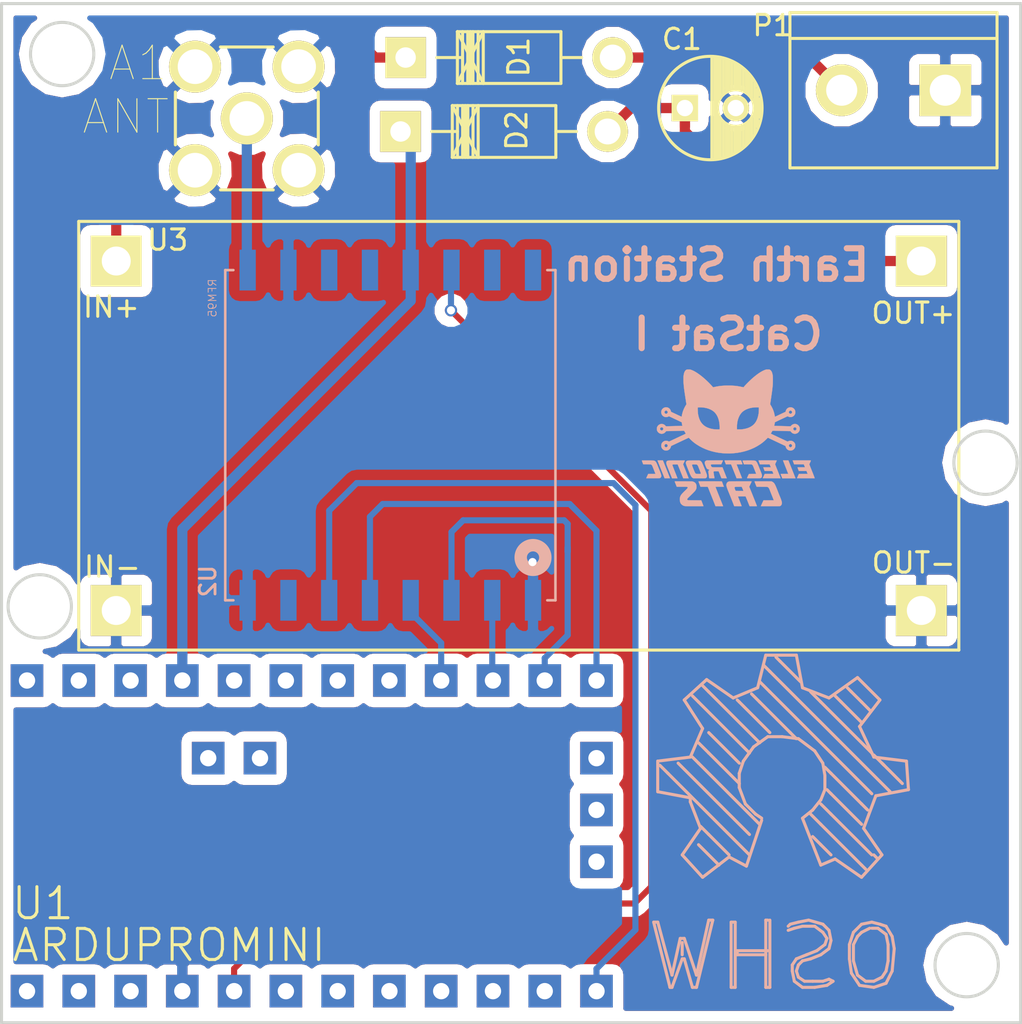
<source format=kicad_pcb>
(kicad_pcb (version 4) (host pcbnew 4.0.0-rc1-stable)

  (general
    (links 24)
    (no_connects 0)
    (area 109.049999 72.02246 159.200001 122.750001)
    (thickness 1.6)
    (drawings 10)
    (tracks 64)
    (zones 0)
    (modules 10)
    (nets 36)
  )

  (page USLetter)
  (title_block
    (title earth_station)
    (date 2016-08-03)
    (rev 0.2)
    (company "Electronic Cats")
    (comment 1 "Eduardo Contreras")
  )

  (layers
    (0 F.Cu signal)
    (31 B.Cu signal)
    (32 B.Adhes user)
    (33 F.Adhes user)
    (34 B.Paste user)
    (35 F.Paste user)
    (36 B.SilkS user)
    (37 F.SilkS user)
    (38 B.Mask user)
    (39 F.Mask user)
    (40 Dwgs.User user)
    (41 Cmts.User user)
    (42 Eco1.User user)
    (43 Eco2.User user)
    (44 Edge.Cuts user)
    (45 Margin user)
    (46 B.CrtYd user)
    (47 F.CrtYd user)
    (48 B.Fab user)
    (49 F.Fab user)
  )

  (setup
    (last_trace_width 0.3)
    (trace_clearance 0.2)
    (zone_clearance 0.508)
    (zone_45_only no)
    (trace_min 0.2)
    (segment_width 0.2)
    (edge_width 0.15)
    (via_size 0.6)
    (via_drill 0.4)
    (via_min_size 0.4)
    (via_min_drill 0.3)
    (uvia_size 0.3)
    (uvia_drill 0.1)
    (uvias_allowed no)
    (uvia_min_size 0.2)
    (uvia_min_drill 0.1)
    (pcb_text_width 0.3)
    (pcb_text_size 1.5 1.5)
    (mod_edge_width 0.15)
    (mod_text_size 1 1)
    (mod_text_width 0.15)
    (pad_size 1.524 1.524)
    (pad_drill 0.762)
    (pad_to_mask_clearance 0.2)
    (aux_axis_origin 0 0)
    (visible_elements 7FFFFFFF)
    (pcbplotparams
      (layerselection 0x00030_80000001)
      (usegerberextensions false)
      (excludeedgelayer true)
      (linewidth 0.100000)
      (plotframeref false)
      (viasonmask false)
      (mode 1)
      (useauxorigin false)
      (hpglpennumber 1)
      (hpglpenspeed 20)
      (hpglpendiameter 15)
      (hpglpenoverlay 2)
      (psnegative false)
      (psa4output false)
      (plotreference true)
      (plotvalue true)
      (plotinvisibletext false)
      (padsonsilk false)
      (subtractmaskfromsilk false)
      (outputformat 1)
      (mirror false)
      (drillshape 1)
      (scaleselection 1)
      (outputdirectory ""))
  )

  (net 0 "")
  (net 1 "Net-(A1-Pad1)")
  (net 2 GND)
  (net 3 VCC)
  (net 4 "Net-(U1-Pad7)")
  (net 5 "Net-(U1-Pad8)")
  (net 6 "Net-(U1-Pad9)")
  (net 7 /INT0)
  (net 8 "Net-(U1-Pad12)")
  (net 9 "Net-(U1-Pad13)")
  (net 10 "Net-(U1-Pad14)")
  (net 11 "Net-(U1-Pad15)")
  (net 12 "Net-(U1-Pad16)")
  (net 13 "Net-(U1-Pad17)")
  (net 14 /RST)
  (net 15 "Net-(U1-Pad19)")
  (net 16 "Net-(U1-Pad20)")
  (net 17 "Net-(U1-Pad21)")
  (net 18 "Net-(U1-Pad23)")
  (net 19 "Net-(U1-Pad24)")
  (net 20 "Net-(U1-Pad25)")
  (net 21 "Net-(U1-Pad26)")
  (net 22 /SCK)
  (net 23 /MISO)
  (net 24 /MOSI)
  (net 25 /NSS)
  (net 26 "Net-(U1-Pad32)")
  (net 27 "Net-(U1-Pad31)")
  (net 28 "Net-(U2-Pad9)")
  (net 29 "Net-(U2-Pad10)")
  (net 30 "Net-(U2-Pad13)")
  (net 31 "Net-(U2-Pad14)")
  (net 32 "Net-(U2-Pad7)")
  (net 33 "(+3.3)")
  (net 34 "Net-(D1-Pad2)")
  (net 35 "Net-(D1-Pad1)")

  (net_class Default "This is the default net class."
    (clearance 0.2)
    (trace_width 0.3)
    (via_dia 0.6)
    (via_drill 0.4)
    (uvia_dia 0.3)
    (uvia_drill 0.1)
    (add_net /INT0)
    (add_net /MISO)
    (add_net /MOSI)
    (add_net /NSS)
    (add_net /RST)
    (add_net /SCK)
    (add_net GND)
    (add_net "Net-(U1-Pad12)")
    (add_net "Net-(U1-Pad13)")
    (add_net "Net-(U1-Pad14)")
    (add_net "Net-(U1-Pad15)")
    (add_net "Net-(U1-Pad16)")
    (add_net "Net-(U1-Pad17)")
    (add_net "Net-(U1-Pad19)")
    (add_net "Net-(U1-Pad20)")
    (add_net "Net-(U1-Pad21)")
    (add_net "Net-(U1-Pad23)")
    (add_net "Net-(U1-Pad24)")
    (add_net "Net-(U1-Pad25)")
    (add_net "Net-(U1-Pad26)")
    (add_net "Net-(U1-Pad31)")
    (add_net "Net-(U1-Pad32)")
    (add_net "Net-(U1-Pad7)")
    (add_net "Net-(U1-Pad8)")
    (add_net "Net-(U1-Pad9)")
    (add_net "Net-(U2-Pad10)")
    (add_net "Net-(U2-Pad13)")
    (add_net "Net-(U2-Pad14)")
    (add_net "Net-(U2-Pad7)")
    (add_net "Net-(U2-Pad9)")
  )

  (net_class ANT ""
    (clearance 0.1)
    (trace_width 0.5)
    (via_dia 0.6)
    (via_drill 0.4)
    (uvia_dia 0.3)
    (uvia_drill 0.1)
    (add_net "Net-(A1-Pad1)")
  )

  (net_class Vcc ""
    (clearance 0.4)
    (trace_width 0.5)
    (via_dia 0.6)
    (via_drill 0.4)
    (uvia_dia 0.3)
    (uvia_drill 0.1)
    (add_net "(+3.3)")
    (add_net "Net-(D1-Pad1)")
    (add_net "Net-(D1-Pad2)")
    (add_net VCC)
  )

  (module CatSat:arduinoMiniPro2 (layer F.Cu) (tedit 57A117CD) (tstamp 57A63975)
    (at 116.725 116.045 90)
    (descr ABK-PRO-MINI)
    (path /57A10FE7)
    (fp_text reference U1 (at -0.78 -5.575 180) (layer F.SilkS)
      (effects (font (thickness 0.15)))
    )
    (fp_text value ARDUPROMINI (at -2.83 0.625 360) (layer F.SilkS)
      (effects (font (thickness 0.15)))
    )
    (pad 7 thru_hole rect (at -5.08 -6.35 270) (size 1.6 1.6) (drill 0.8) (layers *.Cu *.Mask)
      (net 4 "Net-(U1-Pad7)"))
    (pad 8 thru_hole rect (at -5.08 -3.81 270) (size 1.6 1.6) (drill 0.8) (layers *.Cu *.Mask)
      (net 5 "Net-(U1-Pad8)"))
    (pad 9 thru_hole rect (at -5.08 -1.27 270) (size 1.6 1.6) (drill 0.8) (layers *.Cu *.Mask)
      (net 6 "Net-(U1-Pad9)"))
    (pad 10 thru_hole rect (at -5.08 1.27 270) (size 1.6 1.6) (drill 0.8) (layers *.Cu *.Mask)
      (net 2 GND))
    (pad 11 thru_hole rect (at -5.08 3.81 270) (size 1.6 1.6) (drill 0.8) (layers *.Cu *.Mask)
      (net 7 /INT0))
    (pad 12 thru_hole rect (at -5.08 6.35 270) (size 1.6 1.6) (drill 0.8) (layers *.Cu *.Mask)
      (net 8 "Net-(U1-Pad12)"))
    (pad 13 thru_hole rect (at -5.08 8.89 270) (size 1.6 1.6) (drill 0.8) (layers *.Cu *.Mask)
      (net 9 "Net-(U1-Pad13)"))
    (pad 14 thru_hole rect (at -5.08 11.43 270) (size 1.6 1.6) (drill 0.8) (layers *.Cu *.Mask)
      (net 10 "Net-(U1-Pad14)"))
    (pad 15 thru_hole rect (at -5.08 13.97 270) (size 1.6 1.6) (drill 0.8) (layers *.Cu *.Mask)
      (net 11 "Net-(U1-Pad15)"))
    (pad 16 thru_hole rect (at -5.08 16.51 270) (size 1.6 1.6) (drill 0.8) (layers *.Cu *.Mask)
      (net 12 "Net-(U1-Pad16)"))
    (pad 17 thru_hole rect (at -5.08 19.05 270) (size 1.6 1.6) (drill 0.8) (layers *.Cu *.Mask)
      (net 13 "Net-(U1-Pad17)"))
    (pad 18 thru_hole rect (at -5.08 21.59 270) (size 1.6 1.6) (drill 0.8) (layers *.Cu *.Mask)
      (net 14 /RST))
    (pad 19 thru_hole rect (at 10.16 -6.35 270) (size 1.6 1.6) (drill 0.8) (layers *.Cu *.Mask)
      (net 15 "Net-(U1-Pad19)"))
    (pad 20 thru_hole rect (at 10.16 -3.81 270) (size 1.6 1.6) (drill 0.8) (layers *.Cu *.Mask)
      (net 16 "Net-(U1-Pad20)"))
    (pad 21 thru_hole rect (at 10.16 -1.27 270) (size 1.6 1.6) (drill 0.8) (layers *.Cu *.Mask)
      (net 17 "Net-(U1-Pad21)"))
    (pad 22 thru_hole rect (at 10.16 1.27 270) (size 1.6 1.6) (drill 0.8) (layers *.Cu *.Mask)
      (net 3 VCC))
    (pad 23 thru_hole rect (at 10.16 3.81 270) (size 1.6 1.6) (drill 0.8) (layers *.Cu *.Mask)
      (net 18 "Net-(U1-Pad23)"))
    (pad 24 thru_hole rect (at 10.16 6.35 270) (size 1.6 1.6) (drill 0.8) (layers *.Cu *.Mask)
      (net 19 "Net-(U1-Pad24)"))
    (pad 25 thru_hole rect (at 10.16 8.89 270) (size 1.6 1.6) (drill 0.8) (layers *.Cu *.Mask)
      (net 20 "Net-(U1-Pad25)"))
    (pad 26 thru_hole rect (at 10.16 11.43 270) (size 1.6 1.6) (drill 0.8) (layers *.Cu *.Mask)
      (net 21 "Net-(U1-Pad26)"))
    (pad 27 thru_hole rect (at 10.16 13.97 270) (size 1.6 1.6) (drill 0.8) (layers *.Cu *.Mask)
      (net 22 /SCK))
    (pad 28 thru_hole rect (at 10.16 16.51 270) (size 1.6 1.6) (drill 0.8) (layers *.Cu *.Mask)
      (net 23 /MISO))
    (pad 29 thru_hole rect (at 10.16 19.05 270) (size 1.6 1.6) (drill 0.8) (layers *.Cu *.Mask)
      (net 24 /MOSI))
    (pad 30 thru_hole rect (at 10.16 21.59 270) (size 1.6 1.6) (drill 0.8) (layers *.Cu *.Mask)
      (net 25 /NSS))
    (pad A7 thru_hole rect (at 6.35 21.59) (size 1.6 1.6) (drill 0.8) (layers *.Cu *.Mask))
    (pad A6 thru_hole rect (at 3.81 21.59) (size 1.6 1.6) (drill 0.8) (layers *.Cu *.Mask))
    (pad GND4 thru_hole rect (at 1.27 21.59) (size 1.6 1.6) (drill 0.8) (layers *.Cu *.Mask))
    (pad 32 thru_hole rect (at 6.35 2.54) (size 1.6 1.6) (drill 0.8) (layers *.Cu *.Mask)
      (net 26 "Net-(U1-Pad32)"))
    (pad 31 thru_hole rect (at 6.35 5.08) (size 1.6 1.6) (drill 0.8) (layers *.Cu *.Mask)
      (net 27 "Net-(U1-Pad31)"))
  )

  (module smd:AMPHENOL_901-144 (layer F.Cu) (tedit 0) (tstamp 57A6392C)
    (at 121.16 78.31)
    (path /57A1151D)
    (solder_mask_margin 0.1)
    (fp_text reference A1 (at -5.34 -2.71) (layer F.SilkS)
      (effects (font (size 1.64 1.64) (thickness 0.05)))
    )
    (fp_text value ANT (at -5.94 -0.085) (layer F.SilkS)
      (effects (font (size 1.64 1.64) (thickness 0.05)))
    )
    (fp_line (start -1.2954 3.5052) (end 1.2954 3.5052) (layer F.SilkS) (width 0.1524))
    (fp_line (start 3.5052 1.2954) (end 3.5052 -1.2954) (layer F.SilkS) (width 0.1524))
    (fp_line (start 1.2954 -3.5052) (end -1.2954 -3.5052) (layer F.SilkS) (width 0.1524))
    (fp_line (start -3.5052 -1.2954) (end -3.5052 1.2954) (layer F.SilkS) (width 0.1524))
    (fp_line (start -3.5052 3.5052) (end 3.5052 3.5052) (layer Dwgs.User) (width 0.1524))
    (fp_line (start 3.5052 3.5052) (end 3.5052 -3.5052) (layer Dwgs.User) (width 0.1524))
    (fp_line (start 3.5052 -3.5052) (end -3.5052 -3.5052) (layer Dwgs.User) (width 0.1524))
    (fp_line (start -3.5052 -3.5052) (end -3.5052 3.5052) (layer Dwgs.User) (width 0.1524))
    (pad 1 thru_hole circle (at 0 0) (size 2.5527 2.5527) (drill 1.7018) (layers *.Cu *.Mask F.SilkS)
      (net 1 "Net-(A1-Pad1)") (solder_mask_margin 0.2))
    (pad 2 thru_hole circle (at -2.54 -2.54) (size 2.5527 2.5527) (drill 1.7018) (layers *.Cu *.Mask F.SilkS)
      (net 2 GND) (solder_mask_margin 0.2))
    (pad 3 thru_hole circle (at -2.54 2.54) (size 2.5527 2.5527) (drill 1.7018) (layers *.Cu *.Mask F.SilkS)
      (net 2 GND) (solder_mask_margin 0.2))
    (pad 4 thru_hole circle (at 2.54 2.54) (size 2.5527 2.5527) (drill 1.7018) (layers *.Cu *.Mask F.SilkS)
      (net 2 GND) (solder_mask_margin 0.2))
    (pad 5 thru_hole circle (at 2.54 -2.54) (size 2.5527 2.5527) (drill 1.7018) (layers *.Cu *.Mask F.SilkS)
      (net 2 GND) (solder_mask_margin 0.2))
  )

  (module Capacitors_ThroughHole:C_Radial_D5_L6_P2.5 (layer F.Cu) (tedit 0) (tstamp 57A63954)
    (at 142.65 77.8)
    (descr "Radial Electrolytic Capacitor Diameter 5mm x Length 6mm, Pitch 2.5mm")
    (tags "Electrolytic Capacitor")
    (path /57A13804)
    (fp_text reference C1 (at -0.15 -3.375) (layer F.SilkS)
      (effects (font (size 1 1) (thickness 0.15)))
    )
    (fp_text value 10uF (at 1.25 3.8) (layer F.Fab)
      (effects (font (size 1 1) (thickness 0.15)))
    )
    (fp_line (start 1.325 -2.499) (end 1.325 2.499) (layer F.SilkS) (width 0.15))
    (fp_line (start 1.465 -2.491) (end 1.465 2.491) (layer F.SilkS) (width 0.15))
    (fp_line (start 1.605 -2.475) (end 1.605 -0.095) (layer F.SilkS) (width 0.15))
    (fp_line (start 1.605 0.095) (end 1.605 2.475) (layer F.SilkS) (width 0.15))
    (fp_line (start 1.745 -2.451) (end 1.745 -0.49) (layer F.SilkS) (width 0.15))
    (fp_line (start 1.745 0.49) (end 1.745 2.451) (layer F.SilkS) (width 0.15))
    (fp_line (start 1.885 -2.418) (end 1.885 -0.657) (layer F.SilkS) (width 0.15))
    (fp_line (start 1.885 0.657) (end 1.885 2.418) (layer F.SilkS) (width 0.15))
    (fp_line (start 2.025 -2.377) (end 2.025 -0.764) (layer F.SilkS) (width 0.15))
    (fp_line (start 2.025 0.764) (end 2.025 2.377) (layer F.SilkS) (width 0.15))
    (fp_line (start 2.165 -2.327) (end 2.165 -0.835) (layer F.SilkS) (width 0.15))
    (fp_line (start 2.165 0.835) (end 2.165 2.327) (layer F.SilkS) (width 0.15))
    (fp_line (start 2.305 -2.266) (end 2.305 -0.879) (layer F.SilkS) (width 0.15))
    (fp_line (start 2.305 0.879) (end 2.305 2.266) (layer F.SilkS) (width 0.15))
    (fp_line (start 2.445 -2.196) (end 2.445 -0.898) (layer F.SilkS) (width 0.15))
    (fp_line (start 2.445 0.898) (end 2.445 2.196) (layer F.SilkS) (width 0.15))
    (fp_line (start 2.585 -2.114) (end 2.585 -0.896) (layer F.SilkS) (width 0.15))
    (fp_line (start 2.585 0.896) (end 2.585 2.114) (layer F.SilkS) (width 0.15))
    (fp_line (start 2.725 -2.019) (end 2.725 -0.871) (layer F.SilkS) (width 0.15))
    (fp_line (start 2.725 0.871) (end 2.725 2.019) (layer F.SilkS) (width 0.15))
    (fp_line (start 2.865 -1.908) (end 2.865 -0.823) (layer F.SilkS) (width 0.15))
    (fp_line (start 2.865 0.823) (end 2.865 1.908) (layer F.SilkS) (width 0.15))
    (fp_line (start 3.005 -1.78) (end 3.005 -0.745) (layer F.SilkS) (width 0.15))
    (fp_line (start 3.005 0.745) (end 3.005 1.78) (layer F.SilkS) (width 0.15))
    (fp_line (start 3.145 -1.631) (end 3.145 -0.628) (layer F.SilkS) (width 0.15))
    (fp_line (start 3.145 0.628) (end 3.145 1.631) (layer F.SilkS) (width 0.15))
    (fp_line (start 3.285 -1.452) (end 3.285 -0.44) (layer F.SilkS) (width 0.15))
    (fp_line (start 3.285 0.44) (end 3.285 1.452) (layer F.SilkS) (width 0.15))
    (fp_line (start 3.425 -1.233) (end 3.425 1.233) (layer F.SilkS) (width 0.15))
    (fp_line (start 3.565 -0.944) (end 3.565 0.944) (layer F.SilkS) (width 0.15))
    (fp_line (start 3.705 -0.472) (end 3.705 0.472) (layer F.SilkS) (width 0.15))
    (fp_circle (center 2.5 0) (end 2.5 -0.9) (layer F.SilkS) (width 0.15))
    (fp_circle (center 1.25 0) (end 1.25 -2.5375) (layer F.SilkS) (width 0.15))
    (fp_circle (center 1.25 0) (end 1.25 -2.8) (layer F.CrtYd) (width 0.05))
    (pad 1 thru_hole rect (at 0 0) (size 1.3 1.3) (drill 0.8) (layers *.Cu *.Mask F.SilkS)
      (net 33 "(+3.3)"))
    (pad 2 thru_hole circle (at 2.5 0) (size 1.3 1.3) (drill 0.8) (layers *.Cu *.Mask F.SilkS)
      (net 2 GND))
    (model Capacitors_ThroughHole.3dshapes/C_Radial_D5_L6_P2.5.wrl
      (at (xyz 0.0492126 0 0))
      (scale (xyz 1 1 1))
      (rotate (xyz 0 0 90))
    )
  )

  (module CatSat:RFM (layer B.Cu) (tedit 57A11721) (tstamp 57A63994)
    (at 128.2 93.85 90)
    (path /57A1106A)
    (fp_text reference U2 (at -6.3 -8.5 90) (layer B.SilkS)
      (effects (font (size 0.77216 0.77216) (thickness 0.138988)) (justify left bottom mirror))
    )
    (fp_text value RFM95 (at 7.7 -8.5 90) (layer B.SilkS)
      (effects (font (size 0.38608 0.38608) (thickness 0.038608)) (justify left bottom mirror))
    )
    (fp_line (start -8 8) (end 8 8) (layer Dwgs.User) (width 0.127))
    (fp_line (start 8 8) (end 8 -8) (layer Dwgs.User) (width 0.127))
    (fp_line (start 8 -8) (end -8 -8) (layer Dwgs.User) (width 0.127))
    (fp_line (start -8 -8) (end -8 8) (layer Dwgs.User) (width 0.127))
    (fp_line (start -8.1 7.7) (end -8.1 8.1) (layer B.SilkS) (width 0.127))
    (fp_line (start -8.1 8.1) (end 8.1 8.1) (layer B.SilkS) (width 0.127))
    (fp_line (start 8.1 8.1) (end 8.1 7.7) (layer B.SilkS) (width 0.127))
    (fp_line (start -8.1 -7.7) (end -8.1 -8.1) (layer B.SilkS) (width 0.127))
    (fp_line (start -8.1 -8.1) (end 8.1 -8.1) (layer B.SilkS) (width 0.127))
    (fp_line (start 8.1 -8.1) (end 8.1 -7.7) (layer B.SilkS) (width 0.127))
    (fp_circle (center -6 7) (end -5.7 7) (layer B.SilkS) (width 0.6096))
    (pad 16 smd rect (at 8.1 -7 270) (size 2 0.8) (layers B.Cu B.Paste B.Mask)
      (net 1 "Net-(A1-Pad1)"))
    (pad 15 smd rect (at 8.1 -5 270) (size 2 0.8) (layers B.Cu B.Paste B.Mask)
      (net 2 GND))
    (pad 14 smd rect (at 8.1 -3 270) (size 2 0.8) (layers B.Cu B.Paste B.Mask)
      (net 31 "Net-(U2-Pad14)"))
    (pad 13 smd rect (at 8.1 -1 270) (size 2 0.8) (layers B.Cu B.Paste B.Mask)
      (net 30 "Net-(U2-Pad13)"))
    (pad 12 smd rect (at 8.1 1 270) (size 2 0.8) (layers B.Cu B.Paste B.Mask)
      (net 3 VCC))
    (pad 11 smd rect (at 8.1 3 270) (size 2 0.8) (layers B.Cu B.Paste B.Mask)
      (net 7 /INT0))
    (pad 10 smd rect (at 8.1 5 270) (size 2 0.8) (layers B.Cu B.Paste B.Mask)
      (net 29 "Net-(U2-Pad10)"))
    (pad 9 smd rect (at 8.1 7 270) (size 2 0.8) (layers B.Cu B.Paste B.Mask)
      (net 28 "Net-(U2-Pad9)"))
    (pad 1 smd rect (at -8.1 7 90) (size 2 0.8) (layers B.Cu B.Paste B.Mask)
      (net 2 GND))
    (pad 2 smd rect (at -8.1 5 90) (size 2 0.8) (layers B.Cu B.Paste B.Mask)
      (net 23 /MISO))
    (pad 3 smd rect (at -8.1 3 90) (size 2 0.8) (layers B.Cu B.Paste B.Mask)
      (net 24 /MOSI))
    (pad 4 smd rect (at -8.1 1 90) (size 2 0.8) (layers B.Cu B.Paste B.Mask)
      (net 22 /SCK))
    (pad 5 smd rect (at -8.1 -1 90) (size 2 0.8) (layers B.Cu B.Paste B.Mask)
      (net 25 /NSS))
    (pad 6 smd rect (at -8.1 -3 90) (size 2 0.8) (layers B.Cu B.Paste B.Mask)
      (net 14 /RST))
    (pad 7 smd rect (at -8.1 -5 90) (size 2 0.8) (layers B.Cu B.Paste B.Mask)
      (net 32 "Net-(U2-Pad7)"))
    (pad 8 smd rect (at -8.1 -7 270) (size 2 0.8) (layers B.Cu B.Paste B.Mask)
      (net 2 GND))
  )

  (module Diodes_ThroughHole:Diode_DO-41_SOD81_Horizontal_RM10 (layer F.Cu) (tedit 552FFCCE) (tstamp 57A63A27)
    (at 128.7 78.95254)
    (descr "Diode, DO-41, SOD81, Horizontal, RM 10mm,")
    (tags "Diode, DO-41, SOD81, Horizontal, RM 10mm, 1N4007, SB140,")
    (path /57A65CF7)
    (fp_text reference D2 (at 5.7 -0.05 90) (layer F.SilkS)
      (effects (font (size 1 1) (thickness 0.15)))
    )
    (fp_text value D (at 3.15 2.175) (layer F.Fab)
      (effects (font (size 1 1) (thickness 0.15)))
    )
    (fp_line (start 7.62 -0.00254) (end 8.636 -0.00254) (layer F.SilkS) (width 0.15))
    (fp_line (start 2.794 -0.00254) (end 1.524 -0.00254) (layer F.SilkS) (width 0.15))
    (fp_line (start 3.048 -1.27254) (end 3.048 1.26746) (layer F.SilkS) (width 0.15))
    (fp_line (start 3.302 -1.27254) (end 3.302 1.26746) (layer F.SilkS) (width 0.15))
    (fp_line (start 3.556 -1.27254) (end 3.556 1.26746) (layer F.SilkS) (width 0.15))
    (fp_line (start 2.794 -1.27254) (end 2.794 1.26746) (layer F.SilkS) (width 0.15))
    (fp_line (start 3.81 -1.27254) (end 2.54 1.26746) (layer F.SilkS) (width 0.15))
    (fp_line (start 2.54 -1.27254) (end 3.81 1.26746) (layer F.SilkS) (width 0.15))
    (fp_line (start 3.81 -1.27254) (end 3.81 1.26746) (layer F.SilkS) (width 0.15))
    (fp_line (start 3.175 -1.27254) (end 3.175 1.26746) (layer F.SilkS) (width 0.15))
    (fp_line (start 2.54 1.26746) (end 2.54 -1.27254) (layer F.SilkS) (width 0.15))
    (fp_line (start 2.54 -1.27254) (end 7.62 -1.27254) (layer F.SilkS) (width 0.15))
    (fp_line (start 7.62 -1.27254) (end 7.62 1.26746) (layer F.SilkS) (width 0.15))
    (fp_line (start 7.62 1.26746) (end 2.54 1.26746) (layer F.SilkS) (width 0.15))
    (pad 2 thru_hole circle (at 10.16 -0.00254 180) (size 1.99898 1.99898) (drill 1.27) (layers *.Cu *.Mask F.SilkS)
      (net 33 "(+3.3)"))
    (pad 1 thru_hole rect (at 0 -0.00254 180) (size 1.99898 1.99898) (drill 1.00076) (layers *.Cu *.Mask F.SilkS)
      (net 3 VCC))
  )

  (module Connect:bornier2 (layer F.Cu) (tedit 0) (tstamp 57A63A32)
    (at 152.885 76.925 180)
    (descr "Bornier d'alimentation 2 pins")
    (tags DEV)
    (path /57A635FB)
    (fp_text reference P1 (at 5.935 3.175 180) (layer F.SilkS)
      (effects (font (size 1 1) (thickness 0.15)))
    )
    (fp_text value CONN_01X02 (at 0.135 -3.025 180) (layer F.Fab)
      (effects (font (size 1 1) (thickness 0.15)))
    )
    (fp_line (start 5.08 2.54) (end -5.08 2.54) (layer F.SilkS) (width 0.15))
    (fp_line (start 5.08 3.81) (end 5.08 -3.81) (layer F.SilkS) (width 0.15))
    (fp_line (start 5.08 -3.81) (end -5.08 -3.81) (layer F.SilkS) (width 0.15))
    (fp_line (start -5.08 -3.81) (end -5.08 3.81) (layer F.SilkS) (width 0.15))
    (fp_line (start -5.08 3.81) (end 5.08 3.81) (layer F.SilkS) (width 0.15))
    (pad 1 thru_hole rect (at -2.54 0 180) (size 2.54 2.54) (drill 1.524) (layers *.Cu *.Mask F.SilkS)
      (net 2 GND))
    (pad 2 thru_hole circle (at 2.54 0 180) (size 2.54 2.54) (drill 1.524) (layers *.Cu *.Mask F.SilkS)
      (net 34 "Net-(D1-Pad2)"))
    (model Connect.3dshapes/bornier2.wrl
      (at (xyz 0 0 0))
      (scale (xyz 1 1 1))
      (rotate (xyz 0 0 0))
    )
  )

  (module CatSat:LM2596DC-DC (layer F.Cu) (tedit 57A637D4) (tstamp 57A63A42)
    (at 112.9115 83.3615)
    (path /57A67475)
    (fp_text reference U3 (at 4.365 0.9135) (layer F.SilkS)
      (effects (font (size 1 1) (thickness 0.15)))
    )
    (fp_text value LM2596_DC-DC (at 9.44 2.2385) (layer F.Fab)
      (effects (font (size 1 1) (thickness 0.15)))
    )
    (fp_text user OUT- (at 40.96 16.75) (layer F.SilkS)
      (effects (font (size 1 1) (thickness 0.15)))
    )
    (fp_text user OUT+ (at 40.95 4.5) (layer F.SilkS)
      (effects (font (size 1 1) (thickness 0.15)))
    )
    (fp_text user IN- (at 1.65 16.95) (layer F.SilkS)
      (effects (font (size 1 1) (thickness 0.15)))
    )
    (fp_text user IN+ (at 1.6 4.2) (layer F.SilkS)
      (effects (font (size 1 1) (thickness 0.15)))
    )
    (fp_line (start 43.18 21.03) (end 0 21.03) (layer F.SilkS) (width 0.15))
    (fp_line (start 43.18 0) (end 43.18 21.03) (layer F.SilkS) (width 0.15))
    (fp_line (start 0 21.025) (end 0 0) (layer F.SilkS) (width 0.15))
    (fp_line (start 0 0) (end 43.175 0) (layer F.SilkS) (width 0.15))
    (pad 2 thru_hole rect (at 1.84 19.0885) (size 2.5 2.5) (drill 1.42) (layers *.Cu *.Mask F.SilkS)
      (net 2 GND))
    (pad 4 thru_hole rect (at 41.3385 19.0885) (size 2.5 2.5) (drill 1.42) (layers *.Cu *.Mask F.SilkS)
      (net 2 GND))
    (pad 1 thru_hole rect (at 1.8415 1.9435) (size 2.5 2.5) (drill 1.42) (layers *.Cu *.Mask F.SilkS)
      (net 35 "Net-(D1-Pad1)"))
    (pad 3 thru_hole rect (at 41.3385 1.9435) (size 2.5 2.5) (drill 1.42) (layers *.Cu *.Mask F.SilkS)
      (net 33 "(+3.3)"))
  )

  (module Diodes_ThroughHole:Diode_DO-41_SOD81_Horizontal_RM10 (layer F.Cu) (tedit 552FFCCE) (tstamp 57A63C24)
    (at 128.95 75.325)
    (descr "Diode, DO-41, SOD81, Horizontal, RM 10mm,")
    (tags "Diode, DO-41, SOD81, Horizontal, RM 10mm, 1N4007, SB140,")
    (path /57A68239)
    (fp_text reference D1 (at 5.55 -0.025 90) (layer F.SilkS)
      (effects (font (size 1 1) (thickness 0.15)))
    )
    (fp_text value D (at 2.81 -1.97754) (layer F.Fab)
      (effects (font (size 1 1) (thickness 0.15)))
    )
    (fp_line (start 7.62 -0.00254) (end 8.636 -0.00254) (layer F.SilkS) (width 0.15))
    (fp_line (start 2.794 -0.00254) (end 1.524 -0.00254) (layer F.SilkS) (width 0.15))
    (fp_line (start 3.048 -1.27254) (end 3.048 1.26746) (layer F.SilkS) (width 0.15))
    (fp_line (start 3.302 -1.27254) (end 3.302 1.26746) (layer F.SilkS) (width 0.15))
    (fp_line (start 3.556 -1.27254) (end 3.556 1.26746) (layer F.SilkS) (width 0.15))
    (fp_line (start 2.794 -1.27254) (end 2.794 1.26746) (layer F.SilkS) (width 0.15))
    (fp_line (start 3.81 -1.27254) (end 2.54 1.26746) (layer F.SilkS) (width 0.15))
    (fp_line (start 2.54 -1.27254) (end 3.81 1.26746) (layer F.SilkS) (width 0.15))
    (fp_line (start 3.81 -1.27254) (end 3.81 1.26746) (layer F.SilkS) (width 0.15))
    (fp_line (start 3.175 -1.27254) (end 3.175 1.26746) (layer F.SilkS) (width 0.15))
    (fp_line (start 2.54 1.26746) (end 2.54 -1.27254) (layer F.SilkS) (width 0.15))
    (fp_line (start 2.54 -1.27254) (end 7.62 -1.27254) (layer F.SilkS) (width 0.15))
    (fp_line (start 7.62 -1.27254) (end 7.62 1.26746) (layer F.SilkS) (width 0.15))
    (fp_line (start 7.62 1.26746) (end 2.54 1.26746) (layer F.SilkS) (width 0.15))
    (pad 2 thru_hole circle (at 10.16 -0.00254 180) (size 1.99898 1.99898) (drill 1.27) (layers *.Cu *.Mask F.SilkS)
      (net 34 "Net-(D1-Pad2)"))
    (pad 1 thru_hole rect (at 0 -0.00254 180) (size 1.99898 1.99898) (drill 1.00076) (layers *.Cu *.Mask F.SilkS)
      (net 35 "Net-(D1-Pad1)"))
  )

  (module Symbols:Symbol_OSHW-Logo_SilkScreen_BIG (layer B.Cu) (tedit 57BBB5C7) (tstamp 57A65BE0)
    (at 147.32 91.44 180)
    (descr "Symbol, OSHW-Logo, Silk Screen, BIG")
    (tags "Symbol, OSHW-Logo, Silk Screen, BIG")
    (fp_text reference REF** (at -0.29972 -11.50112 180) (layer F.Fab)
      (effects (font (size 1 1) (thickness 0.15)))
    )
    (fp_text value Symbol_OSHW-Logo_SilkScreen_BIG (at 8 -8.55 180) (layer B.Fab)
      (effects (font (size 1 1) (thickness 0.15)) (justify mirror))
    )
    (fp_line (start 0.50038 -14.00048) (end -5.40004 -19.9009) (layer B.SilkS) (width 0.15))
    (fp_line (start -5.10032 -18.60042) (end -4.59994 -18.10004) (layer B.SilkS) (width 0.15))
    (fp_line (start -0.50038 -17.00022) (end -0.8001 -17.29994) (layer B.SilkS) (width 0.15))
    (fp_line (start -2.49936 -19.99996) (end -2.30124 -19.7993) (layer B.SilkS) (width 0.15))
    (fp_line (start -3.50012 -15.00124) (end -3.29946 -14.80058) (layer B.SilkS) (width 0.15))
    (fp_line (start -4.0005 -15.49908) (end -4.39928 -15.9004) (layer B.SilkS) (width 0.15))
    (fp_line (start -2.99974 -15.49908) (end -2.70002 -15.19936) (layer B.SilkS) (width 0.15))
    (fp_line (start -1.99898 -15.49908) (end -1.50114 -15.00124) (layer B.SilkS) (width 0.15))
    (fp_line (start 0 -13.5001) (end 0.20066 -13.29944) (layer B.SilkS) (width 0.15))
    (fp_line (start 0.50038 -14.00048) (end 0.8001 -13.70076) (layer B.SilkS) (width 0.15))
    (fp_line (start 0.50038 -15.00124) (end 1.00076 -14.50086) (layer B.SilkS) (width 0.15))
    (fp_line (start 1.99898 -15.49908) (end 2.10058 -15.40002) (layer B.SilkS) (width 0.15))
    (fp_line (start 1.00076 -15.49908) (end 1.39954 -15.1003) (layer B.SilkS) (width 0.15))
    (fp_line (start 3.50012 -15.00124) (end 3.79984 -14.69898) (layer B.SilkS) (width 0.15))
    (fp_line (start 4.0005 -15.49908) (end 4.30022 -15.19936) (layer B.SilkS) (width 0.15))
    (fp_line (start -4.0005 -20.50034) (end -4.30022 -20.80006) (layer B.SilkS) (width 0.15))
    (fp_line (start -2.49936 -18.9992) (end -2.19964 -18.69948) (layer B.SilkS) (width 0.15))
    (fp_line (start -4.59994 -22.9997) (end -4.8006 -23.20036) (layer B.SilkS) (width 0.15))
    (fp_line (start -2.49936 -21.00072) (end -1.99898 -20.50034) (layer B.SilkS) (width 0.15))
    (fp_line (start -4.0005 -23.50008) (end -4.20116 -23.70074) (layer B.SilkS) (width 0.15))
    (fp_line (start -1.99898 -21.5011) (end -1.50114 -21.00072) (layer B.SilkS) (width 0.15))
    (fp_line (start -1.99898 -22.49932) (end -1.6002 -22.10054) (layer B.SilkS) (width 0.15))
    (fp_line (start 3.50012 -18.00098) (end 4.0005 -17.5006) (layer B.SilkS) (width 0.15))
    (fp_line (start 4.0005 -18.49882) (end 4.30022 -18.1991) (layer B.SilkS) (width 0.15))
    (fp_line (start 3.50012 -21.99894) (end 3.8989 -21.60016) (layer B.SilkS) (width 0.15))
    (fp_line (start 5.4991 -18.9992) (end 5.90042 -18.60042) (layer B.SilkS) (width 0.15))
    (fp_line (start 4.0005 -22.49932) (end 2.99974 -23.50008) (layer B.SilkS) (width 0.15))
    (fp_line (start 3.50012 -21.99894) (end 2.49936 -22.9997) (layer B.SilkS) (width 0.15))
    (fp_line (start 5.4991 -18.9992) (end 1.50114 -22.9997) (layer B.SilkS) (width 0.15))
    (fp_line (start 5.00126 -18.49882) (end 1.50114 -21.99894) (layer B.SilkS) (width 0.15))
    (fp_line (start 4.0005 -18.49882) (end 1.00076 -21.5011) (layer B.SilkS) (width 0.15))
    (fp_line (start -1.99898 -22.49932) (end -2.49936 -22.9997) (layer B.SilkS) (width 0.15))
    (fp_line (start -1.99898 -21.5011) (end -4.0005 -23.50008) (layer B.SilkS) (width 0.15))
    (fp_line (start -2.49936 -21.00072) (end -4.50088 -22.9997) (layer B.SilkS) (width 0.15))
    (fp_line (start -2.49936 -19.99996) (end -4.0005 -21.5011) (layer B.SilkS) (width 0.15))
    (fp_line (start -2.49936 -18.9992) (end -4.0005 -20.50034) (layer B.SilkS) (width 0.15))
    (fp_line (start 0 -13.5001) (end -1.00076 -14.50086) (layer B.SilkS) (width 0.15))
    (fp_line (start -3.50012 -15.00124) (end -4.0005 -15.49908) (layer B.SilkS) (width 0.15))
    (fp_line (start -2.99974 -15.49908) (end -4.0005 -16.49984) (layer B.SilkS) (width 0.15))
    (fp_line (start -5.00126 -18.49882) (end -5.99948 -19.49958) (layer B.SilkS) (width 0.15))
    (fp_line (start -1.99898 -15.49908) (end -4.50088 -18.00098) (layer B.SilkS) (width 0.15))
    (fp_line (start 0.50038 -15.00124) (end -4.50088 -19.99996) (layer B.SilkS) (width 0.15))
    (fp_line (start 3.50012 -18.00098) (end 1.99898 -19.49958) (layer B.SilkS) (width 0.15))
    (fp_line (start 3.50012 -17.00022) (end 1.99898 -18.49882) (layer B.SilkS) (width 0.15))
    (fp_line (start 1.00076 -15.49908) (end -0.50038 -17.00022) (layer B.SilkS) (width 0.15))
    (fp_line (start 4.0005 -15.49908) (end 1.50114 -18.00098) (layer B.SilkS) (width 0.15))
    (fp_line (start 3.50012 -15.00124) (end 1.00076 -17.5006) (layer B.SilkS) (width 0.15))
    (fp_line (start 1.99898 -15.49908) (end 0.50038 -17.00022) (layer B.SilkS) (width 0.15))
    (fp_line (start 4.8006 -27.29992) (end 4.8006 -27.89936) (layer B.SilkS) (width 0.15))
    (fp_line (start 3.29946 -26.2001) (end 4.09956 -29.49956) (layer B.SilkS) (width 0.15))
    (fp_line (start 4.09956 -29.49956) (end 4.30022 -29.49956) (layer B.SilkS) (width 0.15))
    (fp_line (start 4.30022 -29.49956) (end 4.699 -28.10002) (layer B.SilkS) (width 0.15))
    (fp_line (start 4.699 -28.10002) (end 4.8006 -28.10002) (layer B.SilkS) (width 0.15))
    (fp_line (start 4.8006 -28.10002) (end 5.30098 -29.49956) (layer B.SilkS) (width 0.15))
    (fp_line (start 5.30098 -29.49956) (end 5.40004 -29.49956) (layer B.SilkS) (width 0.15))
    (fp_line (start 5.40004 -29.49956) (end 6.20014 -26.29916) (layer B.SilkS) (width 0.15))
    (fp_line (start 6.20014 -26.29916) (end 5.99948 -26.29916) (layer B.SilkS) (width 0.15))
    (fp_line (start 5.99948 -26.29916) (end 5.30098 -28.90012) (layer B.SilkS) (width 0.15))
    (fp_line (start 5.30098 -28.90012) (end 4.89966 -27.09926) (layer B.SilkS) (width 0.15))
    (fp_line (start 4.89966 -27.09926) (end 4.699 -27.09926) (layer B.SilkS) (width 0.15))
    (fp_line (start 4.699 -27.09926) (end 4.09956 -28.90012) (layer B.SilkS) (width 0.15))
    (fp_line (start 4.09956 -28.90012) (end 3.50012 -26.2001) (layer B.SilkS) (width 0.15))
    (fp_line (start 3.50012 -26.2001) (end 3.29946 -26.2001) (layer B.SilkS) (width 0.15))
    (fp_line (start 0.59944 -27.70124) (end 2.10058 -27.70124) (layer B.SilkS) (width 0.15))
    (fp_line (start 2.10058 -27.70124) (end 2.10058 -27.89936) (layer B.SilkS) (width 0.15))
    (fp_line (start 2.10058 -27.89936) (end 0.70104 -27.89936) (layer B.SilkS) (width 0.15))
    (fp_line (start 2.19964 -26.29916) (end 2.19964 -29.49956) (layer B.SilkS) (width 0.15))
    (fp_line (start 2.19964 -29.49956) (end 2.4003 -29.49956) (layer B.SilkS) (width 0.15))
    (fp_line (start 2.4003 -29.49956) (end 2.4003 -26.29916) (layer B.SilkS) (width 0.15))
    (fp_line (start 2.4003 -26.29916) (end 2.19964 -26.29916) (layer B.SilkS) (width 0.15))
    (fp_line (start 0.70104 -26.2001) (end 0.59944 -26.2001) (layer B.SilkS) (width 0.15))
    (fp_line (start 0.50038 -26.2001) (end 0.50038 -29.49956) (layer B.SilkS) (width 0.15))
    (fp_line (start 0.50038 -29.49956) (end 0.70104 -29.49956) (layer B.SilkS) (width 0.15))
    (fp_line (start 0.70104 -29.49956) (end 0.70104 -26.2001) (layer B.SilkS) (width 0.15))
    (fp_line (start -0.39878 -26.49982) (end -0.50038 -26.40076) (layer B.SilkS) (width 0.15))
    (fp_line (start -0.50038 -26.40076) (end -0.89916 -26.29916) (layer B.SilkS) (width 0.15))
    (fp_line (start -0.89916 -26.29916) (end -1.39954 -26.2001) (layer B.SilkS) (width 0.15))
    (fp_line (start -1.39954 -26.2001) (end -2.10058 -26.40076) (layer B.SilkS) (width 0.15))
    (fp_line (start -2.10058 -26.40076) (end -2.4003 -26.70048) (layer B.SilkS) (width 0.15))
    (fp_line (start -2.4003 -26.70048) (end -2.49936 -27.20086) (layer B.SilkS) (width 0.15))
    (fp_line (start -2.49936 -27.20086) (end -2.4003 -27.59964) (layer B.SilkS) (width 0.15))
    (fp_line (start -2.4003 -27.59964) (end -1.99898 -27.89936) (layer B.SilkS) (width 0.15))
    (fp_line (start -1.99898 -27.89936) (end -1.50114 -28.10002) (layer B.SilkS) (width 0.15))
    (fp_line (start -1.50114 -28.10002) (end -1.09982 -28.19908) (layer B.SilkS) (width 0.15))
    (fp_line (start -1.09982 -28.19908) (end -0.89916 -28.39974) (layer B.SilkS) (width 0.15))
    (fp_line (start -0.89916 -28.39974) (end -0.8001 -28.69946) (layer B.SilkS) (width 0.15))
    (fp_line (start -0.8001 -28.69946) (end -0.89916 -28.99918) (layer B.SilkS) (width 0.15))
    (fp_line (start -0.89916 -28.99918) (end -1.19888 -29.19984) (layer B.SilkS) (width 0.15))
    (fp_line (start -1.19888 -29.19984) (end -1.6002 -29.19984) (layer B.SilkS) (width 0.15))
    (fp_line (start -1.6002 -29.19984) (end -2.10058 -29.19984) (layer B.SilkS) (width 0.15))
    (fp_line (start -2.10058 -29.19984) (end -2.4003 -29.10078) (layer B.SilkS) (width 0.15))
    (fp_line (start -2.4003 -29.10078) (end -2.60096 -29.19984) (layer B.SilkS) (width 0.15))
    (fp_line (start -2.60096 -29.19984) (end -2.30124 -29.4005) (layer B.SilkS) (width 0.15))
    (fp_line (start -2.30124 -29.4005) (end -1.69926 -29.49956) (layer B.SilkS) (width 0.15))
    (fp_line (start -1.69926 -29.49956) (end -1.09982 -29.49956) (layer B.SilkS) (width 0.15))
    (fp_line (start -1.09982 -29.49956) (end -0.70104 -29.19984) (layer B.SilkS) (width 0.15))
    (fp_line (start -0.70104 -29.19984) (end -0.59944 -28.69946) (layer B.SilkS) (width 0.15))
    (fp_line (start -0.59944 -28.69946) (end -0.59944 -28.39974) (layer B.SilkS) (width 0.15))
    (fp_line (start -0.59944 -28.39974) (end -0.8001 -28.10002) (layer B.SilkS) (width 0.15))
    (fp_line (start -0.8001 -28.10002) (end -1.30048 -27.89936) (layer B.SilkS) (width 0.15))
    (fp_line (start -1.30048 -27.89936) (end -1.80086 -27.70124) (layer B.SilkS) (width 0.15))
    (fp_line (start -1.80086 -27.70124) (end -2.19964 -27.39898) (layer B.SilkS) (width 0.15))
    (fp_line (start -2.19964 -27.39898) (end -2.30124 -27.09926) (layer B.SilkS) (width 0.15))
    (fp_line (start -2.30124 -27.09926) (end -2.10058 -26.79954) (layer B.SilkS) (width 0.15))
    (fp_line (start -2.10058 -26.79954) (end -1.69926 -26.49982) (layer B.SilkS) (width 0.15))
    (fp_line (start -1.69926 -26.49982) (end -1.09982 -26.49982) (layer B.SilkS) (width 0.15))
    (fp_line (start -1.09982 -26.49982) (end -0.70104 -26.59888) (layer B.SilkS) (width 0.15))
    (fp_line (start -0.70104 -26.59888) (end -0.39878 -26.70048) (layer B.SilkS) (width 0.15))
    (fp_line (start -4.50088 -26.59888) (end -4.8006 -26.59888) (layer B.SilkS) (width 0.15))
    (fp_line (start -4.8006 -26.59888) (end -5.19938 -26.90114) (layer B.SilkS) (width 0.15))
    (fp_line (start -5.19938 -26.90114) (end -5.30098 -27.39898) (layer B.SilkS) (width 0.15))
    (fp_line (start -5.30098 -27.39898) (end -5.30098 -28.19908) (layer B.SilkS) (width 0.15))
    (fp_line (start -5.30098 -28.19908) (end -5.19938 -28.69946) (layer B.SilkS) (width 0.15))
    (fp_line (start -5.19938 -28.69946) (end -5.00126 -28.99918) (layer B.SilkS) (width 0.15))
    (fp_line (start -5.00126 -28.99918) (end -4.59994 -29.19984) (layer B.SilkS) (width 0.15))
    (fp_line (start -4.59994 -29.19984) (end -4.20116 -29.19984) (layer B.SilkS) (width 0.15))
    (fp_line (start -4.20116 -29.19984) (end -3.79984 -28.90012) (layer B.SilkS) (width 0.15))
    (fp_line (start -3.79984 -28.90012) (end -3.59918 -28.19908) (layer B.SilkS) (width 0.15))
    (fp_line (start -3.59918 -28.19908) (end -3.59918 -27.39898) (layer B.SilkS) (width 0.15))
    (fp_line (start -3.59918 -27.39898) (end -3.79984 -27.0002) (layer B.SilkS) (width 0.15))
    (fp_line (start -3.79984 -27.0002) (end -4.0005 -26.79954) (layer B.SilkS) (width 0.15))
    (fp_line (start -4.0005 -26.79954) (end -4.39928 -26.59888) (layer B.SilkS) (width 0.15))
    (fp_line (start -4.50088 -26.29916) (end -4.89966 -26.40076) (layer B.SilkS) (width 0.15))
    (fp_line (start -4.89966 -26.40076) (end -5.19938 -26.49982) (layer B.SilkS) (width 0.15))
    (fp_line (start -5.19938 -26.49982) (end -5.4991 -27.0002) (layer B.SilkS) (width 0.15))
    (fp_line (start -5.4991 -27.0002) (end -5.6007 -27.59964) (layer B.SilkS) (width 0.15))
    (fp_line (start -5.6007 -27.59964) (end -5.4991 -28.69946) (layer B.SilkS) (width 0.15))
    (fp_line (start -5.4991 -28.69946) (end -5.19938 -29.2989) (layer B.SilkS) (width 0.15))
    (fp_line (start -5.19938 -29.2989) (end -4.59994 -29.49956) (layer B.SilkS) (width 0.15))
    (fp_line (start -4.59994 -29.49956) (end -3.8989 -29.4005) (layer B.SilkS) (width 0.15))
    (fp_line (start -3.8989 -29.4005) (end -3.50012 -28.80106) (layer B.SilkS) (width 0.15))
    (fp_line (start -3.50012 -28.80106) (end -3.40106 -28.10002) (layer B.SilkS) (width 0.15))
    (fp_line (start -3.40106 -28.10002) (end -3.40106 -27.39898) (layer B.SilkS) (width 0.15))
    (fp_line (start -3.40106 -27.39898) (end -3.59918 -26.79954) (layer B.SilkS) (width 0.15))
    (fp_line (start -3.59918 -26.79954) (end -4.0005 -26.40076) (layer B.SilkS) (width 0.15))
    (fp_line (start -4.0005 -26.40076) (end -4.50088 -26.29916) (layer B.SilkS) (width 0.15))
    (fp_line (start -1.09982 -21.20138) (end -1.6002 -20.80006) (layer B.SilkS) (width 0.15))
    (fp_line (start -1.6002 -20.80006) (end -1.99898 -20.29968) (layer B.SilkS) (width 0.15))
    (fp_line (start -1.99898 -20.29968) (end -2.19964 -19.7993) (layer B.SilkS) (width 0.15))
    (fp_line (start -2.19964 -19.7993) (end -2.19964 -19.1008) (layer B.SilkS) (width 0.15))
    (fp_line (start -2.19964 -19.1008) (end -2.09804 -18.50136) (layer B.SilkS) (width 0.15))
    (fp_line (start -2.09804 -18.50136) (end -1.69926 -17.89938) (layer B.SilkS) (width 0.15))
    (fp_line (start -1.69926 -17.89938) (end -0.89916 -17.29994) (layer B.SilkS) (width 0.15))
    (fp_line (start -0.89916 -17.29994) (end -0.09906 -17.20088) (layer B.SilkS) (width 0.15))
    (fp_line (start -0.09906 -17.20088) (end 0.60198 -17.20088) (layer B.SilkS) (width 0.15))
    (fp_line (start 0.60198 -17.20088) (end 1.30048 -17.70126) (layer B.SilkS) (width 0.15))
    (fp_line (start 1.30048 -17.70126) (end 1.80086 -18.39976) (layer B.SilkS) (width 0.15))
    (fp_line (start 1.80086 -18.39976) (end 2.00152 -18.9992) (layer B.SilkS) (width 0.15))
    (fp_line (start 2.00152 -18.9992) (end 2.00152 -19.70024) (layer B.SilkS) (width 0.15))
    (fp_line (start 2.00152 -19.70024) (end 1.7018 -20.50034) (layer B.SilkS) (width 0.15))
    (fp_line (start 1.7018 -20.50034) (end 1.20142 -21.00072) (layer B.SilkS) (width 0.15))
    (fp_line (start 1.20142 -21.00072) (end 0.9017 -21.20138) (layer B.SilkS) (width 0.15))
    (fp_line (start 0.9017 -21.30044) (end 1.651 -23.55088) (layer B.SilkS) (width 0.15))
    (fp_line (start 1.651 -23.55088) (end 2.5019 -23.1013) (layer B.SilkS) (width 0.15))
    (fp_line (start 2.5019 -23.1013) (end 3.79984 -24.09952) (layer B.SilkS) (width 0.15))
    (fp_line (start 3.79984 -24.09952) (end 4.8006 -22.9997) (layer B.SilkS) (width 0.15))
    (fp_line (start 4.8006 -22.9997) (end 3.90144 -21.69922) (layer B.SilkS) (width 0.15))
    (fp_line (start 3.90144 -21.69922) (end 4.40182 -20.40128) (layer B.SilkS) (width 0.15))
    (fp_line (start 4.40182 -20.40128) (end 4.40182 -20.20062) (layer B.SilkS) (width 0.15))
    (fp_line (start 4.40182 -20.20062) (end 6.00202 -19.9009) (layer B.SilkS) (width 0.15))
    (fp_line (start 6.00202 -19.9009) (end 6.00202 -18.39976) (layer B.SilkS) (width 0.15))
    (fp_line (start 6.00202 -18.39976) (end 4.40182 -18.20164) (layer B.SilkS) (width 0.15))
    (fp_line (start 4.40182 -18.20164) (end 3.79984 -16.79956) (layer B.SilkS) (width 0.15))
    (fp_line (start 3.79984 -16.79956) (end 4.70154 -15.40002) (layer B.SilkS) (width 0.15))
    (fp_line (start 4.70154 -15.40002) (end 3.60172 -14.39926) (layer B.SilkS) (width 0.15))
    (fp_line (start 3.60172 -14.39926) (end 2.30124 -15.30096) (layer B.SilkS) (width 0.15))
    (fp_line (start 2.30124 -15.30096) (end 1.09982 -14.80058) (layer B.SilkS) (width 0.15))
    (fp_line (start 1.09982 -14.80058) (end 0.70104 -13.20038) (layer B.SilkS) (width 0.15))
    (fp_line (start 0.70104 -13.20038) (end -0.8001 -13.20038) (layer B.SilkS) (width 0.15))
    (fp_line (start -0.8001 -13.20038) (end -1.09982 -14.80058) (layer B.SilkS) (width 0.15))
    (fp_line (start -1.09982 -14.80058) (end -2.4003 -15.30096) (layer B.SilkS) (width 0.15))
    (fp_line (start -2.4003 -15.30096) (end -3.79984 -14.3002) (layer B.SilkS) (width 0.15))
    (fp_line (start -3.79984 -14.3002) (end -4.89966 -15.40002) (layer B.SilkS) (width 0.15))
    (fp_line (start -4.89966 -15.40002) (end -3.8989 -16.7005) (layer B.SilkS) (width 0.15))
    (fp_line (start -3.8989 -16.7005) (end -4.59994 -18.20164) (layer B.SilkS) (width 0.15))
    (fp_line (start -4.59994 -18.20164) (end -6.20014 -18.39976) (layer B.SilkS) (width 0.15))
    (fp_line (start -6.20014 -18.39976) (end -6.2992 -19.7993) (layer B.SilkS) (width 0.15))
    (fp_line (start -6.2992 -19.7993) (end -4.699 -20.10156) (layer B.SilkS) (width 0.15))
    (fp_line (start -4.699 -20.10156) (end -4.09956 -21.69922) (layer B.SilkS) (width 0.15))
    (fp_line (start -4.09956 -21.69922) (end -4.99872 -22.9997) (layer B.SilkS) (width 0.15))
    (fp_line (start -4.99872 -22.9997) (end -3.99796 -24.09952) (layer B.SilkS) (width 0.15))
    (fp_line (start -3.99796 -24.09952) (end -2.70002 -23.20036) (layer B.SilkS) (width 0.15))
    (fp_line (start -2.70002 -23.20036) (end -1.99898 -23.50008) (layer B.SilkS) (width 0.15))
    (fp_line (start -1.99898 -23.50008) (end -1.09982 -21.20138) (layer B.SilkS) (width 0.15))
  )

  (module theinventorhouse:electronic_cats_logo_8x6 (layer B.Cu) (tedit 0) (tstamp 57BBDB58)
    (at 144.78 93.98 180)
    (fp_text reference G*** (at 0 0 180) (layer B.SilkS) hide
      (effects (font (thickness 0.3)) (justify mirror))
    )
    (fp_text value LOGO (at 0.75 0 180) (layer B.SilkS) hide
      (effects (font (thickness 0.3)) (justify mirror))
    )
    (fp_poly (pts (xy -1.511952 -2.134469) (xy -1.457322 -2.134584) (xy -1.408721 -2.134798) (xy -1.367028 -2.135106)
      (xy -1.333123 -2.135503) (xy -1.307886 -2.135985) (xy -1.292197 -2.136546) (xy -1.286933 -2.137166)
      (xy -1.288907 -2.144025) (xy -1.294337 -2.159457) (xy -1.302488 -2.181556) (xy -1.312625 -2.208412)
      (xy -1.324012 -2.238118) (xy -1.335914 -2.268766) (xy -1.347595 -2.298447) (xy -1.358321 -2.325254)
      (xy -1.367355 -2.347279) (xy -1.373007 -2.360481) (xy -1.38977 -2.398273) (xy -1.650207 -2.399992)
      (xy -1.711234 -2.400408) (xy -1.762016 -2.400814) (xy -1.8036 -2.401261) (xy -1.837031 -2.4018)
      (xy -1.863353 -2.402483) (xy -1.883612 -2.40336) (xy -1.898852 -2.404484) (xy -1.910119 -2.405905)
      (xy -1.918458 -2.407675) (xy -1.924914 -2.409846) (xy -1.930531 -2.412467) (xy -1.933222 -2.413894)
      (xy -1.956584 -2.429106) (xy -1.976812 -2.448526) (xy -1.995034 -2.473783) (xy -2.012374 -2.50651)
      (xy -2.029956 -2.548336) (xy -2.034811 -2.561185) (xy -2.042642 -2.581822) (xy -2.05406 -2.611251)
      (xy -2.068405 -2.647803) (xy -2.085019 -2.689812) (xy -2.10324 -2.735608) (xy -2.122411 -2.783525)
      (xy -2.141384 -2.830688) (xy -2.159759 -2.876395) (xy -2.17689 -2.91931) (xy -2.192288 -2.958193)
      (xy -2.205469 -2.991804) (xy -2.215947 -3.018901) (xy -2.223235 -3.038245) (xy -2.226848 -3.048595)
      (xy -2.227072 -3.049411) (xy -2.23078 -3.064933) (xy -1.728641 -3.064933) (xy -1.673661 -3.182055)
      (xy -1.657155 -3.217406) (xy -1.641663 -3.250935) (xy -1.628047 -3.280746) (xy -1.617171 -3.304946)
      (xy -1.609898 -3.32164) (xy -1.608112 -3.325988) (xy -1.597543 -3.3528) (xy -2.064538 -3.35255)
      (xy -2.148085 -3.352497) (xy -2.221092 -3.352423) (xy -2.284306 -3.352311) (xy -2.338477 -3.352143)
      (xy -2.384352 -3.351902) (xy -2.422681 -3.351572) (xy -2.454211 -3.351135) (xy -2.479691 -3.350574)
      (xy -2.499869 -3.349872) (xy -2.515493 -3.349012) (xy -2.527313 -3.347977) (xy -2.536076 -3.346749)
      (xy -2.542531 -3.345313) (xy -2.547426 -3.34365) (xy -2.55151 -3.341743) (xy -2.552122 -3.341423)
      (xy -2.581872 -3.319531) (xy -2.60532 -3.289458) (xy -2.621536 -3.252954) (xy -2.629586 -3.211767)
      (xy -2.630311 -3.194633) (xy -2.628535 -3.169238) (xy -2.623056 -3.138459) (xy -2.613648 -3.101603)
      (xy -2.600085 -3.057977) (xy -2.58214 -3.006886) (xy -2.559587 -2.947637) (xy -2.532201 -2.879535)
      (xy -2.510929 -2.828358) (xy -2.494754 -2.789239) (xy -2.476975 -2.745214) (xy -2.459384 -2.700785)
      (xy -2.443774 -2.660451) (xy -2.438575 -2.646709) (xy -2.413265 -2.580405) (xy -2.387347 -2.514678)
      (xy -2.361711 -2.451694) (xy -2.33725 -2.393617) (xy -2.314854 -2.342615) (xy -2.301271 -2.313103)
      (xy -2.27273 -2.260395) (xy -2.241285 -2.217763) (xy -2.205995 -2.184165) (xy -2.165919 -2.15856)
      (xy -2.158286 -2.154796) (xy -2.119489 -2.136422) (xy -1.703211 -2.134772) (xy -1.635776 -2.134558)
      (xy -1.57173 -2.134459) (xy -1.511952 -2.134469)) (layer B.SilkS) (width 0.01))
    (fp_poly (pts (xy -0.758396 -2.134512) (xy -0.668554 -2.134699) (xy -0.594078 -2.134912) (xy -0.50221 -2.135213)
      (xy -0.420943 -2.135513) (xy -0.349591 -2.135826) (xy -0.287464 -2.136166) (xy -0.233876 -2.136545)
      (xy -0.188139 -2.136978) (xy -0.149566 -2.137477) (xy -0.117469 -2.138056) (xy -0.09116 -2.138729)
      (xy -0.069952 -2.139509) (xy -0.053158 -2.14041) (xy -0.040089 -2.141445) (xy -0.030058 -2.142628)
      (xy -0.022378 -2.143971) (xy -0.016362 -2.14549) (xy -0.013865 -2.146284) (xy 0.022439 -2.164287)
      (xy 0.052406 -2.190922) (xy 0.075079 -2.224894) (xy 0.089502 -2.26491) (xy 0.093857 -2.291918)
      (xy 0.094487 -2.313724) (xy 0.092427 -2.338488) (xy 0.087413 -2.367055) (xy 0.079176 -2.400274)
      (xy 0.067453 -2.438988) (xy 0.051978 -2.484046) (xy 0.032483 -2.536293) (xy 0.008705 -2.596575)
      (xy -0.019624 -2.665738) (xy -0.035423 -2.703546) (xy -0.048183 -2.734323) (xy -0.064329 -2.77391)
      (xy -0.083174 -2.820588) (xy -0.10403 -2.87264) (xy -0.126212 -2.928347) (xy -0.149031 -2.985991)
      (xy -0.171802 -3.043853) (xy -0.188885 -3.087511) (xy -0.291302 -3.349977) (xy -0.473029 -3.351467)
      (xy -0.528061 -3.351747) (xy -0.573708 -3.351616) (xy -0.609582 -3.351083) (xy -0.635294 -3.350157)
      (xy -0.650453 -3.348847) (xy -0.654756 -3.347387) (xy -0.652752 -3.34111) (xy -0.647025 -3.325444)
      (xy -0.638001 -3.301501) (xy -0.626105 -3.270391) (xy -0.611763 -3.233223) (xy -0.595402 -3.191109)
      (xy -0.577446 -3.145159) (xy -0.566513 -3.117297) (xy -0.547726 -3.069431) (xy -0.530179 -3.024594)
      (xy -0.514314 -2.983926) (xy -0.500573 -2.948565) (xy -0.489397 -2.919652) (xy -0.48123 -2.898324)
      (xy -0.476513 -2.885722) (xy -0.475543 -2.8829) (xy -0.47539 -2.880223) (xy -0.477298 -2.878077)
      (xy -0.482369 -2.876404) (xy -0.491702 -2.875146) (xy -0.506399 -2.874243) (xy -0.527559 -2.873638)
      (xy -0.556284 -2.873272) (xy -0.593673 -2.873088) (xy -0.640827 -2.873025) (xy -0.661801 -2.873022)
      (xy -0.850785 -2.873022) (xy -0.882147 -2.947811) (xy -0.893122 -2.974256) (xy -0.907257 -3.008736)
      (xy -0.923555 -3.048791) (xy -0.941017 -3.091961) (xy -0.958644 -3.135785) (xy -0.970726 -3.165987)
      (xy -0.986366 -3.204964) (xy -1.001209 -3.241542) (xy -1.014579 -3.274091) (xy -1.025802 -3.300981)
      (xy -1.034204 -3.320583) (xy -1.039019 -3.331087) (xy -1.050096 -3.3528) (xy -1.227782 -3.3528)
      (xy -1.283252 -3.35262) (xy -1.328714 -3.352088) (xy -1.363898 -3.351212) (xy -1.388536 -3.350001)
      (xy -1.402359 -3.348463) (xy -1.405467 -3.34711) (xy -1.403423 -3.341084) (xy -1.397541 -3.325526)
      (xy -1.388197 -3.30138) (xy -1.375767 -3.269587) (xy -1.360626 -3.231091) (xy -1.34315 -3.186833)
      (xy -1.323714 -3.137755) (xy -1.302694 -3.084801) (xy -1.280466 -3.028912) (xy -1.257405 -2.97103)
      (xy -1.233886 -2.912098) (xy -1.210286 -2.853059) (xy -1.18698 -2.794854) (xy -1.164343 -2.738426)
      (xy -1.142751 -2.684717) (xy -1.122581 -2.634669) (xy -1.111751 -2.607883) (xy -0.745026 -2.607883)
      (xy -0.554547 -2.606397) (xy -0.364067 -2.604911) (xy -0.346131 -2.568222) (xy -0.335166 -2.543332)
      (xy -0.323986 -2.514029) (xy -0.315429 -2.488002) (xy -0.309109 -2.464971) (xy -0.306297 -2.449677)
      (xy -0.306699 -2.439226) (xy -0.309718 -2.431291) (xy -0.314536 -2.422989) (xy -0.319973 -2.416398)
      (xy -0.327319 -2.411303) (xy -0.337864 -2.40749) (xy -0.352898 -2.404743) (xy -0.37371 -2.402849)
      (xy -0.401592 -2.401592) (xy -0.437831 -2.400759) (xy -0.48372 -2.400135) (xy -0.498007 -2.399973)
      (xy -0.654525 -2.398236) (xy -0.665891 -2.416907) (xy -0.674267 -2.432917) (xy -0.685776 -2.458318)
      (xy -0.699878 -2.491828) (xy -0.71603 -2.532163) (xy -0.731603 -2.57253) (xy -0.745026 -2.607883)
      (xy -1.111751 -2.607883) (xy -1.104206 -2.589225) (xy -1.088003 -2.549328) (xy -1.074348 -2.515918)
      (xy -1.068503 -2.501723) (xy -1.025872 -2.398535) (xy -1.085847 -2.272203) (xy -1.102384 -2.237124)
      (xy -1.117174 -2.205275) (xy -1.129559 -2.178116) (xy -1.138878 -2.157109) (xy -1.14447 -2.143712)
      (xy -1.145822 -2.139525) (xy -1.142579 -2.138408) (xy -1.132569 -2.137437) (xy -1.11537 -2.136609)
      (xy -1.090564 -2.13592) (xy -1.057729 -2.135366) (xy -1.016444 -2.134945) (xy -0.966289 -2.134653)
      (xy -0.906843 -2.134485) (xy -0.837685 -2.13444) (xy -0.758396 -2.134512)) (layer B.SilkS) (width 0.01))
    (fp_poly (pts (xy 1.005374 -2.133101) (xy 1.072832 -2.133233) (xy 1.137829 -2.133459) (xy 1.199452 -2.13378)
      (xy 1.256786 -2.134198) (xy 1.308917 -2.134713) (xy 1.35493 -2.135326) (xy 1.393912 -2.136038)
      (xy 1.424947 -2.13685) (xy 1.447123 -2.137762) (xy 1.459524 -2.138777) (xy 1.461911 -2.139498)
      (xy 1.459955 -2.146219) (xy 1.454462 -2.161933) (xy 1.445993 -2.185116) (xy 1.435111 -2.214244)
      (xy 1.422378 -2.247792) (xy 1.413028 -2.272143) (xy 1.364145 -2.398888) (xy 1.010546 -2.398888)
      (xy 0.995454 -2.428522) (xy 0.988093 -2.444315) (xy 0.977915 -2.467989) (xy 0.966042 -2.496847)
      (xy 0.953596 -2.528188) (xy 0.947939 -2.542822) (xy 0.933802 -2.579324) (xy 0.918042 -2.619348)
      (xy 0.902408 -2.658488) (xy 0.88865 -2.692339) (xy 0.886295 -2.698044) (xy 0.878575 -2.716927)
      (xy 0.867221 -2.745035) (xy 0.852744 -2.781092) (xy 0.835652 -2.823824) (xy 0.816455 -2.871953)
      (xy 0.795661 -2.924203) (xy 0.773781 -2.9793) (xy 0.751324 -3.035967) (xy 0.742095 -3.059288)
      (xy 0.627116 -3.349977) (xy 0.254534 -3.352951) (xy 0.26003 -3.337353) (xy 0.262913 -3.329863)
      (xy 0.269678 -3.312678) (xy 0.280011 -3.286583) (xy 0.293599 -3.252364) (xy 0.310129 -3.210807)
      (xy 0.32929 -3.162698) (xy 0.350767 -3.108822) (xy 0.374248 -3.049965) (xy 0.399419 -2.986912)
      (xy 0.425969 -2.920449) (xy 0.44831 -2.864555) (xy 0.475575 -2.796237) (xy 0.50155 -2.730915)
      (xy 0.52594 -2.669347) (xy 0.548447 -2.612294) (xy 0.568775 -2.560515) (xy 0.586627 -2.51477)
      (xy 0.601707 -2.475819) (xy 0.613717 -2.444422) (xy 0.622362 -2.421338) (xy 0.627345 -2.407327)
      (xy 0.628481 -2.403122) (xy 0.622431 -2.402149) (xy 0.606372 -2.401255) (xy 0.581587 -2.400466)
      (xy 0.549357 -2.399809) (xy 0.510961 -2.399309) (xy 0.467682 -2.398994) (xy 0.42262 -2.398888)
      (xy 0.219372 -2.398888) (xy 0.223231 -2.386188) (xy 0.22599 -2.378292) (xy 0.232035 -2.361676)
      (xy 0.240676 -2.33819) (xy 0.251227 -2.309682) (xy 0.263 -2.278001) (xy 0.275307 -2.244993)
      (xy 0.287461 -2.212509) (xy 0.298773 -2.182394) (xy 0.308556 -2.156499) (xy 0.314593 -2.140655)
      (xy 0.320502 -2.139562) (xy 0.336749 -2.13855) (xy 0.362421 -2.13762) (xy 0.396604 -2.136774)
      (xy 0.438383 -2.136013) (xy 0.486844 -2.135336) (xy 0.541073 -2.134746) (xy 0.600155 -2.134242)
      (xy 0.663176 -2.133827) (xy 0.729223 -2.1335) (xy 0.79738 -2.133263) (xy 0.866734 -2.133117)
      (xy 0.93637 -2.133063) (xy 1.005374 -2.133101)) (layer B.SilkS) (width 0.01))
    (fp_poly (pts (xy 2.448718 -2.134699) (xy 2.498882 -2.134872) (xy 2.542225 -2.135141) (xy 2.577884 -2.135501)
      (xy 2.604996 -2.135947) (xy 2.622699 -2.136477) (xy 2.630131 -2.137084) (xy 2.630311 -2.137201)
      (xy 2.62831 -2.143399) (xy 2.622704 -2.158536) (xy 2.614083 -2.181072) (xy 2.60304 -2.209467)
      (xy 2.590167 -2.242181) (xy 2.583022 -2.260198) (xy 2.56922 -2.294975) (xy 2.556707 -2.326623)
      (xy 2.546129 -2.353502) (xy 2.538131 -2.37397) (xy 2.533358 -2.386386) (xy 2.532399 -2.389011)
      (xy 2.530996 -2.391373) (xy 2.527873 -2.393327) (xy 2.522043 -2.394912) (xy 2.512522 -2.396166)
      (xy 2.498323 -2.397127) (xy 2.478463 -2.397835) (xy 2.451955 -2.398327) (xy 2.417813 -2.398642)
      (xy 2.375054 -2.398818) (xy 2.322691 -2.398895) (xy 2.279121 -2.398909) (xy 2.219298 -2.398936)
      (xy 2.169712 -2.399033) (xy 2.129314 -2.399244) (xy 2.097053 -2.399611) (xy 2.071877 -2.400177)
      (xy 2.052737 -2.400985) (xy 2.038581 -2.402077) (xy 2.028359 -2.403497) (xy 2.021019 -2.405286)
      (xy 2.015512 -2.407489) (xy 2.011337 -2.409809) (xy 1.998349 -2.419648) (xy 1.991059 -2.430579)
      (xy 1.989911 -2.443428) (xy 1.995348 -2.459019) (xy 2.007812 -2.478176) (xy 2.027746 -2.501723)
      (xy 2.055594 -2.530485) (xy 2.091798 -2.565286) (xy 2.098016 -2.571115) (xy 2.1458 -2.616648)
      (xy 2.190644 -2.661052) (xy 2.231397 -2.703113) (xy 2.266912 -2.741615) (xy 2.296037 -2.775346)
      (xy 2.317622 -2.803089) (xy 2.317657 -2.803137) (xy 2.341533 -2.844299) (xy 2.360277 -2.892812)
      (xy 2.372771 -2.945471) (xy 2.376156 -2.970642) (xy 2.378329 -3.020326) (xy 2.375437 -3.071146)
      (xy 2.367947 -3.120341) (xy 2.356327 -3.165147) (xy 2.341046 -3.202802) (xy 2.334956 -3.213721)
      (xy 2.310784 -3.24584) (xy 2.279356 -3.276773) (xy 2.244477 -3.303086) (xy 2.221144 -3.316387)
      (xy 2.208052 -3.322798) (xy 2.196218 -3.328409) (xy 2.184833 -3.333274) (xy 2.173086 -3.337445)
      (xy 2.160167 -3.340976) (xy 2.145266 -3.343921) (xy 2.127571 -3.346332) (xy 2.106272 -3.348262)
      (xy 2.08056 -3.349766) (xy 2.049623 -3.350895) (xy 2.012651 -3.351704) (xy 1.968834 -3.352246)
      (xy 1.917362 -3.352573) (xy 1.857423 -3.352739) (xy 1.788208 -3.352797) (xy 1.708906 -3.352801)
      (xy 1.666747 -3.3528) (xy 1.594682 -3.352739) (xy 1.526568 -3.352563) (xy 1.463201 -3.35228)
      (xy 1.405379 -3.351899) (xy 1.353898 -3.351428) (xy 1.309552 -3.350878) (xy 1.27314 -3.350255)
      (xy 1.245456 -3.34957) (xy 1.227297 -3.348831) (xy 1.21946 -3.348046) (xy 1.2192 -3.347872)
      (xy 1.221152 -3.341476) (xy 1.226652 -3.326001) (xy 1.235162 -3.302889) (xy 1.246145 -3.273587)
      (xy 1.259066 -3.239537) (xy 1.272167 -3.205349) (xy 1.325134 -3.067755) (xy 1.652011 -3.064933)
      (xy 1.721307 -3.064315) (xy 1.780207 -3.063731) (xy 1.829605 -3.063145) (xy 1.870393 -3.062526)
      (xy 1.903464 -3.061838) (xy 1.929712 -3.061047) (xy 1.950029 -3.060121) (xy 1.965308 -3.059024)
      (xy 1.976443 -3.057723) (xy 1.984326 -3.056184) (xy 1.98985 -3.054374) (xy 1.993909 -3.052258)
      (xy 1.994412 -3.051934) (xy 2.009185 -3.039945) (xy 2.01722 -3.026989) (xy 2.018137 -3.012156)
      (xy 2.011556 -2.994535) (xy 1.997094 -2.973217) (xy 1.974372 -2.94729) (xy 1.943007 -2.915846)
      (xy 1.933759 -2.907004) (xy 1.911102 -2.885292) (xy 1.882361 -2.857429) (xy 1.849419 -2.825258)
      (xy 1.81416 -2.790624) (xy 1.778467 -2.755373) (xy 1.746442 -2.723559) (xy 1.708074 -2.685015)
      (xy 1.67704 -2.6531) (xy 1.652402 -2.626766) (xy 1.633217 -2.604965) (xy 1.618546 -2.58665)
      (xy 1.607447 -2.570771) (xy 1.603385 -2.56417) (xy 1.580849 -2.520884) (xy 1.566521 -2.480088)
      (xy 1.559294 -2.437894) (xy 1.557867 -2.404308) (xy 1.5616 -2.34441) (xy 1.573001 -2.292628)
      (xy 1.592369 -2.248523) (xy 1.620001 -2.211657) (xy 1.656198 -2.181593) (xy 1.701258 -2.157893)
      (xy 1.734289 -2.146046) (xy 1.740937 -2.144331) (xy 1.749505 -2.14283) (xy 1.76077 -2.141522)
      (xy 1.775509 -2.14039) (xy 1.7945 -2.139416) (xy 1.818521 -2.13858) (xy 1.84835 -2.137865)
      (xy 1.884763 -2.137252) (xy 1.928538 -2.136722) (xy 1.980454 -2.136256) (xy 2.041288 -2.135838)
      (xy 2.111817 -2.135447) (xy 2.192818 -2.135065) (xy 2.1971 -2.135046) (xy 2.265924 -2.134795)
      (xy 2.331376 -2.134656) (xy 2.392596 -2.134626) (xy 2.448718 -2.134699)) (layer B.SilkS) (width 0.01))
    (fp_poly (pts (xy -2.688812 -1.118905) (xy -2.691443 -1.126336) (xy -2.697869 -1.143309) (xy -2.707718 -1.168875)
      (xy -2.720621 -1.202084) (xy -2.736206 -1.241987) (xy -2.754101 -1.287633) (xy -2.773937 -1.338074)
      (xy -2.795343 -1.392359) (xy -2.817946 -1.449538) (xy -2.818375 -1.450622) (xy -2.944605 -1.769533)
      (xy -2.756413 -1.771019) (xy -2.711602 -1.77146) (xy -2.670609 -1.77203) (xy -2.634741 -1.772698)
      (xy -2.605308 -1.773433) (xy -2.583619 -1.774203) (xy -2.570982 -1.774978) (xy -2.568222 -1.775513)
      (xy -2.570255 -1.781478) (xy -2.575884 -1.796108) (xy -2.58441 -1.817632) (xy -2.595132 -1.844276)
      (xy -2.604463 -1.867213) (xy -2.616799 -1.897748) (xy -2.627813 -1.925656) (xy -2.636692 -1.948828)
      (xy -2.642624 -1.965155) (xy -2.644586 -1.971374) (xy -2.648468 -1.986844) (xy -3.297116 -1.986844)
      (xy -3.293368 -1.974144) (xy -3.290731 -1.967033) (xy -3.284217 -1.950251) (xy -3.274148 -1.924607)
      (xy -3.260844 -1.890912) (xy -3.244628 -1.849973) (xy -3.225819 -1.8026) (xy -3.204739 -1.749601)
      (xy -3.181709 -1.691787) (xy -3.15705 -1.629966) (xy -3.131083 -1.564947) (xy -3.119228 -1.535288)
      (xy -2.948836 -1.109133) (xy -2.817158 -1.107616) (xy -2.685479 -1.106099) (xy -2.688812 -1.118905)) (layer B.SilkS) (width 0.01))
    (fp_poly (pts (xy 1.770214 -1.112167) (xy 1.836284 -1.112556) (xy 1.891463 -1.113207) (xy 1.935671 -1.114119)
      (xy 1.968825 -1.115289) (xy 1.990845 -1.116716) (xy 2.000955 -1.118185) (xy 2.032619 -1.132226)
      (xy 2.057659 -1.154316) (xy 2.074703 -1.182695) (xy 2.082381 -1.215602) (xy 2.082676 -1.223141)
      (xy 2.082058 -1.234537) (xy 2.079887 -1.248287) (xy 2.075853 -1.265286) (xy 2.069649 -1.286426)
      (xy 2.060963 -1.312601) (xy 2.049487 -1.344705) (xy 2.034912 -1.383631) (xy 2.016927 -1.430272)
      (xy 1.995224 -1.485521) (xy 1.969494 -1.550273) (xy 1.968758 -1.552117) (xy 1.939062 -1.626051)
      (xy 1.912808 -1.690185) (xy 1.889556 -1.745316) (xy 1.868863 -1.792244) (xy 1.850289 -1.831768)
      (xy 1.833393 -1.864686) (xy 1.817735 -1.891797) (xy 1.802872 -1.913902) (xy 1.788364 -1.931797)
      (xy 1.77377 -1.946282) (xy 1.758648 -1.958157) (xy 1.742559 -1.96822) (xy 1.737538 -1.970972)
      (xy 1.713089 -1.984022) (xy 1.425222 -1.985023) (xy 1.35628 -1.985147) (xy 1.294833 -1.985019)
      (xy 1.241473 -1.98465) (xy 1.19679 -1.984048) (xy 1.161373 -1.983221) (xy 1.135814 -1.98218)
      (xy 1.120702 -1.980932) (xy 1.1176 -1.980345) (xy 1.090115 -1.96685) (xy 1.068012 -1.944716)
      (xy 1.052512 -1.915798) (xy 1.044835 -1.881951) (xy 1.044222 -1.868827) (xy 1.044677 -1.855671)
      (xy 1.046258 -1.841584) (xy 1.049295 -1.825593) (xy 1.054114 -1.806723) (xy 1.061043 -1.784)
      (xy 1.07041 -1.756451) (xy 1.073303 -1.748496) (xy 1.350111 -1.748496) (xy 1.356193 -1.759628)
      (xy 1.369584 -1.766629) (xy 1.391287 -1.770451) (xy 1.422301 -1.772043) (xy 1.462161 -1.772355)
      (xy 1.502139 -1.771952) (xy 1.532605 -1.770652) (xy 1.555313 -1.768321) (xy 1.572013 -1.764825)
      (xy 1.575803 -1.763635) (xy 1.594982 -1.754821) (xy 1.612042 -1.743306) (xy 1.616199 -1.739463)
      (xy 1.624171 -1.727828) (xy 1.635577 -1.706232) (xy 1.650116 -1.675368) (xy 1.667486 -1.635928)
      (xy 1.687388 -1.588605) (xy 1.709519 -1.534091) (xy 1.733579 -1.473079) (xy 1.74628 -1.440242)
      (xy 1.75942 -1.405888) (xy 1.768877 -1.380385) (xy 1.775072 -1.362069) (xy 1.778426 -1.349275)
      (xy 1.77936 -1.340337) (xy 1.778295 -1.333591) (xy 1.775652 -1.327372) (xy 1.775101 -1.326296)
      (xy 1.765237 -1.31364) (xy 1.753508 -1.306412) (xy 1.753409 -1.306387) (xy 1.743562 -1.305398)
      (xy 1.724602 -1.304743) (xy 1.698703 -1.304452) (xy 1.668035 -1.304554) (xy 1.643839 -1.304894)
      (xy 1.608107 -1.305672) (xy 1.581809 -1.306628) (xy 1.563092 -1.307983) (xy 1.5501 -1.309961)
      (xy 1.54098 -1.312783) (xy 1.533877 -1.316673) (xy 1.531449 -1.318384) (xy 1.513225 -1.336036)
      (xy 1.49529 -1.360594) (xy 1.48038 -1.387945) (xy 1.473545 -1.405466) (xy 1.468856 -1.418737)
      (xy 1.460678 -1.440276) (xy 1.449856 -1.467925) (xy 1.437234 -1.499528) (xy 1.423954 -1.532198)
      (xy 1.409572 -1.567629) (xy 1.395405 -1.603168) (xy 1.382526 -1.63608) (xy 1.372005 -1.663633)
      (xy 1.365711 -1.680814) (xy 1.355872 -1.710039) (xy 1.350338 -1.732283) (xy 1.350111 -1.748496)
      (xy 1.073303 -1.748496) (xy 1.082542 -1.723101) (xy 1.097767 -1.682975) (xy 1.116413 -1.635102)
      (xy 1.138806 -1.578505) (xy 1.158299 -1.529644) (xy 1.18743 -1.457153) (xy 1.213014 -1.394435)
      (xy 1.235483 -1.340698) (xy 1.255271 -1.295152) (xy 1.272814 -1.257006) (xy 1.288543 -1.225468)
      (xy 1.302893 -1.199749) (xy 1.316298 -1.179056) (xy 1.329191 -1.1626) (xy 1.342007 -1.149589)
      (xy 1.355178 -1.139232) (xy 1.369139 -1.130738) (xy 1.380067 -1.125266) (xy 1.408289 -1.112065)
      (xy 1.693333 -1.112042) (xy 1.770214 -1.112167)) (layer B.SilkS) (width 0.01))
    (fp_poly (pts (xy 2.692241 -1.111989) (xy 2.752109 -1.112108) (xy 2.803079 -1.112364) (xy 2.845947 -1.112808)
      (xy 2.88151 -1.113491) (xy 2.910565 -1.114464) (xy 2.933909 -1.115778) (xy 2.952339 -1.117486)
      (xy 2.966651 -1.119637) (xy 2.977643 -1.122284) (xy 2.986111 -1.125477) (xy 2.992852 -1.129268)
      (xy 2.998663 -1.133708) (xy 3.00434 -1.138849) (xy 3.00755 -1.141858) (xy 3.025542 -1.162828)
      (xy 3.036933 -1.186781) (xy 3.041734 -1.214878) (xy 3.039958 -1.248281) (xy 3.031617 -1.288151)
      (xy 3.016724 -1.335649) (xy 3.009826 -1.354666) (xy 3.002076 -1.374996) (xy 2.99062 -1.404442)
      (xy 2.975994 -1.44166) (xy 2.95873 -1.485304) (xy 2.939363 -1.534027) (xy 2.918426 -1.586485)
      (xy 2.896455 -1.641331) (xy 2.873981 -1.69722) (xy 2.869346 -1.708722) (xy 2.757311 -1.986577)
      (xy 2.626078 -1.98671) (xy 2.578766 -1.986538) (xy 2.542364 -1.985901) (xy 2.516501 -1.984784)
      (xy 2.500807 -1.983169) (xy 2.494911 -1.98104) (xy 2.494844 -1.980751) (xy 2.496877 -1.974541)
      (xy 2.502731 -1.95878) (xy 2.512044 -1.934401) (xy 2.524452 -1.902336) (xy 2.53959 -1.863519)
      (xy 2.557095 -1.818883) (xy 2.576604 -1.76936) (xy 2.597752 -1.715884) (xy 2.619022 -1.662288)
      (xy 2.641445 -1.605649) (xy 2.662567 -1.551843) (xy 2.68202 -1.501834) (xy 2.69944 -1.456587)
      (xy 2.714458 -1.417065) (xy 2.726708 -1.384233) (xy 2.735825 -1.359055) (xy 2.74144 -1.342494)
      (xy 2.7432 -1.335679) (xy 2.742304 -1.325865) (xy 2.738771 -1.318285) (xy 2.73133 -1.312656)
      (xy 2.718712 -1.308696) (xy 2.699648 -1.306121) (xy 2.672868 -1.304647) (xy 2.637102 -1.303992)
      (xy 2.600632 -1.303866) (xy 2.483154 -1.303866) (xy 2.471311 -1.330677) (xy 2.467087 -1.340721)
      (xy 2.45908 -1.360233) (xy 2.447701 -1.388198) (xy 2.433358 -1.423603) (xy 2.416461 -1.465434)
      (xy 2.39742 -1.512676) (xy 2.376645 -1.564316) (xy 2.354546 -1.61934) (xy 2.333926 -1.670755)
      (xy 2.208384 -1.984022) (xy 2.07722 -1.985538) (xy 1.946056 -1.987055) (xy 1.949974 -1.971427)
      (xy 1.952726 -1.963533) (xy 1.959325 -1.946108) (xy 1.969399 -1.920095) (xy 1.982576 -1.886436)
      (xy 1.998486 -1.846072) (xy 2.016757 -1.799944) (xy 2.037017 -1.748995) (xy 2.058896 -1.694165)
      (xy 2.082022 -1.636397) (xy 2.085751 -1.627098) (xy 2.217612 -1.298396) (xy 2.17921 -1.21773)
      (xy 2.16573 -1.189156) (xy 2.15379 -1.163365) (xy 2.144338 -1.142441) (xy 2.138322 -1.128465)
      (xy 2.136824 -1.124509) (xy 2.132839 -1.111955) (xy 2.622678 -1.111955) (xy 2.692241 -1.111989)) (layer B.SilkS) (width 0.01))
    (fp_poly (pts (xy -3.536952 -1.106362) (xy -3.470462 -1.10651) (xy -3.408181 -1.106748) (xy -3.35096 -1.107067)
      (xy -3.299648 -1.107459) (xy -3.255096 -1.107917) (xy -3.218154 -1.108433) (xy -3.189672 -1.108998)
      (xy -3.1705 -1.109605) (xy -3.161488 -1.110245) (xy -3.160889 -1.110461) (xy -3.162823 -1.116843)
      (xy -3.168184 -1.131958) (xy -3.176316 -1.154016) (xy -3.186558 -1.181228) (xy -3.196167 -1.206381)
      (xy -3.231445 -1.29815) (xy -3.467454 -1.298186) (xy -3.703464 -1.298222) (xy -3.720054 -1.334811)
      (xy -3.731339 -1.360716) (xy -3.743174 -1.389438) (xy -3.750491 -1.408188) (xy -3.764339 -1.444977)
      (xy -3.581147 -1.444977) (xy -3.528388 -1.445072) (xy -3.486011 -1.44538) (xy -3.453111 -1.445934)
      (xy -3.428782 -1.446771) (xy -3.412118 -1.447924) (xy -3.402214 -1.449427) (xy -3.398164 -1.451315)
      (xy -3.397956 -1.451952) (xy -3.399902 -1.459389) (xy -3.405275 -1.475364) (xy -3.413373 -1.49791)
      (xy -3.423498 -1.525058) (xy -3.430072 -1.542263) (xy -3.462187 -1.6256) (xy -3.837169 -1.6256)
      (xy -3.8554 -1.669344) (xy -3.865601 -1.694477) (xy -3.875537 -1.720046) (xy -3.883221 -1.740929)
      (xy -3.883845 -1.742722) (xy -3.894059 -1.772355) (xy -3.678463 -1.772495) (xy -3.462867 -1.772636)
      (xy -3.417711 -1.871677) (xy -3.403579 -1.902729) (xy -3.391059 -1.930345) (xy -3.380906 -1.952848)
      (xy -3.373878 -1.96856) (xy -3.370732 -1.975806) (xy -3.370674 -1.975959) (xy -3.375869 -1.97693)
      (xy -3.391836 -1.977819) (xy -3.418056 -1.978618) (xy -3.454012 -1.979322) (xy -3.499187 -1.979924)
      (xy -3.553064 -1.980417) (xy -3.615124 -1.980795) (xy -3.684852 -1.981053) (xy -3.761728 -1.981184)
      (xy -3.801063 -1.9812) (xy -4.233333 -1.9812) (xy -4.233333 -1.965006) (xy -4.231266 -1.956935)
      (xy -4.225314 -1.939384) (xy -4.215847 -1.913325) (xy -4.20324 -1.879731) (xy -4.187865 -1.839577)
      (xy -4.170093 -1.793836) (xy -4.150298 -1.743482) (xy -4.128852 -1.689488) (xy -4.10863 -1.639039)
      (xy -4.085911 -1.582555) (xy -4.064338 -1.528825) (xy -4.044301 -1.478827) (xy -4.02619 -1.433541)
      (xy -4.010396 -1.393945) (xy -3.99731 -1.361017) (xy -3.987321 -1.335736) (xy -3.98082 -1.319081)
      (xy -3.978291 -1.312326) (xy -3.97665 -1.305029) (xy -3.97697 -1.296584) (xy -3.97983 -1.285259)
      (xy -3.985811 -1.269325) (xy -3.995494 -1.24705) (xy -4.00946 -1.216704) (xy -4.012684 -1.209802)
      (xy -4.026036 -1.180739) (xy -4.037499 -1.154804) (xy -4.046267 -1.133899) (xy -4.051536 -1.119927)
      (xy -4.052711 -1.115264) (xy -4.051926 -1.113621) (xy -4.049092 -1.112189) (xy -4.043489 -1.110956)
      (xy -4.034398 -1.109905) (xy -4.021101 -1.109024) (xy -4.002877 -1.108297) (xy -3.979009 -1.10771)
      (xy -3.948777 -1.107249) (xy -3.911462 -1.106899) (xy -3.866345 -1.106646) (xy -3.812707 -1.106475)
      (xy -3.749829 -1.106371) (xy -3.676991 -1.106322) (xy -3.6068 -1.106311) (xy -3.536952 -1.106362)) (layer B.SilkS) (width 0.01))
    (fp_poly (pts (xy -1.835961 -1.106382) (xy -1.75279 -1.106597) (xy -1.680869 -1.106955) (xy -1.620178 -1.107456)
      (xy -1.570699 -1.108102) (xy -1.532412 -1.108892) (xy -1.505298 -1.109826) (xy -1.489338 -1.110904)
      (xy -1.484489 -1.112042) (xy -1.486432 -1.118971) (xy -1.491817 -1.134567) (xy -1.499973 -1.156985)
      (xy -1.510231 -1.184377) (xy -1.519235 -1.207937) (xy -1.553981 -1.298101) (xy -1.791553 -1.299572)
      (xy -2.029126 -1.301044) (xy -2.058437 -1.373011) (xy -2.087747 -1.444977) (xy -1.720145 -1.444977)
      (xy -1.723277 -1.4605) (xy -1.726438 -1.471312) (xy -1.732933 -1.490196) (xy -1.7419 -1.514747)
      (xy -1.752475 -1.542557) (xy -1.755688 -1.550811) (xy -1.784968 -1.6256) (xy -1.969882 -1.6256)
      (xy -2.023657 -1.625703) (xy -2.067055 -1.626037) (xy -2.100982 -1.626635) (xy -2.126349 -1.627529)
      (xy -2.144064 -1.628755) (xy -2.155036 -1.630346) (xy -2.160173 -1.632334) (xy -2.160485 -1.632655)
      (xy -2.164671 -1.640429) (xy -2.171897 -1.656431) (xy -2.18116 -1.678348) (xy -2.191454 -1.703869)
      (xy -2.191751 -1.704622) (xy -2.217327 -1.769533) (xy -2.001597 -1.771009) (xy -1.785867 -1.772486)
      (xy -1.7396 -1.873227) (xy -1.725372 -1.904383) (xy -1.712917 -1.931994) (xy -1.702953 -1.954438)
      (xy -1.6962 -1.970094) (xy -1.693375 -1.977342) (xy -1.693333 -1.977584) (xy -1.698835 -1.978157)
      (xy -1.714764 -1.978702) (xy -1.740261 -1.979212) (xy -1.774465 -1.97968) (xy -1.816516 -1.980098)
      (xy -1.865553 -1.98046) (xy -1.920715 -1.980758) (xy -1.981142 -1.980985) (xy -2.045973 -1.981134)
      (xy -2.114348 -1.981198) (xy -2.128568 -1.9812) (xy -2.563802 -1.9812) (xy -2.559909 -1.965677)
      (xy -2.557155 -1.957776) (xy -2.550558 -1.940355) (xy -2.540494 -1.914365) (xy -2.527338 -1.880758)
      (xy -2.511464 -1.840484) (xy -2.493249 -1.794496) (xy -2.473066 -1.743744) (xy -2.451291 -1.689181)
      (xy -2.428299 -1.631756) (xy -2.426653 -1.627652) (xy -2.403711 -1.570327) (xy -2.382068 -1.515995)
      (xy -2.362087 -1.465581) (xy -2.344128 -1.420008) (xy -2.328552 -1.380199) (xy -2.315721 -1.347079)
      (xy -2.305996 -1.32157) (xy -2.299738 -1.304596) (xy -2.297308 -1.297081) (xy -2.297289 -1.296894)
      (xy -2.299627 -1.289206) (xy -2.306088 -1.273285) (xy -2.315842 -1.251044) (xy -2.328059 -1.224395)
      (xy -2.3368 -1.205882) (xy -2.350161 -1.1774) (xy -2.36159 -1.152086) (xy -2.370258 -1.131856)
      (xy -2.375332 -1.118627) (xy -2.376311 -1.114718) (xy -2.375276 -1.113168) (xy -2.371699 -1.111817)
      (xy -2.364872 -1.110652) (xy -2.35409 -1.10966) (xy -2.338646 -1.108828) (xy -2.317831 -1.108142)
      (xy -2.290941 -1.107589) (xy -2.257266 -1.107155) (xy -2.216102 -1.106827) (xy -2.166741 -1.106593)
      (xy -2.108475 -1.106438) (xy -2.040598 -1.106349) (xy -1.962404 -1.106313) (xy -1.9304 -1.106311)
      (xy -1.835961 -1.106382)) (layer B.SilkS) (width 0.01))
    (fp_poly (pts (xy -0.924832 -1.112154) (xy -0.861767 -1.112441) (xy -0.808697 -1.112935) (xy -0.765859 -1.113632)
      (xy -0.73349 -1.114527) (xy -0.711826 -1.115617) (xy -0.701104 -1.116897) (xy -0.699911 -1.117549)
      (xy -0.701895 -1.124436) (xy -0.707383 -1.139936) (xy -0.715683 -1.162185) (xy -0.726104 -1.189317)
      (xy -0.734474 -1.210683) (xy -0.769036 -1.298222) (xy -0.944729 -1.298253) (xy -1.000347 -1.298479)
      (xy -1.048056 -1.299122) (xy -1.087123 -1.300156) (xy -1.116814 -1.301561) (xy -1.136395 -1.303311)
      (xy -1.143 -1.304522) (xy -1.167475 -1.316567) (xy -1.190328 -1.337611) (xy -1.209404 -1.365378)
      (xy -1.217827 -1.383512) (xy -1.222769 -1.396069) (xy -1.231299 -1.417616) (xy -1.242821 -1.446657)
      (xy -1.256742 -1.481695) (xy -1.272468 -1.521235) (xy -1.289404 -1.56378) (xy -1.300538 -1.591733)
      (xy -1.371383 -1.769533) (xy -1.010501 -1.775177) (xy -0.990119 -1.817511) (xy -0.975074 -1.849171)
      (xy -0.960406 -1.880777) (xy -0.946903 -1.910556) (xy -0.935349 -1.936734) (xy -0.926532 -1.957538)
      (xy -0.921236 -1.971196) (xy -0.920045 -1.97559) (xy -0.925656 -1.976913) (xy -0.942362 -1.97806)
      (xy -0.969968 -1.979027) (xy -1.008281 -1.979812) (xy -1.057108 -1.980412) (xy -1.116255 -1.980822)
      (xy -1.185528 -1.981041) (xy -1.246011 -1.981076) (xy -1.315109 -1.981033) (xy -1.373838 -1.980943)
      (xy -1.423121 -1.980777) (xy -1.463877 -1.980507) (xy -1.497028 -1.980104) (xy -1.523495 -1.979539)
      (xy -1.544198 -1.978784) (xy -1.560058 -1.97781) (xy -1.571997 -1.976589) (xy -1.580935 -1.975092)
      (xy -1.587794 -1.97329) (xy -1.593493 -1.971156) (xy -1.595594 -1.97023) (xy -1.621734 -1.952793)
      (xy -1.639929 -1.927682) (xy -1.650346 -1.894605) (xy -1.652914 -1.871228) (xy -1.652868 -1.852525)
      (xy -1.650645 -1.832019) (xy -1.645874 -1.808497) (xy -1.638186 -1.780747) (xy -1.627211 -1.747555)
      (xy -1.612579 -1.707709) (xy -1.593919 -1.659995) (xy -1.571964 -1.605885) (xy -1.555462 -1.565431)
      (xy -1.536607 -1.518766) (xy -1.517132 -1.470206) (xy -1.498769 -1.424065) (xy -1.48795 -1.39665)
      (xy -1.465873 -1.341233) (xy -1.446853 -1.295348) (xy -1.430311 -1.25784) (xy -1.415672 -1.227552)
      (xy -1.402359 -1.20333) (xy -1.389795 -1.184017) (xy -1.377403 -1.168457) (xy -1.370435 -1.161062)
      (xy -1.360215 -1.150743) (xy -1.351184 -1.141987) (xy -1.342362 -1.134666) (xy -1.332773 -1.128651)
      (xy -1.321437 -1.123813) (xy -1.307378 -1.120025) (xy -1.289618 -1.117157) (xy -1.267179 -1.115082)
      (xy -1.239082 -1.11367) (xy -1.20435 -1.112793) (xy -1.162005 -1.112323) (xy -1.11107 -1.112132)
      (xy -1.050566 -1.11209) (xy -0.997656 -1.112079) (xy -0.924832 -1.112154)) (layer B.SilkS) (width 0.01))
    (fp_poly (pts (xy 0.036601 -1.107373) (xy 0.078006 -1.107618) (xy 0.111551 -1.108011) (xy 0.137921 -1.108565)
      (xy 0.157802 -1.109287) (xy 0.17188 -1.110188) (xy 0.180839 -1.111279) (xy 0.185366 -1.112569)
      (xy 0.186267 -1.113635) (xy 0.184298 -1.121166) (xy 0.178852 -1.137261) (xy 0.170623 -1.159993)
      (xy 0.160302 -1.187435) (xy 0.1524 -1.207911) (xy 0.141115 -1.236958) (xy 0.131424 -1.262091)
      (xy 0.124006 -1.281533) (xy 0.11954 -1.293508) (xy 0.118533 -1.296504) (xy 0.113155 -1.296999)
      (xy 0.098085 -1.297438) (xy 0.07492 -1.297799) (xy 0.045257 -1.298062) (xy 0.010694 -1.298203)
      (xy -0.007845 -1.298222) (xy -0.134224 -1.298222) (xy -0.146853 -1.325033) (xy -0.154124 -1.341407)
      (xy -0.163995 -1.364902) (xy -0.175046 -1.392089) (xy -0.18368 -1.413933) (xy -0.19098 -1.432525)
      (xy -0.201897 -1.460143) (xy -0.215853 -1.495333) (xy -0.23227 -1.536642) (xy -0.250571 -1.582615)
      (xy -0.270177 -1.631799) (xy -0.290509 -1.682739) (xy -0.301508 -1.710266) (xy -0.321156 -1.759492)
      (xy -0.339675 -1.806022) (xy -0.356606 -1.848695) (xy -0.371492 -1.88635) (xy -0.383873 -1.917824)
      (xy -0.393291 -1.941958) (xy -0.399288 -1.957589) (xy -0.401206 -1.962855) (xy -0.407276 -1.9812)
      (xy -0.539482 -1.9812) (xy -0.585002 -1.980964) (xy -0.62155 -1.980272) (xy -0.648556 -1.979149)
      (xy -0.665452 -1.977618) (xy -0.671668 -1.975705) (xy -0.671689 -1.975576) (xy -0.669643 -1.969477)
      (xy -0.663744 -1.953812) (xy -0.654351 -1.929492) (xy -0.64182 -1.897426) (xy -0.62651 -1.858522)
      (xy -0.608779 -1.813691) (xy -0.588985 -1.76384) (xy -0.567485 -1.709881) (xy -0.544639 -1.652721)
      (xy -0.541133 -1.643965) (xy -0.518038 -1.58625) (xy -0.496159 -1.531484) (xy -0.475865 -1.480593)
      (xy -0.457522 -1.434502) (xy -0.441498 -1.394137) (xy -0.42816 -1.360422) (xy -0.417876 -1.334283)
      (xy -0.411012 -1.316646) (xy -0.407935 -1.308435) (xy -0.40783 -1.3081) (xy -0.407636 -1.305084)
      (xy -0.409768 -1.302751) (xy -0.415478 -1.301014) (xy -0.426015 -1.299786) (xy -0.442629 -1.29898)
      (xy -0.46657 -1.298509) (xy -0.499088 -1.298285) (xy -0.541433 -1.298223) (xy -0.549675 -1.298222)
      (xy -0.593875 -1.298174) (xy -0.628059 -1.297974) (xy -0.653498 -1.297533) (xy -0.671465 -1.296765)
      (xy -0.683232 -1.295584) (xy -0.690071 -1.2939) (xy -0.693255 -1.291629) (xy -0.694054 -1.288683)
      (xy -0.694052 -1.288344) (xy -0.692028 -1.279889) (xy -0.68658 -1.262962) (xy -0.678409 -1.239599)
      (xy -0.66822 -1.211833) (xy -0.661388 -1.1938) (xy -0.628939 -1.109133) (xy -0.221336 -1.107685)
      (xy -0.141633 -1.107433) (xy -0.072533 -1.10729) (xy -0.01335 -1.107267) (xy 0.036601 -1.107373)) (layer B.SilkS) (width 0.01))
    (fp_poly (pts (xy 0.49106 -1.106829) (xy 0.553396 -1.106984) (xy 0.625921 -1.107247) (xy 0.665041 -1.10741)
      (xy 1.064793 -1.109133) (xy 1.097818 -1.126066) (xy 1.127005 -1.146012) (xy 1.146213 -1.171063)
      (xy 1.155804 -1.201797) (xy 1.157111 -1.220784) (xy 1.154427 -1.244325) (xy 1.146565 -1.276854)
      (xy 1.133811 -1.317478) (xy 1.116452 -1.365306) (xy 1.094772 -1.419445) (xy 1.089166 -1.432786)
      (xy 1.07386 -1.467074) (xy 1.060001 -1.492555) (xy 1.04566 -1.511196) (xy 1.028911 -1.524961)
      (xy 1.007827 -1.535818) (xy 0.980479 -1.545732) (xy 0.977508 -1.546689) (xy 0.957499 -1.553087)
      (xy 0.9412 -1.558296) (xy 0.93212 -1.561194) (xy 0.932093 -1.561203) (xy 0.930304 -1.565884)
      (xy 0.936913 -1.576546) (xy 0.946827 -1.588003) (xy 0.963053 -1.608982) (xy 0.971427 -1.62944)
      (xy 0.972937 -1.637319) (xy 0.973538 -1.652714) (xy 0.972476 -1.678023) (xy 0.96987 -1.712009)
      (xy 0.965844 -1.75344) (xy 0.960517 -1.801079) (xy 0.954011 -1.853693) (xy 0.946446 -1.910047)
      (xy 0.945592 -1.916151) (xy 0.942117 -1.941066) (xy 0.939313 -1.961469) (xy 0.9375 -1.975009)
      (xy 0.936978 -1.97936) (xy 0.931596 -1.979883) (xy 0.916501 -1.980348) (xy 0.893268 -1.980734)
      (xy 0.863474 -1.981016) (xy 0.828694 -1.981174) (xy 0.807155 -1.9812) (xy 0.761008 -1.980954)
      (xy 0.72455 -1.98023) (xy 0.698186 -1.979045) (xy 0.682318 -1.977417) (xy 0.677333 -1.975486)
      (xy 0.678286 -1.968585) (xy 0.680968 -1.952113) (xy 0.685117 -1.927609) (xy 0.690468 -1.896613)
      (xy 0.69676 -1.860665) (xy 0.702915 -1.825876) (xy 0.710892 -1.780733) (xy 0.716903 -1.745259)
      (xy 0.72098 -1.718011) (xy 0.723153 -1.697547) (xy 0.723453 -1.682424) (xy 0.721912 -1.671202)
      (xy 0.718561 -1.662436) (xy 0.713431 -1.654686) (xy 0.706777 -1.646766) (xy 0.702739 -1.643346)
      (xy 0.696393 -1.64081) (xy 0.686178 -1.63903) (xy 0.670531 -1.637878) (xy 0.647887 -1.637223)
      (xy 0.616685 -1.636938) (xy 0.586903 -1.636888) (xy 0.475645 -1.636888) (xy 0.458852 -1.674988)
      (xy 0.452043 -1.690979) (xy 0.441904 -1.715503) (xy 0.429237 -1.746591) (xy 0.41484 -1.782269)
      (xy 0.399516 -1.820568) (xy 0.388957 -1.847144) (xy 0.335855 -1.9812) (xy 0.073531 -1.9812)
      (xy 0.086154 -1.948031) (xy 0.090878 -1.935841) (xy 0.099272 -1.914416) (xy 0.110841 -1.885013)
      (xy 0.125089 -1.848889) (xy 0.141521 -1.807299) (xy 0.159639 -1.761502) (xy 0.178948 -1.712754)
      (xy 0.191911 -1.68006) (xy 0.285044 -1.445258) (xy 0.530578 -1.444994) (xy 0.590162 -1.444899)
      (xy 0.639537 -1.444726) (xy 0.67978 -1.444433) (xy 0.71197 -1.443978) (xy 0.737186 -1.443317)
      (xy 0.756506 -1.442409) (xy 0.77101 -1.441211) (xy 0.781776 -1.439682) (xy 0.789882 -1.437777)
      (xy 0.796407 -1.435456) (xy 0.798689 -1.434459) (xy 0.81544 -1.425785) (xy 0.826995 -1.416075)
      (xy 0.835783 -1.402288) (xy 0.84423 -1.381386) (xy 0.846696 -1.374335) (xy 0.852532 -1.357364)
      (xy 0.856813 -1.343122) (xy 0.858712 -1.33137) (xy 0.8574 -1.321869) (xy 0.852046 -1.314381)
      (xy 0.841823 -1.308665) (xy 0.825901 -1.304483) (xy 0.803451 -1.301596) (xy 0.773644 -1.299765)
      (xy 0.735651 -1.298751) (xy 0.688643 -1.298314) (xy 0.631791 -1.298217) (xy 0.582726 -1.298222)
      (xy 0.346645 -1.298222) (xy 0.305967 -1.210152) (xy 0.292578 -1.180707) (xy 0.281044 -1.154464)
      (xy 0.272149 -1.133279) (xy 0.266677 -1.11901) (xy 0.265289 -1.113885) (xy 0.266436 -1.112296)
      (xy 0.270373 -1.110935) (xy 0.277838 -1.109791) (xy 0.289571 -1.10885) (xy 0.306314 -1.108102)
      (xy 0.328805 -1.107535) (xy 0.357785 -1.107136) (xy 0.393995 -1.106893) (xy 0.438173 -1.106795)
      (xy 0.49106 -1.106829)) (layer B.SilkS) (width 0.01))
    (fp_poly (pts (xy 3.376945 -1.106474) (xy 3.410055 -1.106933) (xy 3.437527 -1.10764) (xy 3.457795 -1.108547)
      (xy 3.469294 -1.109608) (xy 3.471333 -1.110309) (xy 3.469284 -1.116042) (xy 3.463344 -1.131474)
      (xy 3.453821 -1.155821) (xy 3.441026 -1.188306) (xy 3.425267 -1.228145) (xy 3.406855 -1.27456)
      (xy 3.386099 -1.326768) (xy 3.363308 -1.38399) (xy 3.338792 -1.445446) (xy 3.312861 -1.510353)
      (xy 3.297902 -1.547753) (xy 3.124471 -1.9812) (xy 2.993102 -1.9812) (xy 2.955948 -1.981034)
      (xy 2.922869 -1.98057) (xy 2.895431 -1.979854) (xy 2.8752 -1.978937) (xy 2.863744 -1.977865)
      (xy 2.861733 -1.977161) (xy 2.86378 -1.97142) (xy 2.869715 -1.95598) (xy 2.879229 -1.931623)
      (xy 2.892013 -1.899129) (xy 2.907756 -1.859279) (xy 2.926151 -1.812854) (xy 2.946887 -1.760636)
      (xy 2.969656 -1.703404) (xy 2.994148 -1.641941) (xy 3.020054 -1.577026) (xy 3.03496 -1.539716)
      (xy 3.208187 -1.106311) (xy 3.33976 -1.106311) (xy 3.376945 -1.106474)) (layer B.SilkS) (width 0.01))
    (fp_poly (pts (xy 3.940511 -1.111955) (xy 4.233333 -1.111955) (xy 4.233333 -1.127869) (xy 4.23129 -1.13875)
      (xy 4.225681 -1.157672) (xy 4.217287 -1.18226) (xy 4.20689 -1.210138) (xy 4.203178 -1.219591)
      (xy 4.173022 -1.2954) (xy 3.984455 -1.298222) (xy 3.925713 -1.299263) (xy 3.877784 -1.300476)
      (xy 3.840194 -1.301884) (xy 3.812469 -1.303509) (xy 3.794133 -1.305375) (xy 3.784713 -1.307503)
      (xy 3.784113 -1.307803) (xy 3.765965 -1.322191) (xy 3.747314 -1.343384) (xy 3.731235 -1.367479)
      (xy 3.72228 -1.386255) (xy 3.717689 -1.398196) (xy 3.709483 -1.419123) (xy 3.698252 -1.447542)
      (xy 3.684587 -1.481965) (xy 3.669081 -1.520899) (xy 3.652325 -1.562854) (xy 3.64246 -1.587502)
      (xy 3.625803 -1.62925) (xy 3.610577 -1.667727) (xy 3.597276 -1.701663) (xy 3.586392 -1.729787)
      (xy 3.578418 -1.75083) (xy 3.573847 -1.76352) (xy 3.572933 -1.766713) (xy 3.578517 -1.768449)
      (xy 3.595033 -1.769881) (xy 3.622128 -1.770998) (xy 3.659451 -1.771789) (xy 3.706646 -1.772242)
      (xy 3.751126 -1.772355) (xy 3.929319 -1.772355) (xy 3.966226 -1.849966) (xy 3.980157 -1.879563)
      (xy 3.993225 -1.907875) (xy 4.004229 -1.932259) (xy 4.011967 -1.950073) (xy 4.013729 -1.954388)
      (xy 4.024324 -1.9812) (xy 3.69844 -1.98069) (xy 3.638301 -1.98051) (xy 3.58115 -1.980171)
      (xy 3.528053 -1.979691) (xy 3.480079 -1.979089) (xy 3.438295 -1.97838) (xy 3.40377 -1.977584)
      (xy 3.37757 -1.976717) (xy 3.360763 -1.975796) (xy 3.354878 -1.975057) (xy 3.336312 -1.965105)
      (xy 3.317552 -1.947607) (xy 3.301489 -1.925877) (xy 3.291011 -1.90323) (xy 3.290393 -1.901086)
      (xy 3.286958 -1.883464) (xy 3.286096 -1.864098) (xy 3.288101 -1.841891) (xy 3.293265 -1.81575)
      (xy 3.301881 -1.78458) (xy 3.31424 -1.747285) (xy 3.330636 -1.702771) (xy 3.35136 -1.649944)
      (xy 3.36925 -1.605844) (xy 3.386152 -1.564306) (xy 3.404891 -1.517775) (xy 3.4238 -1.470419)
      (xy 3.441213 -1.426404) (xy 3.451617 -1.399822) (xy 3.473441 -1.344494) (xy 3.492264 -1.29868)
      (xy 3.508689 -1.261196) (xy 3.523317 -1.230856) (xy 3.536751 -1.206476) (xy 3.549594 -1.186872)
      (xy 3.562448 -1.170858) (xy 3.574125 -1.15891) (xy 3.584701 -1.148884) (xy 3.593986 -1.140393)
      (xy 3.602973 -1.133312) (xy 3.612657 -1.127512) (xy 3.624033 -1.122865) (xy 3.638094 -1.119245)
      (xy 3.655835 -1.116525) (xy 3.678251 -1.114576) (xy 3.706335 -1.113271) (xy 3.741081 -1.112483)
      (xy 3.783485 -1.112084) (xy 3.834541 -1.111947) (xy 3.895242 -1.111945) (xy 3.940511 -1.111955)) (layer B.SilkS) (width 0.01))
    (fp_poly (pts (xy 1.989366 3.352204) (xy 2.019084 3.349875) (xy 2.042335 3.345004) (xy 2.061513 3.336782)
      (xy 2.079009 3.3244) (xy 2.097216 3.307049) (xy 2.102479 3.301498) (xy 2.125948 3.271657)
      (xy 2.145863 3.23562) (xy 2.16273 3.192108) (xy 2.177053 3.139842) (xy 2.188133 3.084568)
      (xy 2.191237 3.064337) (xy 2.193646 3.042434) (xy 2.195434 3.017185) (xy 2.196676 2.986917)
      (xy 2.197446 2.949955) (xy 2.197817 2.904625) (xy 2.19788 2.864556) (xy 2.197566 2.805925)
      (xy 2.196572 2.752405) (xy 2.194741 2.701788) (xy 2.191915 2.651866) (xy 2.18794 2.600431)
      (xy 2.182659 2.545276) (xy 2.175914 2.484193) (xy 2.167551 2.414974) (xy 2.164109 2.3876)
      (xy 2.160689 2.360867) (xy 2.15728 2.334824) (xy 2.153731 2.30845) (xy 2.149893 2.280726)
      (xy 2.145613 2.25063) (xy 2.140742 2.217141) (xy 2.135129 2.179239) (xy 2.128623 2.135903)
      (xy 2.121073 2.086113) (xy 2.11233 2.028847) (xy 2.102241 1.963085) (xy 2.090656 1.887807)
      (xy 2.082867 1.837267) (xy 2.053274 1.645356) (xy 2.088713 1.589184) (xy 2.120103 1.535688)
      (xy 2.151663 1.475113) (xy 2.1815 1.411482) (xy 2.207718 1.348813) (xy 2.226818 1.296066)
      (xy 2.237211 1.262413) (xy 2.247582 1.225151) (xy 2.257396 1.186605) (xy 2.266117 1.149099)
      (xy 2.273209 1.114958) (xy 2.278138 1.086508) (xy 2.280367 1.066072) (xy 2.280442 1.063269)
      (xy 2.282074 1.048737) (xy 2.285238 1.039618) (xy 2.288749 1.038992) (xy 2.297303 1.041096)
      (xy 2.311542 1.046206) (xy 2.332105 1.0546) (xy 2.359633 1.066558) (xy 2.394766 1.082356)
      (xy 2.438146 1.102273) (xy 2.490412 1.126587) (xy 2.550187 1.154626) (xy 2.764747 1.25557)
      (xy 2.970375 1.25557) (xy 2.976069 1.230382) (xy 2.989483 1.2087) (xy 3.008841 1.192012)
      (xy 3.032365 1.181809) (xy 3.058278 1.179578) (xy 3.084802 1.186808) (xy 3.087293 1.188043)
      (xy 3.110127 1.205274) (xy 3.124412 1.227384) (xy 3.130402 1.252184) (xy 3.128351 1.277485)
      (xy 3.118514 1.3011) (xy 3.101144 1.320838) (xy 3.076495 1.334513) (xy 3.070062 1.336506)
      (xy 3.043413 1.338248) (xy 3.017371 1.33048) (xy 2.994729 1.314768) (xy 2.978279 1.292675)
      (xy 2.974181 1.282776) (xy 2.970375 1.25557) (xy 2.764747 1.25557) (xy 2.810427 1.277061)
      (xy 2.816989 1.308808) (xy 2.832186 1.356359) (xy 2.856271 1.398705) (xy 2.887892 1.434918)
      (xy 2.925702 1.464072) (xy 2.96835 1.485242) (xy 3.014486 1.4975) (xy 3.062762 1.49992)
      (xy 3.090537 1.496576) (xy 3.14098 1.481955) (xy 3.18558 1.458351) (xy 3.22345 1.426817)
      (xy 3.253706 1.388407) (xy 3.275463 1.344175) (xy 3.287834 1.295174) (xy 3.290435 1.258712)
      (xy 3.285118 1.207336) (xy 3.269791 1.159823) (xy 3.24539 1.117275) (xy 3.21285 1.080794)
      (xy 3.173107 1.05148) (xy 3.127098 1.030436) (xy 3.088128 1.020584) (xy 3.039364 1.017539)
      (xy 2.991136 1.025424) (xy 2.943652 1.043827) (xy 2.90986 1.060556) (xy 2.602163 0.91613)
      (xy 2.546845 0.890077) (xy 2.494488 0.865247) (xy 2.446003 0.842084) (xy 2.402299 0.821032)
      (xy 2.364289 0.802532) (xy 2.332883 0.787029) (xy 2.308991 0.774965) (xy 2.293525 0.766785)
      (xy 2.287411 0.762952) (xy 2.282251 0.751097) (xy 2.280301 0.736933) (xy 2.279142 0.724553)
      (xy 2.276041 0.704132) (xy 2.271488 0.678653) (xy 2.266744 0.654756) (xy 2.261556 0.629323)
      (xy 2.257475 0.608366) (xy 2.254917 0.594092) (xy 2.254288 0.588715) (xy 2.259957 0.588372)
      (xy 2.276013 0.58774) (xy 2.30156 0.586849) (xy 2.335702 0.585727) (xy 2.377542 0.584401)
      (xy 2.426182 0.582899) (xy 2.480727 0.58125) (xy 2.54028 0.579481) (xy 2.603943 0.577622)
      (xy 2.658518 0.57605) (xy 2.735773 0.573851) (xy 2.802521 0.571988) (xy 2.859543 0.570457)
      (xy 2.907615 0.569256) (xy 2.947516 0.568379) (xy 2.980025 0.567826) (xy 3.005919 0.567591)
      (xy 3.025976 0.567671) (xy 3.040976 0.568064) (xy 3.051695 0.568766) (xy 3.058913 0.569774)
      (xy 3.063407 0.571084) (xy 3.065955 0.572692) (xy 3.067175 0.574295) (xy 3.08166 0.594021)
      (xy 3.102925 0.615582) (xy 3.127565 0.635947) (xy 3.152172 0.652086) (xy 3.158049 0.655168)
      (xy 3.206984 0.673509) (xy 3.256405 0.681316) (xy 3.304988 0.679023) (xy 3.351406 0.667068)
      (xy 3.394337 0.645888) (xy 3.432454 0.615917) (xy 3.464433 0.577593) (xy 3.481121 0.548773)
      (xy 3.490266 0.529836) (xy 3.496322 0.514982) (xy 3.499924 0.500971) (xy 3.501709 0.484561)
      (xy 3.502315 0.462511) (xy 3.502378 0.44056) (xy 3.502186 0.411784) (xy 3.501239 0.391102)
      (xy 3.498976 0.37532) (xy 3.494839 0.361243) (xy 3.488269 0.345678) (xy 3.484267 0.337122)
      (xy 3.457676 0.293342) (xy 3.42381 0.2573) (xy 3.384056 0.229493) (xy 3.339803 0.21042)
      (xy 3.292439 0.20058) (xy 3.243352 0.200471) (xy 3.193928 0.210592) (xy 3.164045 0.222077)
      (xy 3.141265 0.235574) (xy 3.115538 0.255633) (xy 3.090118 0.279379) (xy 3.068257 0.30394)
      (xy 3.062071 0.312167) (xy 3.050822 0.328) (xy 2.672644 0.338895) (xy 2.585267 0.341402)
      (xy 2.508482 0.343572) (xy 2.441601 0.345406) (xy 2.383932 0.346905) (xy 2.334785 0.34807)
      (xy 2.29347 0.348902) (xy 2.259295 0.349401) (xy 2.231572 0.349569) (xy 2.209608 0.349408)
      (xy 2.192715 0.348917) (xy 2.1802 0.348098) (xy 2.171375 0.346952) (xy 2.165548 0.34548)
      (xy 2.162029 0.343683) (xy 2.160127 0.341562) (xy 2.159313 0.339654) (xy 2.155361 0.330988)
      (xy 2.146944 0.314803) (xy 2.135263 0.293342) (xy 2.121519 0.26885) (xy 2.120247 0.266618)
      (xy 2.084451 0.203884) (xy 2.497034 0.009588) (xy 2.909618 -0.184708) (xy 2.94109 -0.168715)
      (xy 2.988923 -0.150321) (xy 3.038006 -0.142366) (xy 3.086828 -0.144492) (xy 3.133879 -0.156339)
      (xy 3.177646 -0.17755) (xy 3.216621 -0.207765) (xy 3.245349 -0.240953) (xy 3.264636 -0.271377)
      (xy 3.277451 -0.301116) (xy 3.284809 -0.333648) (xy 3.287727 -0.372453) (xy 3.287889 -0.386644)
      (xy 3.287622 -0.41336) (xy 3.28629 -0.432644) (xy 3.283096 -0.448347) (xy 3.277243 -0.464322)
      (xy 3.267933 -0.484423) (xy 3.267451 -0.485422) (xy 3.240554 -0.529417) (xy 3.207027 -0.565416)
      (xy 3.168241 -0.593153) (xy 3.125563 -0.612362) (xy 3.080362 -0.622778) (xy 3.034007 -0.624133)
      (xy 2.987866 -0.616163) (xy 2.943308 -0.5986) (xy 2.901701 -0.57118) (xy 2.888049 -0.559166)
      (xy 2.857914 -0.525398) (xy 2.835629 -0.487581) (xy 2.819404 -0.442618) (xy 2.818224 -0.43828)
      (xy 2.808111 -0.400269) (xy 2.780388 -0.387206) (xy 2.972097 -0.387206) (xy 2.977097 -0.411977)
      (xy 2.990285 -0.434597) (xy 3.011069 -0.452328) (xy 3.036037 -0.461415) (xy 3.063493 -0.461528)
      (xy 3.089231 -0.452785) (xy 3.093732 -0.450031) (xy 3.114629 -0.430398) (xy 3.126587 -0.407025)
      (xy 3.130203 -0.381965) (xy 3.126076 -0.357268) (xy 3.114805 -0.334988) (xy 3.096988 -0.317175)
      (xy 3.073223 -0.305881) (xy 3.050822 -0.302918) (xy 3.023068 -0.307658) (xy 3.000772 -0.320509)
      (xy 2.984481 -0.339419) (xy 2.97474 -0.362336) (xy 2.972097 -0.387206) (xy 2.780388 -0.387206)
      (xy 1.940657 0.008467) (xy 1.852273 -0.079256) (xy 1.794149 -0.135319) (xy 1.739063 -0.184728)
      (xy 1.683732 -0.230169) (xy 1.624873 -0.274324) (xy 1.559204 -0.319878) (xy 1.552222 -0.324556)
      (xy 1.416925 -0.408329) (xy 1.274403 -0.483819) (xy 1.125332 -0.550802) (xy 0.97039 -0.609056)
      (xy 0.810253 -0.65836) (xy 0.6456 -0.698489) (xy 0.477106 -0.729222) (xy 0.30545 -0.750337)
      (xy 0.239889 -0.755766) (xy 0.198028 -0.758337) (xy 0.149875 -0.760574) (xy 0.098203 -0.76241)
      (xy 0.045782 -0.763775) (xy -0.004615 -0.764603) (xy -0.050218 -0.764826) (xy -0.088253 -0.764375)
      (xy -0.098778 -0.764063) (xy -0.28051 -0.752667) (xy -0.45801 -0.731674) (xy -0.630909 -0.701195)
      (xy -0.798838 -0.661342) (xy -0.961428 -0.612226) (xy -1.118308 -0.55396) (xy -1.269109 -0.486654)
      (xy -1.413463 -0.410421) (xy -1.550999 -0.325373) (xy -1.552222 -0.324556) (xy -1.618743 -0.278718)
      (xy -1.678128 -0.234544) (xy -1.733661 -0.18935) (xy -1.788625 -0.140452) (xy -1.846303 -0.085167)
      (xy -1.852273 -0.079256) (xy -1.940657 0.008467) (xy -2.808111 -0.400269) (xy -2.818224 -0.43828)
      (xy -2.834007 -0.484008) (xy -2.855696 -0.522322) (xy -2.885079 -0.556319) (xy -2.888049 -0.559166)
      (xy -2.928293 -0.590109) (xy -2.97197 -0.611101) (xy -3.017711 -0.622407) (xy -3.064147 -0.624295)
      (xy -3.109909 -0.617031) (xy -3.153629 -0.600879) (xy -3.193938 -0.576107) (xy -3.229467 -0.54298)
      (xy -3.258848 -0.501764) (xy -3.267452 -0.485422) (xy -3.276925 -0.465062) (xy -3.282908 -0.44899)
      (xy -3.286199 -0.433354) (xy -3.287593 -0.4143) (xy -3.287889 -0.387976) (xy -3.287889 -0.387748)
      (xy -3.131298 -0.387748) (xy -3.125281 -0.411168) (xy -3.112453 -0.432004) (xy -3.094234 -0.448666)
      (xy -3.072046 -0.459568) (xy -3.04731 -0.463121) (xy -3.021449 -0.457737) (xy -3.014298 -0.454462)
      (xy -2.993773 -0.438343) (xy -2.97949 -0.416138) (xy -2.972254 -0.390814) (xy -2.97287 -0.365333)
      (xy -2.982143 -0.342662) (xy -2.983438 -0.34085) (xy -3.006463 -0.317543) (xy -3.031967 -0.304694)
      (xy -3.058461 -0.302318) (xy -3.084453 -0.310431) (xy -3.108453 -0.329048) (xy -3.117209 -0.339504)
      (xy -3.129081 -0.36333) (xy -3.131298 -0.387748) (xy -3.287889 -0.387748) (xy -3.287889 -0.386644)
      (xy -3.286168 -0.345121) (xy -3.28033 -0.310974) (xy -3.269357 -0.280725) (xy -3.252235 -0.250896)
      (xy -3.24535 -0.240953) (xy -3.211751 -0.203225) (xy -3.17205 -0.174191) (xy -3.127757 -0.154209)
      (xy -3.080382 -0.143638) (xy -3.031438 -0.142837) (xy -2.982434 -0.152164) (xy -2.94109 -0.168715)
      (xy -2.909618 -0.184708) (xy -2.497035 0.009588) (xy -2.084451 0.203884) (xy -2.120247 0.266618)
      (xy -2.134116 0.29127) (xy -2.146027 0.313088) (xy -2.154781 0.32983) (xy -2.159175 0.33925)
      (xy -2.159313 0.339654) (xy -2.160424 0.342031) (xy -2.162606 0.344084) (xy -2.166549 0.345814)
      (xy -2.172943 0.347218) (xy -2.18248 0.348295) (xy -2.19585 0.349046) (xy -2.213743 0.349468)
      (xy -2.236849 0.349562) (xy -2.265859 0.349324) (xy -2.301464 0.348756) (xy -2.344353 0.347855)
      (xy -2.395218 0.346621) (xy -2.454749 0.345052) (xy -2.523636 0.343148) (xy -2.60257 0.340908)
      (xy -2.672645 0.338895) (xy -3.050822 0.328) (xy -3.062071 0.312167) (xy -3.081926 0.287997)
      (xy -3.106475 0.26364) (xy -3.132464 0.241969) (xy -3.156641 0.225858) (xy -3.164046 0.222077)
      (xy -3.212988 0.205434) (xy -3.262446 0.199327) (xy -3.311032 0.203258) (xy -3.357358 0.216727)
      (xy -3.400036 0.239235) (xy -3.437677 0.270285) (xy -3.468895 0.309378) (xy -3.484267 0.337122)
      (xy -3.492147 0.354448) (xy -3.497336 0.368813) (xy -3.500393 0.383413) (xy -3.501877 0.40144)
      (xy -3.502348 0.426089) (xy -3.502378 0.44056) (xy -3.502377 0.440904) (xy -3.34611 0.440904)
      (xy -3.345536 0.429801) (xy -3.341837 0.411823) (xy -3.333776 0.397408) (xy -3.31971 0.382622)
      (xy -3.304524 0.369771) (xy -3.291658 0.363395) (xy -3.276124 0.361363) (xy -3.269763 0.361282)
      (xy -3.244029 0.364535) (xy -3.226598 0.371957) (xy -3.20584 0.391433) (xy -3.193315 0.415434)
      (xy -3.188977 0.441551) (xy -3.192778 0.467378) (xy -3.20467 0.490505) (xy -3.224605 0.508524)
      (xy -3.229353 0.511201) (xy -3.257048 0.520011) (xy -3.28392 0.518878) (xy -3.308117 0.509102)
      (xy -3.327784 0.491982) (xy -3.341066 0.468816) (xy -3.34611 0.440904) (xy -3.502377 0.440904)
      (xy -3.502237 0.468898) (xy -3.501389 0.489189) (xy -3.499197 0.504673) (xy -3.495025 0.518591)
      (xy -3.488236 0.534185) (xy -3.481122 0.548773) (xy -3.453784 0.592233) (xy -3.419457 0.627619)
      (xy -3.379466 0.654496) (xy -3.335136 0.672427) (xy -3.287791 0.680976) (xy -3.238756 0.679706)
      (xy -3.189356 0.668182) (xy -3.158049 0.655168) (xy -3.133996 0.640597) (xy -3.109041 0.621024)
      (xy -3.086589 0.59948) (xy -3.070045 0.578997) (xy -3.067175 0.574295) (xy -3.06567 0.572435)
      (xy -3.062882 0.57087) (xy -3.058033 0.569605) (xy -3.050344 0.568643) (xy -3.039039 0.567986)
      (xy -3.023338 0.56764) (xy -3.002463 0.567605) (xy -2.975637 0.567887) (xy -2.94208 0.568489)
      (xy -2.901015 0.569413) (xy -2.851664 0.570664) (xy -2.793247 0.572244) (xy -2.724988 0.574156)
      (xy -2.658518 0.57605) (xy -2.592156 0.577964) (xy -2.529171 0.579809) (xy -2.470458 0.581558)
      (xy -2.416915 0.583182) (xy -2.369439 0.584655) (xy -2.328926 0.585946) (xy -2.296274 0.587029)
      (xy -2.272378 0.587875) (xy -2.258135 0.588456) (xy -2.254288 0.588715) (xy -2.254957 0.594337)
      (xy -2.257556 0.608796) (xy -2.261668 0.629885) (xy -2.266744 0.654756) (xy -2.272157 0.682207)
      (xy -2.276545 0.707188) (xy -2.279418 0.726716) (xy -2.280301 0.736933) (xy -2.282578 0.752293)
      (xy -2.287411 0.762952) (xy -2.293672 0.766867) (xy -2.309257 0.775102) (xy -2.333255 0.787214)
      (xy -2.364756 0.80276) (xy -2.402848 0.821297) (xy -2.446621 0.842381) (xy -2.495164 0.865569)
      (xy -2.547567 0.890418) (xy -2.602164 0.91613) (xy -2.909861 1.060556) (xy -2.943653 1.043827)
      (xy -2.992236 1.025121) (xy -3.040466 1.017488) (xy -3.088128 1.020584) (xy -3.138312 1.034536)
      (xy -3.182948 1.057603) (xy -3.221098 1.088682) (xy -3.251828 1.126673) (xy -3.274202 1.170474)
      (xy -3.287283 1.218984) (xy -3.289996 1.253185) (xy -3.130895 1.253185) (xy -3.124836 1.227381)
      (xy -3.118167 1.214993) (xy -3.099314 1.195808) (xy -3.074504 1.183882) (xy -3.04709 1.180082)
      (xy -3.020422 1.185281) (xy -3.014352 1.188043) (xy -2.990997 1.205478) (xy -2.976457 1.227597)
      (xy -2.970528 1.252294) (xy -2.973005 1.277464) (xy -2.983683 1.301003) (xy -3.002358 1.320806)
      (xy -3.028605 1.334691) (xy -3.055451 1.3388) (xy -3.080166 1.333442) (xy -3.10141 1.320408)
      (xy -3.117841 1.301492) (xy -3.128116 1.278487) (xy -3.130895 1.253185) (xy -3.289996 1.253185)
      (xy -3.290435 1.258712) (xy -3.28515 1.310521) (xy -3.269882 1.358228) (xy -3.245518 1.400791)
      (xy -3.212941 1.437171) (xy -3.173036 1.466324) (xy -3.126687 1.48721) (xy -3.088188 1.496829)
      (xy -3.038882 1.499856) (xy -2.991176 1.49252) (xy -2.946402 1.475742) (xy -2.905889 1.450445)
      (xy -2.870966 1.417551) (xy -2.842965 1.377981) (xy -2.823215 1.332659) (xy -2.81699 1.308808)
      (xy -2.810427 1.277061) (xy -2.550377 1.154715) (xy -2.499858 1.131006) (xy -2.452495 1.108893)
      (xy -2.409255 1.08882) (xy -2.371105 1.071228) (xy -2.339012 1.056563) (xy -2.313944 1.045268)
      (xy -2.296868 1.037787) (xy -2.288751 1.034562) (xy -2.288212 1.034485) (xy -2.286519 1.040541)
      (xy -2.283424 1.055549) (xy -2.279351 1.077324) (xy -2.274723 1.103678) (xy -2.274203 1.106734)
      (xy -2.250155 1.21703) (xy -2.21574 1.327141) (xy -2.171761 1.434996) (xy -1.501205 1.434996)
      (xy -1.500942 1.403993) (xy -1.499994 1.368309) (xy -1.49845 1.330137) (xy -1.496401 1.291664)
      (xy -1.493938 1.25508) (xy -1.491149 1.222576) (xy -1.488126 1.19634) (xy -1.487764 1.1938)
      (xy -1.467713 1.084629) (xy -1.440784 0.984365) (xy -1.406947 0.892939) (xy -1.366172 0.810284)
      (xy -1.31843 0.736332) (xy -1.263691 0.671015) (xy -1.253197 0.660274) (xy -1.188315 0.603292)
      (xy -1.114891 0.553429) (xy -1.03326 0.510837) (xy -0.943763 0.475667) (xy -0.846737 0.448071)
      (xy -0.742519 0.4282) (xy -0.730956 0.426538) (xy -0.698942 0.422148) (xy -0.673089 0.418907)
      (xy -0.650651 0.416655) (xy -0.628881 0.415227) (xy -0.605036 0.414461) (xy -0.576367 0.414195)
      (xy -0.540131 0.414267) (xy -0.524933 0.414343) (xy -0.426156 0.414867) (xy -0.424547 0.510823)
      (xy -0.424654 0.516031) (xy 0.423333 0.516031) (xy 0.42357 0.484055) (xy 0.424226 0.456032)
      (xy 0.425219 0.433903) (xy 0.426468 0.419609) (xy 0.427567 0.41515) (xy 0.43481 0.413532)
      (xy 0.451527 0.412626) (xy 0.475929 0.412368) (xy 0.506228 0.412694) (xy 0.540636 0.41354)
      (xy 0.577363 0.414843) (xy 0.614621 0.416539) (xy 0.650623 0.418564) (xy 0.683579 0.420855)
      (xy 0.7117 0.423347) (xy 0.733199 0.425977) (xy 0.733778 0.426066) (xy 0.753821 0.429931)
      (xy 3.188953 0.429931) (xy 3.197092 0.404895) (xy 3.212861 0.383805) (xy 3.235108 0.368689)
      (xy 3.262681 0.361574) (xy 3.269763 0.361282) (xy 3.287207 0.362373) (xy 3.300385 0.367124)
      (xy 3.314285 0.377667) (xy 3.31971 0.382622) (xy 3.338598 0.406876) (xy 3.346774 0.433793)
      (xy 3.344006 0.462233) (xy 3.338732 0.476068) (xy 3.32265 0.498265) (xy 3.300755 0.512761)
      (xy 3.275552 0.519415) (xy 3.249548 0.51809) (xy 3.22525 0.508646) (xy 3.205164 0.490945)
      (xy 3.200171 0.483738) (xy 3.189595 0.456888) (xy 3.188953 0.429931) (xy 0.753821 0.429931)
      (xy 0.841346 0.446808) (xy 0.940097 0.474472) (xy 1.030222 0.509253) (xy 1.111914 0.551348)
      (xy 1.185364 0.60095) (xy 1.250764 0.658256) (xy 1.308307 0.723462) (xy 1.358184 0.796763)
      (xy 1.400587 0.878354) (xy 1.435709 0.968431) (xy 1.463741 1.067189) (xy 1.484875 1.174824)
      (xy 1.487764 1.1938) (xy 1.490808 1.219166) (xy 1.493628 1.251055) (xy 1.496134 1.287277)
      (xy 1.498236 1.325643) (xy 1.499843 1.363963) (xy 1.500865 1.400048) (xy 1.501212 1.431707)
      (xy 1.500794 1.456752) (xy 1.49952 1.472992) (xy 1.499313 1.474207) (xy 1.495536 1.494341)
      (xy 1.446268 1.498054) (xy 1.411073 1.499289) (xy 1.367656 1.498582) (xy 1.31888 1.49613)
      (xy 1.267607 1.492127) (xy 1.216701 1.486768) (xy 1.169024 1.48025) (xy 1.157111 1.478322)
      (xy 1.059722 1.457828) (xy 0.968006 1.430193) (xy 0.88285 1.395823) (xy 0.80514 1.355124)
      (xy 0.735765 1.308501) (xy 0.679178 1.259865) (xy 0.622317 1.196757) (xy 0.572212 1.124996)
      (xy 0.529042 1.045107) (xy 0.492988 0.957615) (xy 0.46423 0.863042) (xy 0.442949 0.761915)
      (xy 0.429324 0.654756) (xy 0.423537 0.542091) (xy 0.423333 0.516031) (xy -0.424654 0.516031)
      (xy -0.426799 0.620147) (xy -0.437111 0.725559) (xy -0.455231 0.826315) (xy -0.480905 0.92167)
      (xy -0.513879 1.010878) (xy -0.553902 1.093196) (xy -0.600719 1.167877) (xy -0.654079 1.234179)
      (xy -0.679111 1.260063) (xy -0.738777 1.311019) (xy -0.807687 1.356726) (xy -0.88487 1.39674)
      (xy -0.969356 1.430618) (xy -1.060174 1.457918) (xy -1.156354 1.478195) (xy -1.157111 1.478322)
      (xy -1.20343 1.485119) (xy -1.253748 1.490809) (xy -1.305204 1.495196) (xy -1.354933 1.498086)
      (xy -1.400075 1.499281) (xy -1.437765 1.498588) (xy -1.446268 1.498054) (xy -1.495536 1.494341)
      (xy -1.499313 1.474207) (xy -1.500692 1.459131) (xy -1.501205 1.434996) (xy -2.171761 1.434996)
      (xy -2.171732 1.435065) (xy -2.118904 1.538798) (xy -2.085603 1.594556) (xy -2.053513 1.645356)
      (xy -2.074084 1.783645) (xy -2.090547 1.894644) (xy -2.105351 1.995298) (xy -2.118584 2.086414)
      (xy -2.13033 2.168799) (xy -2.140676 2.243262) (xy -2.149708 2.310609) (xy -2.157513 2.37165)
      (xy -2.164176 2.42719) (xy -2.169785 2.478038) (xy -2.174424 2.525002) (xy -2.17818 2.568888)
      (xy -2.18114 2.610506) (xy -2.183389 2.650661) (xy -2.185014 2.690163) (xy -2.186101 2.729818)
      (xy -2.186736 2.770435) (xy -2.187006 2.81282) (xy -2.187025 2.841978) (xy -2.186851 2.896442)
      (xy -2.186413 2.941167) (xy -2.185647 2.977701) (xy -2.184487 3.007592) (xy -2.182866 3.032388)
      (xy -2.180718 3.053638) (xy -2.177979 3.072889) (xy -2.176938 3.079045) (xy -2.162949 3.145836)
      (xy -2.146048 3.202308) (xy -2.125895 3.249136) (xy -2.10215 3.286992) (xy -2.074471 3.316551)
      (xy -2.046988 3.336005) (xy -2.034943 3.342659) (xy -2.024407 3.34726) (xy -2.012945 3.350189)
      (xy -1.998122 3.351824) (xy -1.977501 3.352548) (xy -1.948647 3.352738) (xy -1.939699 3.352748)
      (xy -1.907021 3.35257) (xy -1.88253 3.35172) (xy -1.863128 3.349799) (xy -1.845717 3.34641)
      (xy -1.827198 3.341152) (xy -1.812699 3.336409) (xy -1.740205 3.308197) (xy -1.663118 3.270677)
      (xy -1.581298 3.223757) (xy -1.494606 3.167346) (xy -1.402902 3.101352) (xy -1.306048 3.025682)
      (xy -1.203903 2.940244) (xy -1.180116 2.919613) (xy -1.144883 2.888052) (xy -1.104144 2.850202)
      (xy -1.059599 2.807752) (xy -1.01295 2.762387) (xy -0.965898 2.715797) (xy -0.920145 2.669668)
      (xy -0.877392 2.625687) (xy -0.83934 2.585542) (xy -0.807691 2.550921) (xy -0.802688 2.545273)
      (xy -0.745215 2.479991) (xy -0.659063 2.498591) (xy -0.570786 2.516652) (xy -0.487641 2.531418)
      (xy -0.407165 2.543138) (xy -0.326894 2.552059) (xy -0.244363 2.558429) (xy -0.157107 2.562495)
      (xy -0.062664 2.564505) (xy 0 2.564827) (xy 0.100083 2.563957) (xy 0.191463 2.561184)
      (xy 0.276605 2.55626) (xy 0.357973 2.548936) (xy 0.438032 2.538965) (xy 0.519244 2.5261)
      (xy 0.604076 2.510092) (xy 0.659063 2.498591) (xy 0.745215 2.479991) (xy 0.802996 2.545246)
      (xy 0.824438 2.568891) (xy 0.851811 2.59821) (xy 0.88299 2.630974) (xy 0.915844 2.664955)
      (xy 0.948248 2.697922) (xy 0.959587 2.709307) (xy 1.050884 2.798132) (xy 1.142303 2.882267)
      (xy 1.233158 2.961214) (xy 1.322762 3.034474) (xy 1.410431 3.101547) (xy 1.495478 3.161934)
      (xy 1.577218 3.215136) (xy 1.654965 3.260654) (xy 1.728032 3.297989) (xy 1.795735 3.326641)
      (xy 1.819177 3.334906) (xy 1.842092 3.342233) (xy 1.860905 3.347238) (xy 1.878841 3.350358)
      (xy 1.899124 3.352032) (xy 1.924979 3.352698) (xy 1.950789 3.3528) (xy 1.989366 3.352204)) (layer B.SilkS) (width 0.01))
  )

  (gr_circle (center 157.4 95.2) (end 157.5 96.75) (layer Edge.Cuts) (width 0.15) (tstamp 57C1C97A))
  (gr_circle (center 111 102.246778) (end 111.1 103.796778) (layer Edge.Cuts) (width 0.15) (tstamp 57C1C95F))
  (gr_circle (center 156.475 119.85) (end 156.575 121.4) (layer Edge.Cuts) (width 0.15) (tstamp 57BE4C9B))
  (gr_circle (center 112.1 75.15) (end 112.2 76.7) (layer Edge.Cuts) (width 0.15))
  (gr_text "CatSat I" (at 144.78 88.9) (layer B.SilkS)
    (effects (font (size 1.5 1.5) (thickness 0.3)) (justify mirror))
  )
  (gr_text "Earth Station" (at 144.2 85.5) (layer B.SilkS)
    (effects (font (size 1.5 1.5) (thickness 0.3)) (justify mirror))
  )
  (gr_line (start 109.125 122.675) (end 109.125 72.675) (layer Edge.Cuts) (width 0.15))
  (gr_line (start 159.125 122.675) (end 109.125 122.675) (layer Edge.Cuts) (width 0.15))
  (gr_line (start 159.125 72.675) (end 159.125 122.675) (layer Edge.Cuts) (width 0.15))
  (gr_line (start 109.125 72.675) (end 159.125 72.675) (layer Edge.Cuts) (width 0.15))

  (segment (start 121.16 78.31) (end 121.16 85.71) (width 0.5) (layer B.Cu) (net 1))
  (segment (start 121.16 85.71) (end 121.2 85.75) (width 0.5) (layer B.Cu) (net 1))
  (segment (start 121.2 78.35) (end 121.16 78.31) (width 0.5) (layer B.Cu) (net 1))
  (segment (start 118.62 80.85) (end 118.89999 80.85) (width 0.3) (layer F.Cu) (net 2))
  (segment (start 118.62 80.85) (end 119.25 80.85) (width 0.3) (layer F.Cu) (net 2))
  (segment (start 135.2 101.95) (end 135.2 100.1) (width 0.3) (layer B.Cu) (net 2))
  (segment (start 135.2 100.1) (end 135.175 100.075) (width 0.3) (layer B.Cu) (net 2))
  (via (at 135.175 100.075) (size 0.6) (drill 0.4) (layers F.Cu B.Cu) (net 2))
  (segment (start 129.2 85.75) (end 129.2 87.25) (width 0.5) (layer B.Cu) (net 3))
  (segment (start 117.995 104.585) (end 117.995 105.885) (width 0.5) (layer B.Cu) (net 3))
  (segment (start 129.2 87.25) (end 117.995 98.455) (width 0.5) (layer B.Cu) (net 3))
  (segment (start 117.995 98.455) (end 117.995 104.585) (width 0.5) (layer B.Cu) (net 3))
  (segment (start 129.2 85.75) (end 129.2 79.45) (width 0.5) (layer B.Cu) (net 3))
  (segment (start 129.2 79.45) (end 128.7 78.95) (width 0.5) (layer B.Cu) (net 3))
  (segment (start 131.175 87.725) (end 131.175 85.775) (width 0.3) (layer B.Cu) (net 7))
  (segment (start 131.175 85.775) (end 131.2 85.75) (width 0.3) (layer B.Cu) (net 7))
  (segment (start 141 116) (end 141 97.55) (width 0.3) (layer F.Cu) (net 7))
  (segment (start 141 97.55) (end 131.175 87.725) (width 0.3) (layer F.Cu) (net 7))
  (via (at 131.175 87.725) (size 0.6) (drill 0.4) (layers F.Cu B.Cu) (net 7))
  (segment (start 140.175 116.825) (end 141 116) (width 0.3) (layer F.Cu) (net 7))
  (segment (start 123.735 116.825) (end 140.175 116.825) (width 0.3) (layer F.Cu) (net 7))
  (segment (start 120.535 121.125) (end 120.535 120.025) (width 0.3) (layer F.Cu) (net 7))
  (segment (start 120.535 120.025) (end 123.735 116.825) (width 0.3) (layer F.Cu) (net 7))
  (segment (start 120.535 121.125) (end 120.535 120.075) (width 0.25) (layer F.Cu) (net 7))
  (segment (start 125.2 101.95) (end 125.2 97.55) (width 0.3) (layer B.Cu) (net 14))
  (segment (start 138.315 120.025) (end 138.315 121.125) (width 0.3) (layer B.Cu) (net 14))
  (segment (start 125.2 97.55) (end 126.55 96.2) (width 0.3) (layer B.Cu) (net 14))
  (segment (start 126.55 96.2) (end 139.15 96.2) (width 0.3) (layer B.Cu) (net 14))
  (segment (start 140.225 97.275) (end 140.225 118.115) (width 0.3) (layer B.Cu) (net 14))
  (segment (start 139.15 96.2) (end 140.225 97.275) (width 0.3) (layer B.Cu) (net 14))
  (segment (start 140.225 118.115) (end 138.315 120.025) (width 0.3) (layer B.Cu) (net 14))
  (segment (start 129.2 101.95) (end 129.2 102.55) (width 0.3) (layer B.Cu) (net 22))
  (segment (start 129.2 102.55) (end 130.695 104.045) (width 0.3) (layer B.Cu) (net 22))
  (segment (start 130.695 104.045) (end 130.695 105.885) (width 0.3) (layer B.Cu) (net 22))
  (segment (start 133.2 101.95) (end 133.2 105.85) (width 0.3) (layer B.Cu) (net 23))
  (segment (start 133.2 105.85) (end 133.235 105.885) (width 0.3) (layer B.Cu) (net 23))
  (segment (start 136.9 103.66) (end 136.9 99.55521) (width 0.3) (layer B.Cu) (net 24))
  (segment (start 136.9 99.55521) (end 136.9 99.35) (width 0.3) (layer B.Cu) (net 24))
  (segment (start 131.2 101.95) (end 131.2 98.6) (width 0.3) (layer B.Cu) (net 24))
  (segment (start 136.725 98.025) (end 136.9 98.2) (width 0.3) (layer B.Cu) (net 24))
  (segment (start 131.2 98.6) (end 131.775 98.025) (width 0.3) (layer B.Cu) (net 24))
  (segment (start 131.775 98.025) (end 136.725 98.025) (width 0.3) (layer B.Cu) (net 24))
  (segment (start 136.9 98.2) (end 136.9 99.55521) (width 0.3) (layer B.Cu) (net 24))
  (segment (start 135.775 105.885) (end 135.775 104.785) (width 0.3) (layer B.Cu) (net 24))
  (segment (start 135.775 104.785) (end 136.9 103.66) (width 0.3) (layer B.Cu) (net 24))
  (segment (start 138.315 105.885) (end 138.315 98.54) (width 0.3) (layer B.Cu) (net 25))
  (segment (start 138.315 98.54) (end 137 97.225) (width 0.3) (layer B.Cu) (net 25))
  (segment (start 137 97.225) (end 127.825 97.225) (width 0.3) (layer B.Cu) (net 25))
  (segment (start 127.825 97.225) (end 127.2 97.85) (width 0.3) (layer B.Cu) (net 25))
  (segment (start 127.2 97.85) (end 127.2 101.95) (width 0.3) (layer B.Cu) (net 25))
  (segment (start 142.65 77.8) (end 142.65 78.95) (width 0.5) (layer F.Cu) (net 33))
  (segment (start 142.65 78.95) (end 149.005 85.305) (width 0.5) (layer F.Cu) (net 33))
  (segment (start 152.5 85.305) (end 154.25 85.305) (width 0.5) (layer F.Cu) (net 33))
  (segment (start 149.005 85.305) (end 152.5 85.305) (width 0.5) (layer F.Cu) (net 33))
  (segment (start 142.65 77.8) (end 142.65 78.7) (width 0.5) (layer F.Cu) (net 33))
  (segment (start 142.65 77.8) (end 140.01 77.8) (width 0.5) (layer F.Cu) (net 33))
  (segment (start 140.01 77.8) (end 138.86 78.95) (width 0.5) (layer F.Cu) (net 33))
  (segment (start 148.74246 75.32246) (end 150.345 76.925) (width 0.5) (layer F.Cu) (net 34))
  (segment (start 139.11 75.32246) (end 148.74246 75.32246) (width 0.5) (layer F.Cu) (net 34))
  (segment (start 116.95 73.55) (end 114.753 75.747) (width 0.5) (layer F.Cu) (net 35))
  (segment (start 114.753 75.747) (end 114.753 85.305) (width 0.5) (layer F.Cu) (net 35))
  (segment (start 125.67805 73.55) (end 116.95 73.55) (width 0.5) (layer F.Cu) (net 35))
  (segment (start 128.95 75.32246) (end 127.45051 75.32246) (width 0.5) (layer F.Cu) (net 35))
  (segment (start 127.45051 75.32246) (end 125.67805 73.55) (width 0.5) (layer F.Cu) (net 35))

  (zone (net 2) (net_name GND) (layer F.Cu) (tstamp 0) (hatch edge 0.508)
    (connect_pads (clearance 0.508))
    (min_thickness 0.254)
    (fill yes (arc_segments 16) (thermal_gap 0.508) (thermal_bridge_width 0.508))
    (polygon
      (pts
        (xy 109.125 72.675) (xy 159.125 72.675) (xy 159.125 122.675) (xy 109.125 122.675)
      )
    )
    (filled_polygon
      (pts
        (xy 110.49966 73.54966) (xy 110.009056 74.283902) (xy 109.836778 75.15) (xy 110.009056 76.016098) (xy 110.49966 76.75034)
        (xy 111.233902 77.240944) (xy 112.1 77.413222) (xy 112.966098 77.240944) (xy 113.70034 76.75034) (xy 113.868 76.499419)
        (xy 113.868 83.40756) (xy 113.503 83.40756) (xy 113.267683 83.451838) (xy 113.051559 83.59091) (xy 112.906569 83.80311)
        (xy 112.85556 84.055) (xy 112.85556 86.555) (xy 112.899838 86.790317) (xy 113.03891 87.006441) (xy 113.25111 87.151431)
        (xy 113.503 87.20244) (xy 116.003 87.20244) (xy 116.238317 87.158162) (xy 116.454441 87.01909) (xy 116.599431 86.80689)
        (xy 116.65044 86.555) (xy 116.65044 84.055) (xy 116.606162 83.819683) (xy 116.46709 83.603559) (xy 116.25489 83.458569)
        (xy 116.003 83.40756) (xy 115.638 83.40756) (xy 115.638 82.202366) (xy 117.447239 82.202366) (xy 117.579707 82.497906)
        (xy 118.289521 82.77057) (xy 119.049647 82.750844) (xy 119.660293 82.497906) (xy 119.792761 82.202366) (xy 122.527239 82.202366)
        (xy 122.659707 82.497906) (xy 123.369521 82.77057) (xy 124.129647 82.750844) (xy 124.740293 82.497906) (xy 124.872761 82.202366)
        (xy 123.7 81.029605) (xy 122.527239 82.202366) (xy 119.792761 82.202366) (xy 118.62 81.029605) (xy 117.447239 82.202366)
        (xy 115.638 82.202366) (xy 115.638 80.519521) (xy 116.69943 80.519521) (xy 116.719156 81.279647) (xy 116.972094 81.890293)
        (xy 117.267634 82.022761) (xy 118.440395 80.85) (xy 117.267634 79.677239) (xy 116.972094 79.809707) (xy 116.69943 80.519521)
        (xy 115.638 80.519521) (xy 115.638 76.11358) (xy 116.941046 74.810534) (xy 116.69943 75.439521) (xy 116.719156 76.199647)
        (xy 116.972094 76.810293) (xy 117.267634 76.942761) (xy 118.440395 75.77) (xy 118.426253 75.755858) (xy 118.605858 75.576253)
        (xy 118.62 75.590395) (xy 118.634143 75.576253) (xy 118.813748 75.755858) (xy 118.799605 75.77) (xy 118.813748 75.784143)
        (xy 118.634143 75.963748) (xy 118.62 75.949605) (xy 117.447239 77.122366) (xy 117.579707 77.417906) (xy 118.289521 77.69057)
        (xy 119.049647 77.670844) (xy 119.419421 77.517679) (xy 119.248982 77.928141) (xy 119.248319 78.688523) (xy 119.422832 79.110877)
        (xy 118.950479 78.92943) (xy 118.190353 78.949156) (xy 117.579707 79.202094) (xy 117.447239 79.497634) (xy 118.62 80.670395)
        (xy 118.634143 80.656253) (xy 118.813748 80.835858) (xy 118.799605 80.85) (xy 119.972366 82.022761) (xy 120.267906 81.890293)
        (xy 120.54057 81.180479) (xy 120.520844 80.420353) (xy 120.367679 80.050579) (xy 120.778141 80.221018) (xy 121.538523 80.221681)
        (xy 121.960877 80.047168) (xy 121.77943 80.519521) (xy 121.799156 81.279647) (xy 122.052094 81.890293) (xy 122.347634 82.022761)
        (xy 123.520395 80.85) (xy 123.879605 80.85) (xy 125.052366 82.022761) (xy 125.347906 81.890293) (xy 125.62057 81.180479)
        (xy 125.600844 80.420353) (xy 125.347906 79.809707) (xy 125.052366 79.677239) (xy 123.879605 80.85) (xy 123.520395 80.85)
        (xy 123.506253 80.835858) (xy 123.685858 80.656253) (xy 123.7 80.670395) (xy 124.872761 79.497634) (xy 124.740293 79.202094)
        (xy 124.030479 78.92943) (xy 123.270353 78.949156) (xy 122.900579 79.102321) (xy 123.071018 78.691859) (xy 123.071664 77.95051)
        (xy 127.05307 77.95051) (xy 127.05307 79.94949) (xy 127.097348 80.184807) (xy 127.23642 80.400931) (xy 127.44862 80.545921)
        (xy 127.70051 80.59693) (xy 129.69949 80.59693) (xy 129.934807 80.552652) (xy 130.150931 80.41358) (xy 130.295921 80.20138)
        (xy 130.34693 79.94949) (xy 130.34693 79.273694) (xy 137.225226 79.273694) (xy 137.473538 79.874655) (xy 137.932927 80.334846)
        (xy 138.533453 80.584206) (xy 139.183694 80.584774) (xy 139.784655 80.336462) (xy 140.244846 79.877073) (xy 140.494206 79.276547)
        (xy 140.494723 78.685) (xy 141.396778 78.685) (xy 141.396838 78.685317) (xy 141.53591 78.901441) (xy 141.74811 79.046431)
        (xy 141.785695 79.054042) (xy 141.794364 79.097622) (xy 141.832367 79.288675) (xy 141.902814 79.394107) (xy 142.02421 79.57579)
        (xy 148.379208 85.930787) (xy 148.37921 85.93079) (xy 148.666325 86.122633) (xy 149.005 86.190001) (xy 149.005005 86.19)
        (xy 152.35256 86.19) (xy 152.35256 86.555) (xy 152.396838 86.790317) (xy 152.53591 87.006441) (xy 152.74811 87.151431)
        (xy 153 87.20244) (xy 155.5 87.20244) (xy 155.735317 87.158162) (xy 155.951441 87.01909) (xy 156.096431 86.80689)
        (xy 156.14744 86.555) (xy 156.14744 84.055) (xy 156.103162 83.819683) (xy 155.96409 83.603559) (xy 155.75189 83.458569)
        (xy 155.5 83.40756) (xy 153 83.40756) (xy 152.764683 83.451838) (xy 152.548559 83.59091) (xy 152.403569 83.80311)
        (xy 152.35256 84.055) (xy 152.35256 84.42) (xy 149.371579 84.42) (xy 143.797809 78.846229) (xy 143.896431 78.70189)
        (xy 143.897012 78.699016) (xy 144.43059 78.699016) (xy 144.486271 78.929611) (xy 144.969078 79.097622) (xy 145.479428 79.068083)
        (xy 145.813729 78.929611) (xy 145.86941 78.699016) (xy 145.15 77.979605) (xy 144.43059 78.699016) (xy 143.897012 78.699016)
        (xy 143.94744 78.45) (xy 143.94744 78.287615) (xy 144.020389 78.463729) (xy 144.250984 78.51941) (xy 144.970395 77.8)
        (xy 145.329605 77.8) (xy 146.049016 78.51941) (xy 146.279611 78.463729) (xy 146.447622 77.980922) (xy 146.418083 77.470572)
        (xy 146.279611 77.136271) (xy 146.049016 77.08059) (xy 145.329605 77.8) (xy 144.970395 77.8) (xy 144.250984 77.08059)
        (xy 144.020389 77.136271) (xy 143.94744 77.345902) (xy 143.94744 77.15) (xy 143.903162 76.914683) (xy 143.894347 76.900984)
        (xy 144.43059 76.900984) (xy 145.15 77.620395) (xy 145.86941 76.900984) (xy 145.813729 76.670389) (xy 145.330922 76.502378)
        (xy 144.820572 76.531917) (xy 144.486271 76.670389) (xy 144.43059 76.900984) (xy 143.894347 76.900984) (xy 143.76409 76.698559)
        (xy 143.55189 76.553569) (xy 143.3 76.50256) (xy 142 76.50256) (xy 141.764683 76.546838) (xy 141.548559 76.68591)
        (xy 141.403569 76.89811) (xy 141.400149 76.915) (xy 140.010005 76.915) (xy 140.01 76.914999) (xy 139.671326 76.982366)
        (xy 139.671324 76.982367) (xy 139.671325 76.982367) (xy 139.38421 77.17421) (xy 139.384208 77.174213) (xy 139.226173 77.332248)
        (xy 139.186547 77.315794) (xy 138.536306 77.315226) (xy 137.935345 77.563538) (xy 137.475154 78.022927) (xy 137.225794 78.623453)
        (xy 137.225226 79.273694) (xy 130.34693 79.273694) (xy 130.34693 77.95051) (xy 130.302652 77.715193) (xy 130.16358 77.499069)
        (xy 129.95138 77.354079) (xy 129.69949 77.30307) (xy 127.70051 77.30307) (xy 127.465193 77.347348) (xy 127.249069 77.48642)
        (xy 127.104079 77.69862) (xy 127.05307 77.95051) (xy 123.071664 77.95051) (xy 123.071681 77.931477) (xy 122.897168 77.509123)
        (xy 123.369521 77.69057) (xy 124.129647 77.670844) (xy 124.740293 77.417906) (xy 124.872761 77.122366) (xy 123.7 75.949605)
        (xy 123.685858 75.963748) (xy 123.506253 75.784143) (xy 123.520395 75.77) (xy 123.506253 75.755858) (xy 123.685858 75.576253)
        (xy 123.7 75.590395) (xy 123.714143 75.576253) (xy 123.893748 75.755858) (xy 123.879605 75.77) (xy 125.052366 76.942761)
        (xy 125.347906 76.810293) (xy 125.62057 76.100479) (xy 125.600844 75.340353) (xy 125.347906 74.729707) (xy 125.052368 74.59724)
        (xy 125.166051 74.483557) (xy 125.117494 74.435) (xy 125.31147 74.435) (xy 126.824718 75.948247) (xy 126.82472 75.94825)
        (xy 127.111835 76.140093) (xy 127.168026 76.15127) (xy 127.30307 76.178133) (xy 127.30307 76.32195) (xy 127.347348 76.557267)
        (xy 127.48642 76.773391) (xy 127.69862 76.918381) (xy 127.95051 76.96939) (xy 129.94949 76.96939) (xy 130.184807 76.925112)
        (xy 130.400931 76.78604) (xy 130.545921 76.57384) (xy 130.59693 76.32195) (xy 130.59693 75.646154) (xy 137.475226 75.646154)
        (xy 137.723538 76.247115) (xy 138.182927 76.707306) (xy 138.783453 76.956666) (xy 139.433694 76.957234) (xy 140.034655 76.708922)
        (xy 140.494846 76.249533) (xy 140.512316 76.20746) (xy 148.37588 76.20746) (xy 148.520284 76.351864) (xy 148.440332 76.54441)
        (xy 148.43967 77.302265) (xy 148.729078 78.002686) (xy 149.264495 78.539039) (xy 149.96441 78.829668) (xy 150.722265 78.83033)
        (xy 151.422686 78.540922) (xy 151.959039 78.005505) (xy 152.249668 77.30559) (xy 152.24975 77.21075) (xy 153.52 77.21075)
        (xy 153.52 78.32131) (xy 153.616673 78.554699) (xy 153.795302 78.733327) (xy 154.028691 78.83) (xy 155.13925 78.83)
        (xy 155.298 78.67125) (xy 155.298 77.052) (xy 155.552 77.052) (xy 155.552 78.67125) (xy 155.71075 78.83)
        (xy 156.821309 78.83) (xy 157.054698 78.733327) (xy 157.233327 78.554699) (xy 157.33 78.32131) (xy 157.33 77.21075)
        (xy 157.17125 77.052) (xy 155.552 77.052) (xy 155.298 77.052) (xy 153.67875 77.052) (xy 153.52 77.21075)
        (xy 152.24975 77.21075) (xy 152.25033 76.547735) (xy 151.960922 75.847314) (xy 151.642855 75.52869) (xy 153.52 75.52869)
        (xy 153.52 76.63925) (xy 153.67875 76.798) (xy 155.298 76.798) (xy 155.298 75.17875) (xy 155.552 75.17875)
        (xy 155.552 76.798) (xy 157.17125 76.798) (xy 157.33 76.63925) (xy 157.33 75.52869) (xy 157.233327 75.295301)
        (xy 157.054698 75.116673) (xy 156.821309 75.02) (xy 155.71075 75.02) (xy 155.552 75.17875) (xy 155.298 75.17875)
        (xy 155.13925 75.02) (xy 154.028691 75.02) (xy 153.795302 75.116673) (xy 153.616673 75.295301) (xy 153.52 75.52869)
        (xy 151.642855 75.52869) (xy 151.425505 75.310961) (xy 150.72559 75.020332) (xy 149.967735 75.01967) (xy 149.772089 75.100509)
        (xy 149.36825 74.69667) (xy 149.21944 74.597239) (xy 149.081135 74.504827) (xy 149.024944 74.49365) (xy 148.74246 74.437459)
        (xy 148.742455 74.43746) (xy 140.512847 74.43746) (xy 140.496462 74.397805) (xy 140.037073 73.937614) (xy 139.436547 73.688254)
        (xy 138.786306 73.687686) (xy 138.185345 73.935998) (xy 137.725154 74.395387) (xy 137.475794 74.995913) (xy 137.475226 75.646154)
        (xy 130.59693 75.646154) (xy 130.59693 74.32297) (xy 130.552652 74.087653) (xy 130.41358 73.871529) (xy 130.20138 73.726539)
        (xy 129.94949 73.67553) (xy 127.95051 73.67553) (xy 127.715193 73.719808) (xy 127.499069 73.85888) (xy 127.393303 74.013674)
        (xy 126.76463 73.385) (xy 158.415 73.385) (xy 158.415 93.208549) (xy 158.266098 93.109056) (xy 157.4 92.936778)
        (xy 156.533902 93.109056) (xy 155.79966 93.59966) (xy 155.309056 94.333902) (xy 155.136778 95.2) (xy 155.309056 96.066098)
        (xy 155.79966 96.80034) (xy 156.533902 97.290944) (xy 157.4 97.463222) (xy 158.266098 97.290944) (xy 158.415 97.191451)
        (xy 158.415 118.757998) (xy 158.07534 118.24966) (xy 157.341098 117.759056) (xy 156.475 117.586778) (xy 155.608902 117.759056)
        (xy 154.87466 118.24966) (xy 154.384056 118.983902) (xy 154.211778 119.85) (xy 154.384056 120.716098) (xy 154.87466 121.45034)
        (xy 155.608902 121.940944) (xy 155.729839 121.965) (xy 139.75434 121.965) (xy 139.76244 121.925) (xy 139.76244 120.325)
        (xy 139.718162 120.089683) (xy 139.57909 119.873559) (xy 139.36689 119.728569) (xy 139.115 119.67756) (xy 137.515 119.67756)
        (xy 137.279683 119.721838) (xy 137.063559 119.86091) (xy 137.046766 119.885488) (xy 137.03909 119.873559) (xy 136.82689 119.728569)
        (xy 136.575 119.67756) (xy 134.975 119.67756) (xy 134.739683 119.721838) (xy 134.523559 119.86091) (xy 134.506766 119.885488)
        (xy 134.49909 119.873559) (xy 134.28689 119.728569) (xy 134.035 119.67756) (xy 132.435 119.67756) (xy 132.199683 119.721838)
        (xy 131.983559 119.86091) (xy 131.966766 119.885488) (xy 131.95909 119.873559) (xy 131.74689 119.728569) (xy 131.495 119.67756)
        (xy 129.895 119.67756) (xy 129.659683 119.721838) (xy 129.443559 119.86091) (xy 129.426766 119.885488) (xy 129.41909 119.873559)
        (xy 129.20689 119.728569) (xy 128.955 119.67756) (xy 127.355 119.67756) (xy 127.119683 119.721838) (xy 126.903559 119.86091)
        (xy 126.886766 119.885488) (xy 126.87909 119.873559) (xy 126.66689 119.728569) (xy 126.415 119.67756) (xy 124.815 119.67756)
        (xy 124.579683 119.721838) (xy 124.363559 119.86091) (xy 124.346766 119.885488) (xy 124.33909 119.873559) (xy 124.12689 119.728569)
        (xy 123.875 119.67756) (xy 122.275 119.67756) (xy 122.039683 119.721838) (xy 121.823559 119.86091) (xy 121.806766 119.885488)
        (xy 121.79909 119.873559) (xy 121.79761 119.872548) (xy 124.060158 117.61) (xy 140.175 117.61) (xy 140.475407 117.550245)
        (xy 140.730079 117.380079) (xy 141.555079 116.555079) (xy 141.725245 116.300407) (xy 141.785 116) (xy 141.785 102.73575)
        (xy 152.365 102.73575) (xy 152.365 103.82631) (xy 152.461673 104.059699) (xy 152.640302 104.238327) (xy 152.873691 104.335)
        (xy 153.96425 104.335) (xy 154.123 104.17625) (xy 154.123 102.577) (xy 154.377 102.577) (xy 154.377 104.17625)
        (xy 154.53575 104.335) (xy 155.626309 104.335) (xy 155.859698 104.238327) (xy 156.038327 104.059699) (xy 156.135 103.82631)
        (xy 156.135 102.73575) (xy 155.97625 102.577) (xy 154.377 102.577) (xy 154.123 102.577) (xy 152.52375 102.577)
        (xy 152.365 102.73575) (xy 141.785 102.73575) (xy 141.785 101.07369) (xy 152.365 101.07369) (xy 152.365 102.16425)
        (xy 152.52375 102.323) (xy 154.123 102.323) (xy 154.123 100.72375) (xy 154.377 100.72375) (xy 154.377 102.323)
        (xy 155.97625 102.323) (xy 156.135 102.16425) (xy 156.135 101.07369) (xy 156.038327 100.840301) (xy 155.859698 100.661673)
        (xy 155.626309 100.565) (xy 154.53575 100.565) (xy 154.377 100.72375) (xy 154.123 100.72375) (xy 153.96425 100.565)
        (xy 152.873691 100.565) (xy 152.640302 100.661673) (xy 152.461673 100.840301) (xy 152.365 101.07369) (xy 141.785 101.07369)
        (xy 141.785 97.55) (xy 141.725245 97.249594) (xy 141.725245 97.249593) (xy 141.555079 96.994921) (xy 132.110153 87.549995)
        (xy 132.110162 87.539833) (xy 131.968117 87.196057) (xy 131.705327 86.932808) (xy 131.361799 86.790162) (xy 130.989833 86.789838)
        (xy 130.646057 86.931883) (xy 130.382808 87.194673) (xy 130.240162 87.538201) (xy 130.239838 87.910167) (xy 130.381883 88.253943)
        (xy 130.644673 88.517192) (xy 130.988201 88.659838) (xy 130.99969 88.659848) (xy 140.215 97.875158) (xy 140.215 115.674842)
        (xy 139.849842 116.04) (xy 139.565027 116.04) (xy 139.566441 116.03909) (xy 139.711431 115.82689) (xy 139.76244 115.575)
        (xy 139.76244 113.975) (xy 139.718162 113.739683) (xy 139.57909 113.523559) (xy 139.554512 113.506766) (xy 139.566441 113.49909)
        (xy 139.711431 113.28689) (xy 139.76244 113.035) (xy 139.76244 111.435) (xy 139.718162 111.199683) (xy 139.57909 110.983559)
        (xy 139.554512 110.966766) (xy 139.566441 110.95909) (xy 139.711431 110.74689) (xy 139.76244 110.495) (xy 139.76244 108.895)
        (xy 139.718162 108.659683) (xy 139.57909 108.443559) (xy 139.36689 108.298569) (xy 139.115 108.24756) (xy 137.515 108.24756)
        (xy 137.279683 108.291838) (xy 137.063559 108.43091) (xy 136.918569 108.64311) (xy 136.86756 108.895) (xy 136.86756 110.495)
        (xy 136.911838 110.730317) (xy 137.05091 110.946441) (xy 137.075488 110.963234) (xy 137.063559 110.97091) (xy 136.918569 111.18311)
        (xy 136.86756 111.435) (xy 136.86756 113.035) (xy 136.911838 113.270317) (xy 137.05091 113.486441) (xy 137.075488 113.503234)
        (xy 137.063559 113.51091) (xy 136.918569 113.72311) (xy 136.86756 113.975) (xy 136.86756 115.575) (xy 136.911838 115.810317)
        (xy 137.05091 116.026441) (xy 137.070754 116.04) (xy 123.735 116.04) (xy 123.434594 116.099755) (xy 123.434592 116.099756)
        (xy 123.434593 116.099756) (xy 123.179921 116.269921) (xy 119.979921 119.469921) (xy 119.841181 119.67756) (xy 119.735 119.67756)
        (xy 119.499683 119.721838) (xy 119.283559 119.86091) (xy 119.261386 119.893361) (xy 119.154699 119.786673) (xy 118.92131 119.69)
        (xy 118.28075 119.69) (xy 118.122 119.84875) (xy 118.122 120.998) (xy 118.142 120.998) (xy 118.142 121.252)
        (xy 118.122 121.252) (xy 118.122 121.272) (xy 117.868 121.272) (xy 117.868 121.252) (xy 117.848 121.252)
        (xy 117.848 120.998) (xy 117.868 120.998) (xy 117.868 119.84875) (xy 117.70925 119.69) (xy 117.06869 119.69)
        (xy 116.835301 119.786673) (xy 116.730572 119.891403) (xy 116.71909 119.873559) (xy 116.50689 119.728569) (xy 116.255 119.67756)
        (xy 114.655 119.67756) (xy 114.419683 119.721838) (xy 114.203559 119.86091) (xy 114.186766 119.885488) (xy 114.17909 119.873559)
        (xy 113.96689 119.728569) (xy 113.715 119.67756) (xy 112.115 119.67756) (xy 111.879683 119.721838) (xy 111.663559 119.86091)
        (xy 111.646766 119.885488) (xy 111.63909 119.873559) (xy 111.42689 119.728569) (xy 111.175 119.67756) (xy 109.835 119.67756)
        (xy 109.835 108.895) (xy 117.81756 108.895) (xy 117.81756 110.495) (xy 117.861838 110.730317) (xy 118.00091 110.946441)
        (xy 118.21311 111.091431) (xy 118.465 111.14244) (xy 120.065 111.14244) (xy 120.300317 111.098162) (xy 120.516441 110.95909)
        (xy 120.533234 110.934512) (xy 120.54091 110.946441) (xy 120.75311 111.091431) (xy 121.005 111.14244) (xy 122.605 111.14244)
        (xy 122.840317 111.098162) (xy 123.056441 110.95909) (xy 123.201431 110.74689) (xy 123.25244 110.495) (xy 123.25244 108.895)
        (xy 123.208162 108.659683) (xy 123.06909 108.443559) (xy 122.85689 108.298569) (xy 122.605 108.24756) (xy 121.005 108.24756)
        (xy 120.769683 108.291838) (xy 120.553559 108.43091) (xy 120.536766 108.455488) (xy 120.52909 108.443559) (xy 120.31689 108.298569)
        (xy 120.065 108.24756) (xy 118.465 108.24756) (xy 118.229683 108.291838) (xy 118.013559 108.43091) (xy 117.868569 108.64311)
        (xy 117.81756 108.895) (xy 109.835 108.895) (xy 109.835 107.33244) (xy 111.175 107.33244) (xy 111.410317 107.288162)
        (xy 111.626441 107.14909) (xy 111.643234 107.124512) (xy 111.65091 107.136441) (xy 111.86311 107.281431) (xy 112.115 107.33244)
        (xy 113.715 107.33244) (xy 113.950317 107.288162) (xy 114.166441 107.14909) (xy 114.183234 107.124512) (xy 114.19091 107.136441)
        (xy 114.40311 107.281431) (xy 114.655 107.33244) (xy 116.255 107.33244) (xy 116.490317 107.288162) (xy 116.706441 107.14909)
        (xy 116.723234 107.124512) (xy 116.73091 107.136441) (xy 116.94311 107.281431) (xy 117.195 107.33244) (xy 118.795 107.33244)
        (xy 119.030317 107.288162) (xy 119.246441 107.14909) (xy 119.263234 107.124512) (xy 119.27091 107.136441) (xy 119.48311 107.281431)
        (xy 119.735 107.33244) (xy 121.335 107.33244) (xy 121.570317 107.288162) (xy 121.786441 107.14909) (xy 121.803234 107.124512)
        (xy 121.81091 107.136441) (xy 122.02311 107.281431) (xy 122.275 107.33244) (xy 123.875 107.33244) (xy 124.110317 107.288162)
        (xy 124.326441 107.14909) (xy 124.343234 107.124512) (xy 124.35091 107.136441) (xy 124.56311 107.281431) (xy 124.815 107.33244)
        (xy 126.415 107.33244) (xy 126.650317 107.288162) (xy 126.866441 107.14909) (xy 126.883234 107.124512) (xy 126.89091 107.136441)
        (xy 127.10311 107.281431) (xy 127.355 107.33244) (xy 128.955 107.33244) (xy 129.190317 107.288162) (xy 129.406441 107.14909)
        (xy 129.423234 107.124512) (xy 129.43091 107.136441) (xy 129.64311 107.281431) (xy 129.895 107.33244) (xy 131.495 107.33244)
        (xy 131.730317 107.288162) (xy 131.946441 107.14909) (xy 131.963234 107.124512) (xy 131.97091 107.136441) (xy 132.18311 107.281431)
        (xy 132.435 107.33244) (xy 134.035 107.33244) (xy 134.270317 107.288162) (xy 134.486441 107.14909) (xy 134.503234 107.124512)
        (xy 134.51091 107.136441) (xy 134.72311 107.281431) (xy 134.975 107.33244) (xy 136.575 107.33244) (xy 136.810317 107.288162)
        (xy 137.026441 107.14909) (xy 137.043234 107.124512) (xy 137.05091 107.136441) (xy 137.26311 107.281431) (xy 137.515 107.33244)
        (xy 139.115 107.33244) (xy 139.350317 107.288162) (xy 139.566441 107.14909) (xy 139.711431 106.93689) (xy 139.76244 106.685)
        (xy 139.76244 105.085) (xy 139.718162 104.849683) (xy 139.57909 104.633559) (xy 139.36689 104.488569) (xy 139.115 104.43756)
        (xy 137.515 104.43756) (xy 137.279683 104.481838) (xy 137.063559 104.62091) (xy 137.046766 104.645488) (xy 137.03909 104.633559)
        (xy 136.82689 104.488569) (xy 136.575 104.43756) (xy 134.975 104.43756) (xy 134.739683 104.481838) (xy 134.523559 104.62091)
        (xy 134.506766 104.645488) (xy 134.49909 104.633559) (xy 134.28689 104.488569) (xy 134.035 104.43756) (xy 132.435 104.43756)
        (xy 132.199683 104.481838) (xy 131.983559 104.62091) (xy 131.966766 104.645488) (xy 131.95909 104.633559) (xy 131.74689 104.488569)
        (xy 131.495 104.43756) (xy 129.895 104.43756) (xy 129.659683 104.481838) (xy 129.443559 104.62091) (xy 129.426766 104.645488)
        (xy 129.41909 104.633559) (xy 129.20689 104.488569) (xy 128.955 104.43756) (xy 127.355 104.43756) (xy 127.119683 104.481838)
        (xy 126.903559 104.62091) (xy 126.886766 104.645488) (xy 126.87909 104.633559) (xy 126.66689 104.488569) (xy 126.415 104.43756)
        (xy 124.815 104.43756) (xy 124.579683 104.481838) (xy 124.363559 104.62091) (xy 124.346766 104.645488) (xy 124.33909 104.633559)
        (xy 124.12689 104.488569) (xy 123.875 104.43756) (xy 122.275 104.43756) (xy 122.039683 104.481838) (xy 121.823559 104.62091)
        (xy 121.806766 104.645488) (xy 121.79909 104.633559) (xy 121.58689 104.488569) (xy 121.335 104.43756) (xy 119.735 104.43756)
        (xy 119.499683 104.481838) (xy 119.283559 104.62091) (xy 119.266766 104.645488) (xy 119.25909 104.633559) (xy 119.04689 104.488569)
        (xy 118.795 104.43756) (xy 117.195 104.43756) (xy 116.959683 104.481838) (xy 116.743559 104.62091) (xy 116.726766 104.645488)
        (xy 116.71909 104.633559) (xy 116.50689 104.488569) (xy 116.255 104.43756) (xy 114.655 104.43756) (xy 114.419683 104.481838)
        (xy 114.203559 104.62091) (xy 114.186766 104.645488) (xy 114.17909 104.633559) (xy 113.96689 104.488569) (xy 113.715 104.43756)
        (xy 112.115 104.43756) (xy 111.879683 104.481838) (xy 111.663559 104.62091) (xy 111.646766 104.645488) (xy 111.63909 104.633559)
        (xy 111.42689 104.488569) (xy 111.268743 104.456544) (xy 111.866098 104.337722) (xy 112.60034 103.847118) (xy 112.8665 103.448781)
        (xy 112.8665 103.82631) (xy 112.963173 104.059699) (xy 113.141802 104.238327) (xy 113.375191 104.335) (xy 114.46575 104.335)
        (xy 114.6245 104.17625) (xy 114.6245 102.577) (xy 114.8785 102.577) (xy 114.8785 104.17625) (xy 115.03725 104.335)
        (xy 116.127809 104.335) (xy 116.361198 104.238327) (xy 116.539827 104.059699) (xy 116.6365 103.82631) (xy 116.6365 102.73575)
        (xy 116.47775 102.577) (xy 114.8785 102.577) (xy 114.6245 102.577) (xy 114.6045 102.577) (xy 114.6045 102.323)
        (xy 114.6245 102.323) (xy 114.6245 100.72375) (xy 114.8785 100.72375) (xy 114.8785 102.323) (xy 116.47775 102.323)
        (xy 116.6365 102.16425) (xy 116.6365 101.07369) (xy 116.539827 100.840301) (xy 116.361198 100.661673) (xy 116.127809 100.565)
        (xy 115.03725 100.565) (xy 114.8785 100.72375) (xy 114.6245 100.72375) (xy 114.46575 100.565) (xy 113.375191 100.565)
        (xy 113.141802 100.661673) (xy 112.963173 100.840301) (xy 112.873894 101.05584) (xy 112.60034 100.646438) (xy 111.866098 100.155834)
        (xy 111 99.983556) (xy 110.133902 100.155834) (xy 109.835 100.355554) (xy 109.835 73.385) (xy 110.746092 73.385)
      )
    )
  )
  (zone (net 2) (net_name GND) (layer B.Cu) (tstamp 0) (hatch edge 0.508)
    (connect_pads (clearance 0.508))
    (min_thickness 0.254)
    (fill yes (arc_segments 16) (thermal_gap 0.508) (thermal_bridge_width 0.508))
    (polygon
      (pts
        (xy 109.125 72.675) (xy 159.125 72.675) (xy 159.125 122.675) (xy 109.125 122.675)
      )
    )
    (filled_polygon
      (pts
        (xy 110.49966 73.54966) (xy 110.009056 74.283902) (xy 109.836778 75.15) (xy 110.009056 76.016098) (xy 110.49966 76.75034)
        (xy 111.233902 77.240944) (xy 112.1 77.413222) (xy 112.966098 77.240944) (xy 113.143562 77.122366) (xy 117.447239 77.122366)
        (xy 117.579707 77.417906) (xy 118.289521 77.69057) (xy 119.049647 77.670844) (xy 119.419421 77.517679) (xy 119.248982 77.928141)
        (xy 119.248319 78.688523) (xy 119.422832 79.110877) (xy 118.950479 78.92943) (xy 118.190353 78.949156) (xy 117.579707 79.202094)
        (xy 117.447239 79.497634) (xy 118.62 80.670395) (xy 118.634143 80.656253) (xy 118.813748 80.835858) (xy 118.799605 80.85)
        (xy 119.972366 82.022761) (xy 120.267906 81.890293) (xy 120.275 81.871826) (xy 120.275 84.393567) (xy 120.203569 84.49811)
        (xy 120.15256 84.75) (xy 120.15256 86.75) (xy 120.196838 86.985317) (xy 120.33591 87.201441) (xy 120.54811 87.346431)
        (xy 120.8 87.39744) (xy 121.6 87.39744) (xy 121.835317 87.353162) (xy 122.051441 87.21409) (xy 122.196431 87.00189)
        (xy 122.203191 86.968509) (xy 122.261673 87.109698) (xy 122.440301 87.288327) (xy 122.67369 87.385) (xy 122.91425 87.385)
        (xy 123.073 87.22625) (xy 123.073 85.877) (xy 123.053 85.877) (xy 123.053 85.623) (xy 123.073 85.623)
        (xy 123.073 84.27375) (xy 122.91425 84.115) (xy 122.67369 84.115) (xy 122.440301 84.211673) (xy 122.261673 84.390302)
        (xy 122.205346 84.526288) (xy 122.203162 84.514683) (xy 122.06409 84.298559) (xy 122.045 84.285515) (xy 122.045 82.202366)
        (xy 122.527239 82.202366) (xy 122.659707 82.497906) (xy 123.369521 82.77057) (xy 124.129647 82.750844) (xy 124.740293 82.497906)
        (xy 124.872761 82.202366) (xy 123.7 81.029605) (xy 122.527239 82.202366) (xy 122.045 82.202366) (xy 122.045 81.873167)
        (xy 122.052094 81.890293) (xy 122.347634 82.022761) (xy 123.520395 80.85) (xy 123.879605 80.85) (xy 125.052366 82.022761)
        (xy 125.347906 81.890293) (xy 125.62057 81.180479) (xy 125.600844 80.420353) (xy 125.347906 79.809707) (xy 125.052366 79.677239)
        (xy 123.879605 80.85) (xy 123.520395 80.85) (xy 123.506253 80.835858) (xy 123.685858 80.656253) (xy 123.7 80.670395)
        (xy 124.872761 79.497634) (xy 124.740293 79.202094) (xy 124.030479 78.92943) (xy 123.270353 78.949156) (xy 122.900579 79.102321)
        (xy 123.071018 78.691859) (xy 123.071681 77.931477) (xy 122.897168 77.509123) (xy 123.369521 77.69057) (xy 124.129647 77.670844)
        (xy 124.740293 77.417906) (xy 124.860374 77.15) (xy 141.35256 77.15) (xy 141.35256 78.45) (xy 141.396838 78.685317)
        (xy 141.53591 78.901441) (xy 141.74811 79.046431) (xy 142 79.09744) (xy 143.3 79.09744) (xy 143.535317 79.053162)
        (xy 143.751441 78.91409) (xy 143.896431 78.70189) (xy 143.897012 78.699016) (xy 144.43059 78.699016) (xy 144.486271 78.929611)
        (xy 144.969078 79.097622) (xy 145.479428 79.068083) (xy 145.813729 78.929611) (xy 145.86941 78.699016) (xy 145.15 77.979605)
        (xy 144.43059 78.699016) (xy 143.897012 78.699016) (xy 143.94744 78.45) (xy 143.94744 78.287615) (xy 144.020389 78.463729)
        (xy 144.250984 78.51941) (xy 144.970395 77.8) (xy 145.329605 77.8) (xy 146.049016 78.51941) (xy 146.279611 78.463729)
        (xy 146.447622 77.980922) (xy 146.418083 77.470572) (xy 146.348368 77.302265) (xy 148.43967 77.302265) (xy 148.729078 78.002686)
        (xy 149.264495 78.539039) (xy 149.96441 78.829668) (xy 150.722265 78.83033) (xy 151.422686 78.540922) (xy 151.959039 78.005505)
        (xy 152.249668 77.30559) (xy 152.24975 77.21075) (xy 153.52 77.21075) (xy 153.52 78.32131) (xy 153.616673 78.554699)
        (xy 153.795302 78.733327) (xy 154.028691 78.83) (xy 155.13925 78.83) (xy 155.298 78.67125) (xy 155.298 77.052)
        (xy 155.552 77.052) (xy 155.552 78.67125) (xy 155.71075 78.83) (xy 156.821309 78.83) (xy 157.054698 78.733327)
        (xy 157.233327 78.554699) (xy 157.33 78.32131) (xy 157.33 77.21075) (xy 157.17125 77.052) (xy 155.552 77.052)
        (xy 155.298 77.052) (xy 153.67875 77.052) (xy 153.52 77.21075) (xy 152.24975 77.21075) (xy 152.25033 76.547735)
        (xy 151.960922 75.847314) (xy 151.642855 75.52869) (xy 153.52 75.52869) (xy 153.52 76.63925) (xy 153.67875 76.798)
        (xy 155.298 76.798) (xy 155.298 75.17875) (xy 155.552 75.17875) (xy 155.552 76.798) (xy 157.17125 76.798)
        (xy 157.33 76.63925) (xy 157.33 75.52869) (xy 157.233327 75.295301) (xy 157.054698 75.116673) (xy 156.821309 75.02)
        (xy 155.71075 75.02) (xy 155.552 75.17875) (xy 155.298 75.17875) (xy 155.13925 75.02) (xy 154.028691 75.02)
        (xy 153.795302 75.116673) (xy 153.616673 75.295301) (xy 153.52 75.52869) (xy 151.642855 75.52869) (xy 151.425505 75.310961)
        (xy 150.72559 75.020332) (xy 149.967735 75.01967) (xy 149.267314 75.309078) (xy 148.730961 75.844495) (xy 148.440332 76.54441)
        (xy 148.43967 77.302265) (xy 146.348368 77.302265) (xy 146.279611 77.136271) (xy 146.049016 77.08059) (xy 145.329605 77.8)
        (xy 144.970395 77.8) (xy 144.250984 77.08059) (xy 144.020389 77.136271) (xy 143.94744 77.345902) (xy 143.94744 77.15)
        (xy 143.903162 76.914683) (xy 143.894347 76.900984) (xy 144.43059 76.900984) (xy 145.15 77.620395) (xy 145.86941 76.900984)
        (xy 145.813729 76.670389) (xy 145.330922 76.502378) (xy 144.820572 76.531917) (xy 144.486271 76.670389) (xy 144.43059 76.900984)
        (xy 143.894347 76.900984) (xy 143.76409 76.698559) (xy 143.55189 76.553569) (xy 143.3 76.50256) (xy 142 76.50256)
        (xy 141.764683 76.546838) (xy 141.548559 76.68591) (xy 141.403569 76.89811) (xy 141.35256 77.15) (xy 124.860374 77.15)
        (xy 124.872761 77.122366) (xy 123.7 75.949605) (xy 123.685858 75.963748) (xy 123.506253 75.784143) (xy 123.520395 75.77)
        (xy 123.879605 75.77) (xy 125.052366 76.942761) (xy 125.347906 76.810293) (xy 125.62057 76.100479) (xy 125.600844 75.340353)
        (xy 125.347906 74.729707) (xy 125.052366 74.597239) (xy 123.879605 75.77) (xy 123.520395 75.77) (xy 122.347634 74.597239)
        (xy 122.052094 74.729707) (xy 121.77943 75.439521) (xy 121.799156 76.199647) (xy 121.952321 76.569421) (xy 121.541859 76.398982)
        (xy 120.781477 76.398319) (xy 120.359123 76.572832) (xy 120.54057 76.100479) (xy 120.520844 75.340353) (xy 120.267906 74.729707)
        (xy 119.972366 74.597239) (xy 118.799605 75.77) (xy 118.813748 75.784143) (xy 118.634143 75.963748) (xy 118.62 75.949605)
        (xy 117.447239 77.122366) (xy 113.143562 77.122366) (xy 113.70034 76.75034) (xy 114.190944 76.016098) (xy 114.305632 75.439521)
        (xy 116.69943 75.439521) (xy 116.719156 76.199647) (xy 116.972094 76.810293) (xy 117.267634 76.942761) (xy 118.440395 75.77)
        (xy 117.267634 74.597239) (xy 116.972094 74.729707) (xy 116.69943 75.439521) (xy 114.305632 75.439521) (xy 114.363222 75.15)
        (xy 114.217546 74.417634) (xy 117.447239 74.417634) (xy 118.62 75.590395) (xy 119.792761 74.417634) (xy 122.527239 74.417634)
        (xy 123.7 75.590395) (xy 124.872761 74.417634) (xy 124.830331 74.32297) (xy 127.30307 74.32297) (xy 127.30307 76.32195)
        (xy 127.347348 76.557267) (xy 127.48642 76.773391) (xy 127.69862 76.918381) (xy 127.95051 76.96939) (xy 129.94949 76.96939)
        (xy 130.184807 76.925112) (xy 130.400931 76.78604) (xy 130.545921 76.57384) (xy 130.59693 76.32195) (xy 130.59693 75.646154)
        (xy 137.475226 75.646154) (xy 137.723538 76.247115) (xy 138.182927 76.707306) (xy 138.783453 76.956666) (xy 139.433694 76.957234)
        (xy 140.034655 76.708922) (xy 140.494846 76.249533) (xy 140.744206 75.649007) (xy 140.744774 74.998766) (xy 140.496462 74.397805)
        (xy 140.037073 73.937614) (xy 139.436547 73.688254) (xy 138.786306 73.687686) (xy 138.185345 73.935998) (xy 137.725154 74.395387)
        (xy 137.475794 74.995913) (xy 137.475226 75.646154) (xy 130.59693 75.646154) (xy 130.59693 74.32297) (xy 130.552652 74.087653)
        (xy 130.41358 73.871529) (xy 130.20138 73.726539) (xy 129.94949 73.67553) (xy 127.95051 73.67553) (xy 127.715193 73.719808)
        (xy 127.499069 73.85888) (xy 127.354079 74.07108) (xy 127.30307 74.32297) (xy 124.830331 74.32297) (xy 124.740293 74.122094)
        (xy 124.030479 73.84943) (xy 123.270353 73.869156) (xy 122.659707 74.122094) (xy 122.527239 74.417634) (xy 119.792761 74.417634)
        (xy 119.660293 74.122094) (xy 118.950479 73.84943) (xy 118.190353 73.869156) (xy 117.579707 74.122094) (xy 117.447239 74.417634)
        (xy 114.217546 74.417634) (xy 114.190944 74.283902) (xy 113.70034 73.54966) (xy 113.453908 73.385) (xy 158.415 73.385)
        (xy 158.415 93.208549) (xy 158.266098 93.109056) (xy 157.4 92.936778) (xy 156.533902 93.109056) (xy 155.79966 93.59966)
        (xy 155.309056 94.333902) (xy 155.136778 95.2) (xy 155.309056 96.066098) (xy 155.79966 96.80034) (xy 156.533902 97.290944)
        (xy 157.4 97.463222) (xy 158.266098 97.290944) (xy 158.415 97.191451) (xy 158.415 118.757998) (xy 158.07534 118.24966)
        (xy 157.341098 117.759056) (xy 156.475 117.586778) (xy 155.608902 117.759056) (xy 154.87466 118.24966) (xy 154.384056 118.983902)
        (xy 154.211778 119.85) (xy 154.384056 120.716098) (xy 154.87466 121.45034) (xy 155.608902 121.940944) (xy 155.729839 121.965)
        (xy 139.75434 121.965) (xy 139.76244 121.925) (xy 139.76244 120.325) (xy 139.718162 120.089683) (xy 139.57909 119.873559)
        (xy 139.57761 119.872548) (xy 140.780079 118.670079) (xy 140.950245 118.415406) (xy 141.01 118.115) (xy 141.01 102.73575)
        (xy 152.365 102.73575) (xy 152.365 103.82631) (xy 152.461673 104.059699) (xy 152.640302 104.238327) (xy 152.873691 104.335)
        (xy 153.96425 104.335) (xy 154.123 104.17625) (xy 154.123 102.577) (xy 154.377 102.577) (xy 154.377 104.17625)
        (xy 154.53575 104.335) (xy 155.626309 104.335) (xy 155.859698 104.238327) (xy 156.038327 104.059699) (xy 156.135 103.82631)
        (xy 156.135 102.73575) (xy 155.97625 102.577) (xy 154.377 102.577) (xy 154.123 102.577) (xy 152.52375 102.577)
        (xy 152.365 102.73575) (xy 141.01 102.73575) (xy 141.01 101.07369) (xy 152.365 101.07369) (xy 152.365 102.16425)
        (xy 152.52375 102.323) (xy 154.123 102.323) (xy 154.123 100.72375) (xy 154.377 100.72375) (xy 154.377 102.323)
        (xy 155.97625 102.323) (xy 156.135 102.16425) (xy 156.135 101.07369) (xy 156.038327 100.840301) (xy 155.859698 100.661673)
        (xy 155.626309 100.565) (xy 154.53575 100.565) (xy 154.377 100.72375) (xy 154.123 100.72375) (xy 153.96425 100.565)
        (xy 152.873691 100.565) (xy 152.640302 100.661673) (xy 152.461673 100.840301) (xy 152.365 101.07369) (xy 141.01 101.07369)
        (xy 141.01 97.275005) (xy 141.010001 97.275) (xy 140.950245 96.974594) (xy 140.780079 96.719921) (xy 139.705079 95.644921)
        (xy 139.450407 95.474755) (xy 139.15 95.415) (xy 126.55 95.415) (xy 126.249593 95.474755) (xy 125.994921 95.644921)
        (xy 124.644921 96.994921) (xy 124.474755 97.249593) (xy 124.474755 97.249594) (xy 124.415 97.55) (xy 124.415 100.443156)
        (xy 124.348559 100.48591) (xy 124.203569 100.69811) (xy 124.200919 100.711197) (xy 124.06409 100.498559) (xy 123.85189 100.353569)
        (xy 123.6 100.30256) (xy 122.8 100.30256) (xy 122.564683 100.346838) (xy 122.348559 100.48591) (xy 122.203569 100.69811)
        (xy 122.196809 100.731491) (xy 122.138327 100.590302) (xy 121.959699 100.411673) (xy 121.72631 100.315) (xy 121.48575 100.315)
        (xy 121.327 100.47375) (xy 121.327 101.823) (xy 121.347 101.823) (xy 121.347 102.077) (xy 121.327 102.077)
        (xy 121.327 103.42625) (xy 121.48575 103.585) (xy 121.72631 103.585) (xy 121.959699 103.488327) (xy 122.138327 103.309698)
        (xy 122.194654 103.173712) (xy 122.196838 103.185317) (xy 122.33591 103.401441) (xy 122.54811 103.546431) (xy 122.8 103.59744)
        (xy 123.6 103.59744) (xy 123.835317 103.553162) (xy 124.051441 103.41409) (xy 124.196431 103.20189) (xy 124.199081 103.188803)
        (xy 124.33591 103.401441) (xy 124.54811 103.546431) (xy 124.8 103.59744) (xy 125.6 103.59744) (xy 125.835317 103.553162)
        (xy 126.051441 103.41409) (xy 126.196431 103.20189) (xy 126.199081 103.188803) (xy 126.33591 103.401441) (xy 126.54811 103.546431)
        (xy 126.8 103.59744) (xy 127.6 103.59744) (xy 127.835317 103.553162) (xy 128.051441 103.41409) (xy 128.196431 103.20189)
        (xy 128.199081 103.188803) (xy 128.33591 103.401441) (xy 128.54811 103.546431) (xy 128.8 103.59744) (xy 129.137282 103.59744)
        (xy 129.91 104.370158) (xy 129.91 104.43756) (xy 129.895 104.43756) (xy 129.659683 104.481838) (xy 129.443559 104.62091)
        (xy 129.426766 104.645488) (xy 129.41909 104.633559) (xy 129.20689 104.488569) (xy 128.955 104.43756) (xy 127.355 104.43756)
        (xy 127.119683 104.481838) (xy 126.903559 104.62091) (xy 126.886766 104.645488) (xy 126.87909 104.633559) (xy 126.66689 104.488569)
        (xy 126.415 104.43756) (xy 124.815 104.43756) (xy 124.579683 104.481838) (xy 124.363559 104.62091) (xy 124.346766 104.645488)
        (xy 124.33909 104.633559) (xy 124.12689 104.488569) (xy 123.875 104.43756) (xy 122.275 104.43756) (xy 122.039683 104.481838)
        (xy 121.823559 104.62091) (xy 121.806766 104.645488) (xy 121.79909 104.633559) (xy 121.58689 104.488569) (xy 121.335 104.43756)
        (xy 119.735 104.43756) (xy 119.499683 104.481838) (xy 119.283559 104.62091) (xy 119.266766 104.645488) (xy 119.25909 104.633559)
        (xy 119.04689 104.488569) (xy 118.88 104.454773) (xy 118.88 102.23575) (xy 120.165 102.23575) (xy 120.165 103.076309)
        (xy 120.261673 103.309698) (xy 120.440301 103.488327) (xy 120.67369 103.585) (xy 120.91425 103.585) (xy 121.073 103.42625)
        (xy 121.073 102.077) (xy 120.32375 102.077) (xy 120.165 102.23575) (xy 118.88 102.23575) (xy 118.88 100.823691)
        (xy 120.165 100.823691) (xy 120.165 101.66425) (xy 120.32375 101.823) (xy 121.073 101.823) (xy 121.073 100.47375)
        (xy 120.91425 100.315) (xy 120.67369 100.315) (xy 120.440301 100.411673) (xy 120.261673 100.590302) (xy 120.165 100.823691)
        (xy 118.88 100.823691) (xy 118.88 98.82158) (xy 129.825787 87.875792) (xy 129.82579 87.87579) (xy 130.017633 87.588675)
        (xy 130.02881 87.532484) (xy 130.085001 87.25) (xy 130.085 87.249995) (xy 130.085 87.164975) (xy 130.196431 87.00189)
        (xy 130.199081 86.988803) (xy 130.33591 87.201441) (xy 130.370254 87.224907) (xy 130.240162 87.538201) (xy 130.239838 87.910167)
        (xy 130.381883 88.253943) (xy 130.644673 88.517192) (xy 130.988201 88.659838) (xy 131.360167 88.660162) (xy 131.703943 88.518117)
        (xy 131.967192 88.255327) (xy 132.109838 87.911799) (xy 132.110162 87.539833) (xy 131.991504 87.252658) (xy 132.051441 87.21409)
        (xy 132.196431 87.00189) (xy 132.199081 86.988803) (xy 132.33591 87.201441) (xy 132.54811 87.346431) (xy 132.8 87.39744)
        (xy 133.6 87.39744) (xy 133.835317 87.353162) (xy 134.051441 87.21409) (xy 134.196431 87.00189) (xy 134.199081 86.988803)
        (xy 134.33591 87.201441) (xy 134.54811 87.346431) (xy 134.8 87.39744) (xy 135.6 87.39744) (xy 135.835317 87.353162)
        (xy 136.051441 87.21409) (xy 136.196431 87.00189) (xy 136.24744 86.75) (xy 136.24744 84.75) (xy 136.203162 84.514683)
        (xy 136.06409 84.298559) (xy 135.85189 84.153569) (xy 135.6 84.10256) (xy 134.8 84.10256) (xy 134.564683 84.146838)
        (xy 134.348559 84.28591) (xy 134.203569 84.49811) (xy 134.200919 84.511197) (xy 134.06409 84.298559) (xy 133.85189 84.153569)
        (xy 133.6 84.10256) (xy 132.8 84.10256) (xy 132.564683 84.146838) (xy 132.348559 84.28591) (xy 132.203569 84.49811)
        (xy 132.200919 84.511197) (xy 132.06409 84.298559) (xy 131.85189 84.153569) (xy 131.6 84.10256) (xy 130.8 84.10256)
        (xy 130.564683 84.146838) (xy 130.348559 84.28591) (xy 130.203569 84.49811) (xy 130.200919 84.511197) (xy 130.085 84.331054)
        (xy 130.085 84.055) (xy 152.35256 84.055) (xy 152.35256 86.555) (xy 152.396838 86.790317) (xy 152.53591 87.006441)
        (xy 152.74811 87.151431) (xy 153 87.20244) (xy 155.5 87.20244) (xy 155.735317 87.158162) (xy 155.951441 87.01909)
        (xy 156.096431 86.80689) (xy 156.14744 86.555) (xy 156.14744 84.055) (xy 156.103162 83.819683) (xy 155.96409 83.603559)
        (xy 155.75189 83.458569) (xy 155.5 83.40756) (xy 153 83.40756) (xy 152.764683 83.451838) (xy 152.548559 83.59091)
        (xy 152.403569 83.80311) (xy 152.35256 84.055) (xy 130.085 84.055) (xy 130.085 80.456005) (xy 130.150931 80.41358)
        (xy 130.295921 80.20138) (xy 130.34693 79.94949) (xy 130.34693 79.273694) (xy 137.225226 79.273694) (xy 137.473538 79.874655)
        (xy 137.932927 80.334846) (xy 138.533453 80.584206) (xy 139.183694 80.584774) (xy 139.784655 80.336462) (xy 140.244846 79.877073)
        (xy 140.494206 79.276547) (xy 140.494774 78.626306) (xy 140.246462 78.025345) (xy 139.787073 77.565154) (xy 139.186547 77.315794)
        (xy 138.536306 77.315226) (xy 137.935345 77.563538) (xy 137.475154 78.022927) (xy 137.225794 78.623453) (xy 137.225226 79.273694)
        (xy 130.34693 79.273694) (xy 130.34693 77.95051) (xy 130.302652 77.715193) (xy 130.16358 77.499069) (xy 129.95138 77.354079)
        (xy 129.69949 77.30307) (xy 127.70051 77.30307) (xy 127.465193 77.347348) (xy 127.249069 77.48642) (xy 127.104079 77.69862)
        (xy 127.05307 77.95051) (xy 127.05307 79.94949) (xy 127.097348 80.184807) (xy 127.23642 80.400931) (xy 127.44862 80.545921)
        (xy 127.70051 80.59693) (xy 128.315 80.59693) (xy 128.315 84.335025) (xy 128.203569 84.49811) (xy 128.200919 84.511197)
        (xy 128.06409 84.298559) (xy 127.85189 84.153569) (xy 127.6 84.10256) (xy 126.8 84.10256) (xy 126.564683 84.146838)
        (xy 126.348559 84.28591) (xy 126.203569 84.49811) (xy 126.200919 84.511197) (xy 126.06409 84.298559) (xy 125.85189 84.153569)
        (xy 125.6 84.10256) (xy 124.8 84.10256) (xy 124.564683 84.146838) (xy 124.348559 84.28591) (xy 124.203569 84.49811)
        (xy 124.196809 84.531491) (xy 124.138327 84.390302) (xy 123.959699 84.211673) (xy 123.72631 84.115) (xy 123.48575 84.115)
        (xy 123.327 84.27375) (xy 123.327 85.623) (xy 123.347 85.623) (xy 123.347 85.877) (xy 123.327 85.877)
        (xy 123.327 87.22625) (xy 123.48575 87.385) (xy 123.72631 87.385) (xy 123.959699 87.288327) (xy 124.138327 87.109698)
        (xy 124.194654 86.973712) (xy 124.196838 86.985317) (xy 124.33591 87.201441) (xy 124.54811 87.346431) (xy 124.8 87.39744)
        (xy 125.6 87.39744) (xy 125.835317 87.353162) (xy 126.051441 87.21409) (xy 126.196431 87.00189) (xy 126.199081 86.988803)
        (xy 126.33591 87.201441) (xy 126.54811 87.346431) (xy 126.8 87.39744) (xy 127.6 87.39744) (xy 127.835317 87.353162)
        (xy 127.863203 87.335218) (xy 117.36921 97.82921) (xy 117.177367 98.116325) (xy 117.177367 98.116326) (xy 117.109999 98.455)
        (xy 117.11 98.455005) (xy 117.11 104.453554) (xy 116.959683 104.481838) (xy 116.743559 104.62091) (xy 116.726766 104.645488)
        (xy 116.71909 104.633559) (xy 116.50689 104.488569) (xy 116.255 104.43756) (xy 114.655 104.43756) (xy 114.419683 104.481838)
        (xy 114.203559 104.62091) (xy 114.186766 104.645488) (xy 114.17909 104.633559) (xy 113.96689 104.488569) (xy 113.715 104.43756)
        (xy 112.115 104.43756) (xy 111.879683 104.481838) (xy 111.663559 104.62091) (xy 111.646766 104.645488) (xy 111.63909 104.633559)
        (xy 111.42689 104.488569) (xy 111.268743 104.456544) (xy 111.866098 104.337722) (xy 112.60034 103.847118) (xy 112.8665 103.448781)
        (xy 112.8665 103.82631) (xy 112.963173 104.059699) (xy 113.141802 104.238327) (xy 113.375191 104.335) (xy 114.46575 104.335)
        (xy 114.6245 104.17625) (xy 114.6245 102.577) (xy 114.8785 102.577) (xy 114.8785 104.17625) (xy 115.03725 104.335)
        (xy 116.127809 104.335) (xy 116.361198 104.238327) (xy 116.539827 104.059699) (xy 116.6365 103.82631) (xy 116.6365 102.73575)
        (xy 116.47775 102.577) (xy 114.8785 102.577) (xy 114.6245 102.577) (xy 114.6045 102.577) (xy 114.6045 102.323)
        (xy 114.6245 102.323) (xy 114.6245 100.72375) (xy 114.8785 100.72375) (xy 114.8785 102.323) (xy 116.47775 102.323)
        (xy 116.6365 102.16425) (xy 116.6365 101.07369) (xy 116.539827 100.840301) (xy 116.361198 100.661673) (xy 116.127809 100.565)
        (xy 115.03725 100.565) (xy 114.8785 100.72375) (xy 114.6245 100.72375) (xy 114.46575 100.565) (xy 113.375191 100.565)
        (xy 113.141802 100.661673) (xy 112.963173 100.840301) (xy 112.873894 101.05584) (xy 112.60034 100.646438) (xy 111.866098 100.155834)
        (xy 111 99.983556) (xy 110.133902 100.155834) (xy 109.835 100.355554) (xy 109.835 84.055) (xy 112.85556 84.055)
        (xy 112.85556 86.555) (xy 112.899838 86.790317) (xy 113.03891 87.006441) (xy 113.25111 87.151431) (xy 113.503 87.20244)
        (xy 116.003 87.20244) (xy 116.238317 87.158162) (xy 116.454441 87.01909) (xy 116.599431 86.80689) (xy 116.65044 86.555)
        (xy 116.65044 84.055) (xy 116.606162 83.819683) (xy 116.46709 83.603559) (xy 116.25489 83.458569) (xy 116.003 83.40756)
        (xy 113.503 83.40756) (xy 113.267683 83.451838) (xy 113.051559 83.59091) (xy 112.906569 83.80311) (xy 112.85556 84.055)
        (xy 109.835 84.055) (xy 109.835 82.202366) (xy 117.447239 82.202366) (xy 117.579707 82.497906) (xy 118.289521 82.77057)
        (xy 119.049647 82.750844) (xy 119.660293 82.497906) (xy 119.792761 82.202366) (xy 118.62 81.029605) (xy 117.447239 82.202366)
        (xy 109.835 82.202366) (xy 109.835 80.519521) (xy 116.69943 80.519521) (xy 116.719156 81.279647) (xy 116.972094 81.890293)
        (xy 117.267634 82.022761) (xy 118.440395 80.85) (xy 117.267634 79.677239) (xy 116.972094 79.809707) (xy 116.69943 80.519521)
        (xy 109.835 80.519521) (xy 109.835 73.385) (xy 110.746092 73.385)
      )
    )
    (filled_polygon
      (pts
        (xy 137.05091 107.136441) (xy 137.26311 107.281431) (xy 137.515 107.33244) (xy 139.115 107.33244) (xy 139.350317 107.288162)
        (xy 139.44 107.230453) (xy 139.44 108.348523) (xy 139.36689 108.298569) (xy 139.115 108.24756) (xy 137.515 108.24756)
        (xy 137.279683 108.291838) (xy 137.063559 108.43091) (xy 136.918569 108.64311) (xy 136.86756 108.895) (xy 136.86756 110.495)
        (xy 136.911838 110.730317) (xy 137.05091 110.946441) (xy 137.075488 110.963234) (xy 137.063559 110.97091) (xy 136.918569 111.18311)
        (xy 136.86756 111.435) (xy 136.86756 113.035) (xy 136.911838 113.270317) (xy 137.05091 113.486441) (xy 137.075488 113.503234)
        (xy 137.063559 113.51091) (xy 136.918569 113.72311) (xy 136.86756 113.975) (xy 136.86756 115.575) (xy 136.911838 115.810317)
        (xy 137.05091 116.026441) (xy 137.26311 116.171431) (xy 137.515 116.22244) (xy 139.115 116.22244) (xy 139.350317 116.178162)
        (xy 139.44 116.120453) (xy 139.44 117.789842) (xy 137.759921 119.469921) (xy 137.621181 119.67756) (xy 137.515 119.67756)
        (xy 137.279683 119.721838) (xy 137.063559 119.86091) (xy 137.046766 119.885488) (xy 137.03909 119.873559) (xy 136.82689 119.728569)
        (xy 136.575 119.67756) (xy 134.975 119.67756) (xy 134.739683 119.721838) (xy 134.523559 119.86091) (xy 134.506766 119.885488)
        (xy 134.49909 119.873559) (xy 134.28689 119.728569) (xy 134.035 119.67756) (xy 132.435 119.67756) (xy 132.199683 119.721838)
        (xy 131.983559 119.86091) (xy 131.966766 119.885488) (xy 131.95909 119.873559) (xy 131.74689 119.728569) (xy 131.495 119.67756)
        (xy 129.895 119.67756) (xy 129.659683 119.721838) (xy 129.443559 119.86091) (xy 129.426766 119.885488) (xy 129.41909 119.873559)
        (xy 129.20689 119.728569) (xy 128.955 119.67756) (xy 127.355 119.67756) (xy 127.119683 119.721838) (xy 126.903559 119.86091)
        (xy 126.886766 119.885488) (xy 126.87909 119.873559) (xy 126.66689 119.728569) (xy 126.415 119.67756) (xy 124.815 119.67756)
        (xy 124.579683 119.721838) (xy 124.363559 119.86091) (xy 124.346766 119.885488) (xy 124.33909 119.873559) (xy 124.12689 119.728569)
        (xy 123.875 119.67756) (xy 122.275 119.67756) (xy 122.039683 119.721838) (xy 121.823559 119.86091) (xy 121.806766 119.885488)
        (xy 121.79909 119.873559) (xy 121.58689 119.728569) (xy 121.335 119.67756) (xy 119.735 119.67756) (xy 119.499683 119.721838)
        (xy 119.283559 119.86091) (xy 119.261386 119.893361) (xy 119.154699 119.786673) (xy 118.92131 119.69) (xy 118.28075 119.69)
        (xy 118.122 119.84875) (xy 118.122 120.998) (xy 118.142 120.998) (xy 118.142 121.252) (xy 118.122 121.252)
        (xy 118.122 121.272) (xy 117.868 121.272) (xy 117.868 121.252) (xy 117.848 121.252) (xy 117.848 120.998)
        (xy 117.868 120.998) (xy 117.868 119.84875) (xy 117.70925 119.69) (xy 117.06869 119.69) (xy 116.835301 119.786673)
        (xy 116.730572 119.891403) (xy 116.71909 119.873559) (xy 116.50689 119.728569) (xy 116.255 119.67756) (xy 114.655 119.67756)
        (xy 114.419683 119.721838) (xy 114.203559 119.86091) (xy 114.186766 119.885488) (xy 114.17909 119.873559) (xy 113.96689 119.728569)
        (xy 113.715 119.67756) (xy 112.115 119.67756) (xy 111.879683 119.721838) (xy 111.663559 119.86091) (xy 111.646766 119.885488)
        (xy 111.63909 119.873559) (xy 111.42689 119.728569) (xy 111.175 119.67756) (xy 109.835 119.67756) (xy 109.835 108.895)
        (xy 117.81756 108.895) (xy 117.81756 110.495) (xy 117.861838 110.730317) (xy 118.00091 110.946441) (xy 118.21311 111.091431)
        (xy 118.465 111.14244) (xy 120.065 111.14244) (xy 120.300317 111.098162) (xy 120.516441 110.95909) (xy 120.533234 110.934512)
        (xy 120.54091 110.946441) (xy 120.75311 111.091431) (xy 121.005 111.14244) (xy 122.605 111.14244) (xy 122.840317 111.098162)
        (xy 123.056441 110.95909) (xy 123.201431 110.74689) (xy 123.25244 110.495) (xy 123.25244 108.895) (xy 123.208162 108.659683)
        (xy 123.06909 108.443559) (xy 122.85689 108.298569) (xy 122.605 108.24756) (xy 121.005 108.24756) (xy 120.769683 108.291838)
        (xy 120.553559 108.43091) (xy 120.536766 108.455488) (xy 120.52909 108.443559) (xy 120.31689 108.298569) (xy 120.065 108.24756)
        (xy 118.465 108.24756) (xy 118.229683 108.291838) (xy 118.013559 108.43091) (xy 117.868569 108.64311) (xy 117.81756 108.895)
        (xy 109.835 108.895) (xy 109.835 107.33244) (xy 111.175 107.33244) (xy 111.410317 107.288162) (xy 111.626441 107.14909)
        (xy 111.643234 107.124512) (xy 111.65091 107.136441) (xy 111.86311 107.281431) (xy 112.115 107.33244) (xy 113.715 107.33244)
        (xy 113.950317 107.288162) (xy 114.166441 107.14909) (xy 114.183234 107.124512) (xy 114.19091 107.136441) (xy 114.40311 107.281431)
        (xy 114.655 107.33244) (xy 116.255 107.33244) (xy 116.490317 107.288162) (xy 116.706441 107.14909) (xy 116.723234 107.124512)
        (xy 116.73091 107.136441) (xy 116.94311 107.281431) (xy 117.195 107.33244) (xy 118.795 107.33244) (xy 119.030317 107.288162)
        (xy 119.246441 107.14909) (xy 119.263234 107.124512) (xy 119.27091 107.136441) (xy 119.48311 107.281431) (xy 119.735 107.33244)
        (xy 121.335 107.33244) (xy 121.570317 107.288162) (xy 121.786441 107.14909) (xy 121.803234 107.124512) (xy 121.81091 107.136441)
        (xy 122.02311 107.281431) (xy 122.275 107.33244) (xy 123.875 107.33244) (xy 124.110317 107.288162) (xy 124.326441 107.14909)
        (xy 124.343234 107.124512) (xy 124.35091 107.136441) (xy 124.56311 107.281431) (xy 124.815 107.33244) (xy 126.415 107.33244)
        (xy 126.650317 107.288162) (xy 126.866441 107.14909) (xy 126.883234 107.124512) (xy 126.89091 107.136441) (xy 127.10311 107.281431)
        (xy 127.355 107.33244) (xy 128.955 107.33244) (xy 129.190317 107.288162) (xy 129.406441 107.14909) (xy 129.423234 107.124512)
        (xy 129.43091 107.136441) (xy 129.64311 107.281431) (xy 129.895 107.33244) (xy 131.495 107.33244) (xy 131.730317 107.288162)
        (xy 131.946441 107.14909) (xy 131.963234 107.124512) (xy 131.97091 107.136441) (xy 132.18311 107.281431) (xy 132.435 107.33244)
        (xy 134.035 107.33244) (xy 134.270317 107.288162) (xy 134.486441 107.14909) (xy 134.503234 107.124512) (xy 134.51091 107.136441)
        (xy 134.72311 107.281431) (xy 134.975 107.33244) (xy 136.575 107.33244) (xy 136.810317 107.288162) (xy 137.026441 107.14909)
        (xy 137.043234 107.124512)
      )
    )
    (filled_polygon
      (pts
        (xy 136.115 100.566975) (xy 135.959699 100.411673) (xy 135.72631 100.315) (xy 135.48575 100.315) (xy 135.327 100.47375)
        (xy 135.327 101.823) (xy 135.347 101.823) (xy 135.347 102.077) (xy 135.327 102.077) (xy 135.327 103.42625)
        (xy 135.48575 103.585) (xy 135.72631 103.585) (xy 135.959699 103.488327) (xy 136.115 103.333025) (xy 136.115 103.334842)
        (xy 135.219921 104.229921) (xy 135.081181 104.43756) (xy 134.975 104.43756) (xy 134.739683 104.481838) (xy 134.523559 104.62091)
        (xy 134.506766 104.645488) (xy 134.49909 104.633559) (xy 134.28689 104.488569) (xy 134.035 104.43756) (xy 133.985 104.43756)
        (xy 133.985 103.456844) (xy 134.051441 103.41409) (xy 134.196431 103.20189) (xy 134.203191 103.168509) (xy 134.261673 103.309698)
        (xy 134.440301 103.488327) (xy 134.67369 103.585) (xy 134.91425 103.585) (xy 135.073 103.42625) (xy 135.073 102.077)
        (xy 135.053 102.077) (xy 135.053 101.823) (xy 135.073 101.823) (xy 135.073 100.47375) (xy 134.91425 100.315)
        (xy 134.67369 100.315) (xy 134.440301 100.411673) (xy 134.261673 100.590302) (xy 134.205346 100.726288) (xy 134.203162 100.714683)
        (xy 134.06409 100.498559) (xy 133.85189 100.353569) (xy 133.6 100.30256) (xy 132.8 100.30256) (xy 132.564683 100.346838)
        (xy 132.348559 100.48591) (xy 132.203569 100.69811) (xy 132.200919 100.711197) (xy 132.06409 100.498559) (xy 131.985 100.444519)
        (xy 131.985 98.925158) (xy 132.100158 98.81) (xy 136.115 98.81)
      )
    )
  )
)

</source>
